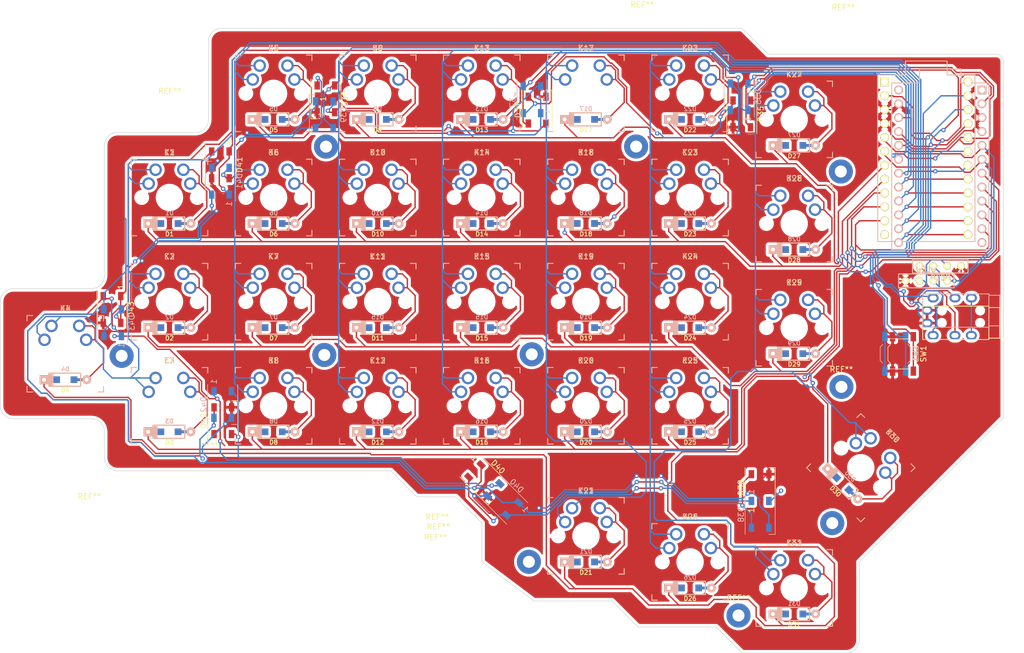
<source format=kicad_pcb>
(kicad_pcb (version 20171130) (host pcbnew 5.1.9)
  (layers (0 F.Cu signal) (31 B.Cu signal) (34 B.Paste user) (35 F.Paste user) (36 B.SilkS user) (37 F.SilkS user) (38 B.Mask user) (39 F.Mask user) (44 Edge.Cuts user))
  (net 0 "")
  (net 1 "Net-(D1-Pad2)")
  (net 2 "Net-(D2-Pad2)")
  (net 3 "Net-(D3-Pad2)")
  (net 4 "Net-(D4-Pad2)")
  (net 5 "Net-(D6-Pad2)")
  (net 6 "Net-(D7-Pad2)")
  (net 7 "Net-(D8-Pad2)")
  (net 8 "Net-(D9-Pad2)")
  (net 9 "Net-(D10-Pad2)")
  (net 10 "Net-(D11-Pad2)")
  (net 11 "Net-(D12-Pad2)")
  (net 12 "Net-(D13-Pad2)")
  (net 13 "Net-(D14-Pad2)")
  (net 14 "Net-(D15-Pad2)")
  (net 15 "Net-(D16-Pad2)")
  (net 16 "Net-(D17-Pad2)")
  (net 17 "Net-(D18-Pad2)")
  (net 18 "Net-(D19-Pad2)")
  (net 19 "Net-(D20-Pad2)")
  (net 20 "Net-(D21-Pad2)")
  (net 21 "Net-(D22-Pad2)")
  (net 22 "Net-(D23-Pad2)")
  (net 23 "Net-(D24-Pad2)")
  (net 24 "Net-(D25-Pad2)")
  (net 25 "Net-(D26-Pad2)")
  (net 26 "Net-(D27-Pad2)")
  (net 27 "Net-(D28-Pad2)")
  (net 28 "Net-(D29-Pad2)")
  (net 29 "Net-(D31-Pad2)")
  (net 30 "Net-(D35-Pad2)")
  (net 31 "Net-(D37-Pad2)")
  (net 32 "Net-(D38-Pad4)")
  (net 33 "Net-(D39-Pad2)")
  (net 34 "Net-(D40-Pad4)")
  (net 35 "Net-(D41-Pad2)")
  (net 36 "Net-(D42-Pad4)")
  (net 37 "Net-(U1-Pad1)")
  (net 38 "Net-(U1-Pad24)")
  (net 39 "Net-(D5-Pad2)")
  (net 40 "Net-(D30-Pad2)")
  (net 41 "Net-(U1-Pad12)")
  (net 42 "Net-(D38-Pad2)")
  (net 43 "Net-(U2-Pad4)")
  (net 44 SDA-OLED)
  (net 45 SCL-OLED)
  (net 46 +5V)
  (net 47 GND)
  (net 48 Row1)
  (net 49 Row2)
  (net 50 Row3)
  (net 51 Row4)
  (net 52 Row0)
  (net 53 ledin)
  (net 54 Col0)
  (net 55 Col1)
  (net 56 Col2)
  (net 57 Col3)
  (net 58 Col4)
  (net 59 Col5)
  (net 60 Col6)
  (net 61 RST)
  (net 62 TRRS1)
  (module keyboard_parts:D_SOD123_axial (layer F.Cu) (at 152.28442 92.72614)
    (fp_text reference D19 (at 0 1.925) (layer F.SilkS) (effects (font (size 0.8 0.8))))
    (fp_text value D hide)
    (pad 2 smd rect (at 1.575 0) (size 1.2 1.2) (layers F.Cu F.Paste F.Mask) (net 18 "Net-(D19-Pad2)"))
    (pad 1 smd rect (at -1.575 0) (size 1.2 1.2) (layers F.Cu F.Paste F.Mask) (net 49 Row2))
    (pad 1 thru_hole rect (at -3.9 0) (size 1.6 1.6) (drill 0.7) (layers *.Cu *.Mask F.SilkS) (net 49 Row2))
    (pad 2 thru_hole circle (at 3.9 0) (size 1.6 1.6) (drill 0.7) (layers *.Cu *.Mask F.SilkS) (net 18 "Net-(D19-Pad2)"))
    (pad 1 smd rect (at -2.7 0) (size 2.5 0.5) (layers F.Cu) (net 49 Row2))
    (pad 2 smd rect (at 2.7 0) (size 2.5 0.5) (layers F.Cu) (net 18 "Net-(D19-Pad2)"))
  )
  (module MountingHole:MountingHole_2.2mm_M2_Pad (layer F.Cu) (at 67.33442 97.88864)
    (fp_text reference REF** (at -5.91875 25.73) (layer F.SilkS))
    (fp_text value MountingHole_2.2mm_M2_Pad)
    (pad 1 thru_hole circle (at 0 0) (size 4.4 4.4) (drill 2.2) (layers *.Cu *.Mask))
  )
  (module keyboard_parts:D_SOD123_axial (layer B.Cu) (at 190.39442 78.43864)
    (fp_text reference D28 (at 0 -1.925) (layer B.SilkS) (effects (font (size 0.8 0.8)) (justify mirror)))
    (fp_text value D hide)
    (pad 2 smd rect (at 2.7 0) (size 2.5 0.5) (layers B.Cu) (net 27 "Net-(D28-Pad2)"))
    (pad 1 smd rect (at -2.7 0) (size 2.5 0.5) (layers B.Cu) (net 48 Row1))
    (pad 2 thru_hole circle (at 3.9 0) (size 1.6 1.6) (drill 0.7) (layers *.Cu *.Mask B.SilkS) (net 27 "Net-(D28-Pad2)"))
    (pad 1 thru_hole rect (at -3.9 0) (size 1.6 1.6) (drill 0.7) (layers *.Cu *.Mask B.SilkS) (net 48 Row1))
    (pad 1 smd rect (at -1.575 0) (size 1.2 1.2) (layers B.Cu B.Paste B.Mask) (net 48 Row1))
    (pad 2 smd rect (at 1.575 0) (size 1.2 1.2) (layers B.Cu B.Paste B.Mask) (net 27 "Net-(D28-Pad2)"))
  )
  (module LED_SMD:LED_WS2812B_PLCC4_5.0x5.0mm_P3.2mm (layer F.Cu) (at 143.34442 52.92864 90)
    (fp_text reference D37 (at 0 -3.5 270) (layer F.SilkS))
    (fp_text value WS2812B)
    (fp_text user 1 (at -0.25 1.75 270) (layer F.SilkS))
    (pad 3 smd rect (at 2.45 1.6 90) (size 1.5 1) (layers F.Cu F.Paste F.Mask) (net 47 GND))
    (pad 4 smd rect (at 2.45 -1.6 90) (size 1.5 1) (layers F.Cu F.Paste F.Mask) (net 30 "Net-(D35-Pad2)"))
    (pad 2 smd rect (at -2.45 1.6 90) (size 1.5 1) (layers F.Cu F.Paste F.Mask) (net 31 "Net-(D37-Pad2)"))
    (pad 1 smd rect (at -2.45 -1.6 90) (size 1.5 1) (layers F.Cu F.Paste F.Mask) (net 46 +5V))
  )
  (module keyboard_parts:D_SOD123_axial (layer B.Cu) (at 95.14442 73.68114)
    (fp_text reference D6 (at 0 -1.925) (layer B.SilkS) (effects (font (size 0.8 0.8)) (justify mirror)))
    (fp_text value D hide)
    (pad 2 smd rect (at 1.575 0) (size 1.2 1.2) (layers B.Cu B.Paste B.Mask) (net 5 "Net-(D6-Pad2)"))
    (pad 1 smd rect (at -1.575 0) (size 1.2 1.2) (layers B.Cu B.Paste B.Mask) (net 48 Row1))
    (pad 1 thru_hole rect (at -3.9 0) (size 1.6 1.6) (drill 0.7) (layers *.Cu *.Mask B.SilkS) (net 48 Row1))
    (pad 2 thru_hole circle (at 3.9 0) (size 1.6 1.6) (drill 0.7) (layers *.Cu *.Mask B.SilkS) (net 5 "Net-(D6-Pad2)"))
    (pad 1 smd rect (at -2.7 0) (size 2.5 0.5) (layers B.Cu) (net 48 Row1))
    (pad 2 smd rect (at 2.7 0) (size 2.5 0.5) (layers B.Cu) (net 5 "Net-(D6-Pad2)"))
  )
  (module MountingHole:MountingHole_2.2mm_M2_Pad (layer F.Cu) (at 197.34442 128.48864)
    (fp_text reference REF** (at -72.03875 0.64) (layer F.SilkS))
    (fp_text value MountingHole_2.2mm_M2_Pad)
    (pad 1 thru_hole circle (at 0 0) (size 4.4 4.4) (drill 2.2) (layers *.Cu *.Mask))
  )
  (module MountingHole:MountingHole_2.2mm_M2_Pad (layer F.Cu) (at 180.19442 145.38864)
    (fp_text reference REF** (at 0 -3.2) (layer F.SilkS))
    (fp_text value MountingHole_2.2mm_M2_Pad)
    (pad 1 thru_hole circle (at 0 0) (size 4.4 4.4) (drill 2.2) (layers *.Cu *.Mask))
  )
  (module MountingHole:MountingHole_2.2mm_M2_Pad (layer F.Cu) (at 141.84442 135.56864)
    (fp_text reference REF** (at -17.06875 -4.48) (layer F.SilkS))
    (fp_text value MountingHole_2.2mm_M2_Pad)
    (pad 1 thru_hole circle (at 0 0) (size 4.4 4.4) (drill 2.2) (layers *.Cu *.Mask))
  )
  (module MountingHole:MountingHole_2.2mm_M2_Pad (layer F.Cu) (at 142.36442 97.60864)
    (fp_text reference REF** (at -17.27875 29.77) (layer F.SilkS))
    (fp_text value MountingHole_2.2mm_M2_Pad)
    (pad 1 thru_hole circle (at 0 0) (size 4.4 4.4) (drill 2.2) (layers *.Cu *.Mask))
  )
  (module keyboard_parts:D_SOD123_axial (layer B.Cu) (at 190.37442 97.48864)
    (fp_text reference D29 (at 0 -1.925) (layer B.SilkS) (effects (font (size 0.8 0.8)) (justify mirror)))
    (fp_text value D hide)
    (pad 2 smd rect (at 1.575 0) (size 1.2 1.2) (layers B.Cu B.Paste B.Mask) (net 28 "Net-(D29-Pad2)"))
    (pad 1 smd rect (at -1.575 0) (size 1.2 1.2) (layers B.Cu B.Paste B.Mask) (net 49 Row2))
    (pad 1 thru_hole rect (at -3.9 0) (size 1.6 1.6) (drill 0.7) (layers *.Cu *.Mask B.SilkS) (net 49 Row2))
    (pad 2 thru_hole circle (at 3.9 0) (size 1.6 1.6) (drill 0.7) (layers *.Cu *.Mask B.SilkS) (net 28 "Net-(D29-Pad2)"))
    (pad 1 smd rect (at -2.7 0) (size 2.5 0.5) (layers B.Cu) (net 49 Row2))
    (pad 2 smd rect (at 2.7 0) (size 2.5 0.5) (layers B.Cu) (net 28 "Net-(D29-Pad2)"))
  )
  (module LED_SMD:LED_WS2812B_PLCC4_5.0x5.0mm_P3.2mm (layer F.Cu) (at 133.70442 120.66864 315)
    (fp_text reference D40 (at 0 -3.5 315) (layer F.SilkS))
    (fp_text value WS2812B)
    (fp_text user 1 (at -4.15 -1.6 315) (layer F.SilkS))
    (pad 1 smd rect (at -2.45 -1.6 315) (size 1.5 1) (layers F.Cu F.Paste F.Mask) (net 46 +5V))
    (pad 2 smd rect (at -2.45 1.6 315) (size 1.5 1) (layers F.Cu F.Paste F.Mask) (net 32 "Net-(D38-Pad4)"))
    (pad 4 smd rect (at 2.45 -1.6 315) (size 1.5 1) (layers F.Cu F.Paste F.Mask) (net 34 "Net-(D40-Pad4)"))
    (pad 3 smd rect (at 2.45 1.6 315) (size 1.5 1) (layers F.Cu F.Paste F.Mask) (net 47 GND))
  )
  (module LED_SMD:LED_WS2812B_PLCC4_5.0x5.0mm_P3.2mm (layer F.Cu) (at 180.79442 53.60864 270)
    (fp_text reference D35 (at 0 -3.5 270) (layer F.SilkS))
    (fp_text value WS2812B)
    (fp_text user 1 (at -4.15 -1.6 270) (layer F.SilkS))
    (pad 1 smd rect (at -2.45 -1.6 270) (size 1.5 1) (layers F.Cu F.Paste F.Mask) (net 46 +5V))
    (pad 2 smd rect (at -2.45 1.6 270) (size 1.5 1) (layers F.Cu F.Paste F.Mask) (net 30 "Net-(D35-Pad2)"))
    (pad 4 smd rect (at 2.45 -1.6 270) (size 1.5 1) (layers F.Cu F.Paste F.Mask) (net 53 ledin))
    (pad 3 smd rect (at 2.45 1.6 270) (size 1.5 1) (layers F.Cu F.Paste F.Mask) (net 47 GND))
  )
  (module keyswitches:SW_MX_reversible (layer F.Cu) (at 171.33442 135.58864)
    (fp_text reference K26 (at 0 -8.255) (layer F.SilkS))
    (fp_text value KEYSW)
    (fp_text user %R (at 0 -8.255) (layer B.SilkS) (effects (justify mirror)))
    (pad "" np_thru_hole circle (at -5.08 0) (size 1.7018 1.7018) (drill 1.7018) (layers *.Cu *.Mask))
    (pad "" np_thru_hole circle (at 5.08 0) (size 1.7018 1.7018) (drill 1.7018) (layers *.Cu *.Mask))
    (pad 1 thru_hole circle (at -3.81 -2.54) (size 2.286 2.286) (drill 1.4986) (layers *.Cu *.Mask) (net 59 Col5))
    (pad "" np_thru_hole circle (at 0 0) (size 3.9878 3.9878) (drill 3.9878) (layers *.Cu *.Mask))
    (pad 2 thru_hole circle (at 2.54 -5.08) (size 2.286 2.286) (drill 1.4986) (layers *.Cu *.Mask) (net 25 "Net-(D26-Pad2)"))
    (pad 1 thru_hole circle (at -2.54 -5.08) (size 2.286 2.286) (drill 1.4986) (layers *.Cu *.Mask) (net 59 Col5))
    (pad 2 thru_hole circle (at 3.81 -2.54) (size 2.286 2.286) (drill 1.4986) (layers *.Cu *.Mask) (net 25 "Net-(D26-Pad2)"))
  )
  (module keyboard_parts:D_SOD123_axial (layer B.Cu) (at 76.08442 73.68114)
    (fp_text reference D1 (at 0 -1.925) (layer B.SilkS) (effects (font (size 0.8 0.8)) (justify mirror)))
    (fp_text value D hide)
    (pad 2 smd rect (at 2.7 0) (size 2.5 0.5) (layers B.Cu) (net 1 "Net-(D1-Pad2)"))
    (pad 1 smd rect (at -2.7 0) (size 2.5 0.5) (layers B.Cu) (net 48 Row1))
    (pad 2 thru_hole circle (at 3.9 0) (size 1.6 1.6) (drill 0.7) (layers *.Cu *.Mask B.SilkS) (net 1 "Net-(D1-Pad2)"))
    (pad 1 thru_hole rect (at -3.9 0) (size 1.6 1.6) (drill 0.7) (layers *.Cu *.Mask B.SilkS) (net 48 Row1))
    (pad 1 smd rect (at -1.575 0) (size 1.2 1.2) (layers B.Cu B.Paste B.Mask) (net 48 Row1))
    (pad 2 smd rect (at 1.575 0) (size 1.2 1.2) (layers B.Cu B.Paste B.Mask) (net 1 "Net-(D1-Pad2)"))
  )
  (module keyboard_parts:D_SOD123_axial (layer B.Cu) (at 114.18442 54.62114)
    (fp_text reference D9 (at 0 -1.925) (layer B.SilkS) (effects (font (size 0.8 0.8)) (justify mirror)))
    (fp_text value D hide)
    (pad 2 smd rect (at 2.7 0) (size 2.5 0.5) (layers B.Cu) (net 8 "Net-(D9-Pad2)"))
    (pad 1 smd rect (at -2.7 0) (size 2.5 0.5) (layers B.Cu) (net 52 Row0))
    (pad 2 thru_hole circle (at 3.9 0) (size 1.6 1.6) (drill 0.7) (layers *.Cu *.Mask B.SilkS) (net 8 "Net-(D9-Pad2)"))
    (pad 1 thru_hole rect (at -3.9 0) (size 1.6 1.6) (drill 0.7) (layers *.Cu *.Mask B.SilkS) (net 52 Row0))
    (pad 1 smd rect (at -1.575 0) (size 1.2 1.2) (layers B.Cu B.Paste B.Mask) (net 52 Row0))
    (pad 2 smd rect (at 1.575 0) (size 1.2 1.2) (layers B.Cu B.Paste B.Mask) (net 8 "Net-(D9-Pad2)"))
  )
  (module keyboard_parts:D_SOD123_axial (layer B.Cu) (at 171.33442 92.73114)
    (fp_text reference D24 (at 0 -1.925) (layer B.SilkS) (effects (font (size 0.8 0.8)) (justify mirror)))
    (fp_text value D hide)
    (pad 2 smd rect (at 2.7 0) (size 2.5 0.5) (layers B.Cu) (net 23 "Net-(D24-Pad2)"))
    (pad 1 smd rect (at -2.7 0) (size 2.5 0.5) (layers B.Cu) (net 49 Row2))
    (pad 2 thru_hole circle (at 3.9 0) (size 1.6 1.6) (drill 0.7) (layers *.Cu *.Mask B.SilkS) (net 23 "Net-(D24-Pad2)"))
    (pad 1 thru_hole rect (at -3.9 0) (size 1.6 1.6) (drill 0.7) (layers *.Cu *.Mask B.SilkS) (net 49 Row2))
    (pad 1 smd rect (at -1.575 0) (size 1.2 1.2) (layers B.Cu B.Paste B.Mask) (net 49 Row2))
    (pad 2 smd rect (at 1.575 0) (size 1.2 1.2) (layers B.Cu B.Paste B.Mask) (net 23 "Net-(D24-Pad2)"))
  )
  (module keyboard_parts:D_SOD123_axial (layer B.Cu) (at 133.23442 92.71864)
    (fp_text reference D15 (at 0 -1.925) (layer B.SilkS) (effects (font (size 0.8 0.8)) (justify mirror)))
    (fp_text value D hide)
    (pad 2 smd rect (at 1.575 0) (size 1.2 1.2) (layers B.Cu B.Paste B.Mask) (net 14 "Net-(D15-Pad2)"))
    (pad 1 smd rect (at -1.575 0) (size 1.2 1.2) (layers B.Cu B.Paste B.Mask) (net 49 Row2))
    (pad 1 thru_hole rect (at -3.9 0) (size 1.6 1.6) (drill 0.7) (layers *.Cu *.Mask B.SilkS) (net 49 Row2))
    (pad 2 thru_hole circle (at 3.9 0) (size 1.6 1.6) (drill 0.7) (layers *.Cu *.Mask B.SilkS) (net 14 "Net-(D15-Pad2)"))
    (pad 1 smd rect (at -2.7 0) (size 2.5 0.5) (layers B.Cu) (net 49 Row2))
    (pad 2 smd rect (at 2.7 0) (size 2.5 0.5) (layers B.Cu) (net 14 "Net-(D15-Pad2)"))
  )
  (module keyswitches:SW_MX_reversible (layer F.Cu) (at 76.08442 68.91364)
    (fp_text reference K1 (at 0 -8.255) (layer F.SilkS))
    (fp_text value KEYSW)
    (fp_text user %R (at 0 -8.255) (layer B.SilkS) (effects (justify mirror)))
    (pad 2 thru_hole circle (at 3.81 -2.54) (size 2.286 2.286) (drill 1.4986) (layers *.Cu *.Mask) (net 1 "Net-(D1-Pad2)"))
    (pad 1 thru_hole circle (at -2.54 -5.08) (size 2.286 2.286) (drill 1.4986) (layers *.Cu *.Mask) (net 54 Col0))
    (pad 2 thru_hole circle (at 2.54 -5.08) (size 2.286 2.286) (drill 1.4986) (layers *.Cu *.Mask) (net 1 "Net-(D1-Pad2)"))
    (pad "" np_thru_hole circle (at 0 0) (size 3.9878 3.9878) (drill 3.9878) (layers *.Cu *.Mask))
    (pad 1 thru_hole circle (at -3.81 -2.54) (size 2.286 2.286) (drill 1.4986) (layers *.Cu *.Mask) (net 54 Col0))
    (pad "" np_thru_hole circle (at 5.08 0) (size 1.7018 1.7018) (drill 1.7018) (layers *.Cu *.Mask))
    (pad "" np_thru_hole circle (at -5.08 0) (size 1.7018 1.7018) (drill 1.7018) (layers *.Cu *.Mask))
  )
  (module keyboard_parts:D_SOD123_axial (layer B.Cu) (at 133.23442 54.62114)
    (fp_text reference D13 (at 0 -1.925) (layer B.SilkS) (effects (font (size 0.8 0.8)) (justify mirror)))
    (fp_text value D hide)
    (pad 2 smd rect (at 2.7 0) (size 2.5 0.5) (layers B.Cu) (net 12 "Net-(D13-Pad2)"))
    (pad 1 smd rect (at -2.7 0) (size 2.5 0.5) (layers B.Cu) (net 52 Row0))
    (pad 2 thru_hole circle (at 3.9 0) (size 1.6 1.6) (drill 0.7) (layers *.Cu *.Mask B.SilkS) (net 12 "Net-(D13-Pad2)"))
    (pad 1 thru_hole rect (at -3.9 0) (size 1.6 1.6) (drill 0.7) (layers *.Cu *.Mask B.SilkS) (net 52 Row0))
    (pad 1 smd rect (at -1.575 0) (size 1.2 1.2) (layers B.Cu B.Paste B.Mask) (net 52 Row0))
    (pad 2 smd rect (at 1.575 0) (size 1.2 1.2) (layers B.Cu B.Paste B.Mask) (net 12 "Net-(D13-Pad2)"))
  )
  (module Button_Switch_SMD:SW_SPST_TL3342 (layer F.Cu) (at 210.28442 97.52864 270)
    (fp_text reference SW1 (at 0 -3.75 90) (layer F.SilkS))
    (fp_text value SW_Push_Open_Dual)
    (pad 1 smd rect (at -3.15 -1.9 270) (size 1.7 1) (layers F.Cu F.Paste F.Mask) (net 61 RST))
    (pad 1 smd rect (at 3.15 -1.9 270) (size 1.7 1) (layers F.Cu F.Paste F.Mask) (net 61 RST))
    (pad 2 smd rect (at -3.15 1.9 270) (size 1.7 1) (layers F.Cu F.Paste F.Mask) (net 47 GND))
    (pad 2 smd rect (at 3.15 1.9 270) (size 1.7 1) (layers F.Cu F.Paste F.Mask) (net 47 GND))
  )
  (module keyboard_parts:D_SOD123_axial (layer B.Cu) (at 152.28442 92.71114)
    (fp_text reference D19 (at 0 -1.925) (layer B.SilkS) (effects (font (size 0.8 0.8)) (justify mirror)))
    (fp_text value D hide)
    (pad 2 smd rect (at 2.7 0) (size 2.5 0.5) (layers B.Cu) (net 18 "Net-(D19-Pad2)"))
    (pad 1 smd rect (at -2.7 0) (size 2.5 0.5) (layers B.Cu) (net 49 Row2))
    (pad 2 thru_hole circle (at 3.9 0) (size 1.6 1.6) (drill 0.7) (layers *.Cu *.Mask B.SilkS) (net 18 "Net-(D19-Pad2)"))
    (pad 1 thru_hole rect (at -3.9 0) (size 1.6 1.6) (drill 0.7) (layers *.Cu *.Mask B.SilkS) (net 49 Row2))
    (pad 1 smd rect (at -1.575 0) (size 1.2 1.2) (layers B.Cu B.Paste B.Mask) (net 49 Row2))
    (pad 2 smd rect (at 1.575 0) (size 1.2 1.2) (layers B.Cu B.Paste B.Mask) (net 18 "Net-(D19-Pad2)"))
  )
  (module keyboard_parts:D_SOD123_axial (layer B.Cu) (at 95.14442 92.71114)
    (fp_text reference D7 (at 0 -1.925) (layer B.SilkS) (effects (font (size 0.8 0.8)) (justify mirror)))
    (fp_text value D hide)
    (pad 2 smd rect (at 2.7 0) (size 2.5 0.5) (layers B.Cu) (net 6 "Net-(D7-Pad2)"))
    (pad 1 smd rect (at -2.7 0) (size 2.5 0.5) (layers B.Cu) (net 49 Row2))
    (pad 2 thru_hole circle (at 3.9 0) (size 1.6 1.6) (drill 0.7) (layers *.Cu *.Mask B.SilkS) (net 6 "Net-(D7-Pad2)"))
    (pad 1 thru_hole rect (at -3.9 0) (size 1.6 1.6) (drill 0.7) (layers *.Cu *.Mask B.SilkS) (net 49 Row2))
    (pad 1 smd rect (at -1.575 0) (size 1.2 1.2) (layers B.Cu B.Paste B.Mask) (net 49 Row2))
    (pad 2 smd rect (at 1.575 0) (size 1.2 1.2) (layers B.Cu B.Paste B.Mask) (net 6 "Net-(D7-Pad2)"))
  )
  (module keyboard_parts:D_SOD123_axial (layer B.Cu) (at 76.08442 92.72114)
    (fp_text reference D2 (at 0 -1.925) (layer B.SilkS) (effects (font (size 0.8 0.8)) (justify mirror)))
    (fp_text value D hide)
    (pad 2 smd rect (at 1.575 0) (size 1.2 1.2) (layers B.Cu B.Paste B.Mask) (net 2 "Net-(D2-Pad2)"))
    (pad 1 smd rect (at -1.575 0) (size 1.2 1.2) (layers B.Cu B.Paste B.Mask) (net 49 Row2))
    (pad 1 thru_hole rect (at -3.9 0) (size 1.6 1.6) (drill 0.7) (layers *.Cu *.Mask B.SilkS) (net 49 Row2))
    (pad 2 thru_hole circle (at 3.9 0) (size 1.6 1.6) (drill 0.7) (layers *.Cu *.Mask B.SilkS) (net 2 "Net-(D2-Pad2)"))
    (pad 1 smd rect (at -2.7 0) (size 2.5 0.5) (layers B.Cu) (net 49 Row2))
    (pad 2 smd rect (at 2.7 0) (size 2.5 0.5) (layers B.Cu) (net 2 "Net-(D2-Pad2)"))
  )
  (module LED_SMD:LED_WS2812B_PLCC4_5.0x5.0mm_P3.2mm (layer F.Cu) (at 85.40442 62.93864 270)
    (fp_text reference D41 (at 0 -3.5 270) (layer F.SilkS))
    (fp_text value WS2812B)
    (fp_text user 1 (at -4.15 -1.6 270) (layer F.SilkS))
    (pad 3 smd rect (at 2.45 1.6 270) (size 1.5 1) (layers F.Cu F.Paste F.Mask) (net 47 GND))
    (pad 4 smd rect (at 2.45 -1.6 270) (size 1.5 1) (layers F.Cu F.Paste F.Mask) (net 33 "Net-(D39-Pad2)"))
    (pad 2 smd rect (at -2.45 1.6 270) (size 1.5 1) (layers F.Cu F.Paste F.Mask) (net 35 "Net-(D41-Pad2)"))
    (pad 1 smd rect (at -2.45 -1.6 270) (size 1.5 1) (layers F.Cu F.Paste F.Mask) (net 46 +5V))
  )
  (module LED_SMD:LED_WS2812B_PLCC4_5.0x5.0mm_P3.2mm (layer B.Cu) (at 104.42442 53.75864 90)
    (fp_text reference D39 (at 0 3.5 90) (layer B.SilkS) (effects (justify mirror)))
    (fp_text value WS2812B)
    (fp_text user 1 (at 0 -0.5 90) (layer B.SilkS) (effects (justify mirror)))
    (pad 3 smd rect (at 2.45 -1.6 90) (size 1.5 1) (layers B.Cu B.Paste B.Mask) (net 47 GND))
    (pad 4 smd rect (at 2.45 1.6 90) (size 1.5 1) (layers B.Cu B.Paste B.Mask) (net 31 "Net-(D37-Pad2)"))
    (pad 2 smd rect (at -2.45 -1.6 90) (size 1.5 1) (layers B.Cu B.Paste B.Mask) (net 33 "Net-(D39-Pad2)"))
    (pad 1 smd rect (at -2.45 1.6 90) (size 1.5 1) (layers B.Cu B.Paste B.Mask) (net 46 +5V))
  )
  (module keyswitches:SW_MX_reversible (layer F.Cu) (at 76.08442 87.96364)
    (fp_text reference K2 (at 0 -8.255) (layer F.SilkS))
    (fp_text value KEYSW)
    (fp_text user %R (at 0 -8.255) (layer B.SilkS) (effects (justify mirror)))
    (pad 2 thru_hole circle (at 3.81 -2.54) (size 2.286 2.286) (drill 1.4986) (layers *.Cu *.Mask) (net 2 "Net-(D2-Pad2)"))
    (pad 1 thru_hole circle (at -2.54 -5.08) (size 2.286 2.286) (drill 1.4986) (layers *.Cu *.Mask) (net 54 Col0))
    (pad 2 thru_hole circle (at 2.54 -5.08) (size 2.286 2.286) (drill 1.4986) (layers *.Cu *.Mask) (net 2 "Net-(D2-Pad2)"))
    (pad "" np_thru_hole circle (at 0 0) (size 3.9878 3.9878) (drill 3.9878) (layers *.Cu *.Mask))
    (pad 1 thru_hole circle (at -3.81 -2.54) (size 2.286 2.286) (drill 1.4986) (layers *.Cu *.Mask) (net 54 Col0))
    (pad "" np_thru_hole circle (at 5.08 0) (size 1.7018 1.7018) (drill 1.7018) (layers *.Cu *.Mask))
    (pad "" np_thru_hole circle (at -5.08 0) (size 1.7018 1.7018) (drill 1.7018) (layers *.Cu *.Mask))
  )
  (module keyboard_parts:D_SOD123_axial (layer B.Cu) (at 114.18442 73.69114)
    (fp_text reference D10 (at 0 -1.925) (layer B.SilkS) (effects (font (size 0.8 0.8)) (justify mirror)))
    (fp_text value D hide)
    (pad 2 smd rect (at 1.575 0) (size 1.2 1.2) (layers B.Cu B.Paste B.Mask) (net 9 "Net-(D10-Pad2)"))
    (pad 1 smd rect (at -1.575 0) (size 1.2 1.2) (layers B.Cu B.Paste B.Mask) (net 48 Row1))
    (pad 1 thru_hole rect (at -3.9 0) (size 1.6 1.6) (drill 0.7) (layers *.Cu *.Mask B.SilkS) (net 48 Row1))
    (pad 2 thru_hole circle (at 3.9 0) (size 1.6 1.6) (drill 0.7) (layers *.Cu *.Mask B.SilkS) (net 9 "Net-(D10-Pad2)"))
    (pad 1 smd rect (at -2.7 0) (size 2.5 0.5) (layers B.Cu) (net 48 Row1))
    (pad 2 smd rect (at 2.7 0) (size 2.5 0.5) (layers B.Cu) (net 9 "Net-(D10-Pad2)"))
  )
  (module keyboard_parts:D_SOD123_axial (layer B.Cu) (at 133.23442 73.68114)
    (fp_text reference D14 (at 0 -1.925) (layer B.SilkS) (effects (font (size 0.8 0.8)) (justify mirror)))
    (fp_text value D hide)
    (pad 2 smd rect (at 1.575 0) (size 1.2 1.2) (layers B.Cu B.Paste B.Mask) (net 13 "Net-(D14-Pad2)"))
    (pad 1 smd rect (at -1.575 0) (size 1.2 1.2) (layers B.Cu B.Paste B.Mask) (net 48 Row1))
    (pad 1 thru_hole rect (at -3.9 0) (size 1.6 1.6) (drill 0.7) (layers *.Cu *.Mask B.SilkS) (net 48 Row1))
    (pad 2 thru_hole circle (at 3.9 0) (size 1.6 1.6) (drill 0.7) (layers *.Cu *.Mask B.SilkS) (net 13 "Net-(D14-Pad2)"))
    (pad 1 smd rect (at -2.7 0) (size 2.5 0.5) (layers B.Cu) (net 48 Row1))
    (pad 2 smd rect (at 2.7 0) (size 2.5 0.5) (layers B.Cu) (net 13 "Net-(D14-Pad2)"))
  )
  (module keyswitches:SW_MX_reversible (layer F.Cu) (at 76.08442 107.01364)
    (fp_text reference K3 (at 0 -8.255) (layer F.SilkS))
    (fp_text value KEYSW)
    (fp_text user %R (at 0 -8.255) (layer B.SilkS) (effects (justify mirror)))
    (pad "" np_thru_hole circle (at -5.08 0) (size 1.7018 1.7018) (drill 1.7018) (layers *.Cu *.Mask))
    (pad "" np_thru_hole circle (at 5.08 0) (size 1.7018 1.7018) (drill 1.7018) (layers *.Cu *.Mask))
    (pad 1 thru_hole circle (at -3.81 -2.54) (size 2.286 2.286) (drill 1.4986) (layers *.Cu *.Mask) (net 54 Col0))
    (pad "" np_thru_hole circle (at 0 0) (size 3.9878 3.9878) (drill 3.9878) (layers *.Cu *.Mask))
    (pad 2 thru_hole circle (at 2.54 -5.08) (size 2.286 2.286) (drill 1.4986) (layers *.Cu *.Mask) (net 3 "Net-(D3-Pad2)"))
    (pad 1 thru_hole circle (at -2.54 -5.08) (size 2.286 2.286) (drill 1.4986) (layers *.Cu *.Mask) (net 54 Col0))
    (pad 2 thru_hole circle (at 3.81 -2.54) (size 2.286 2.286) (drill 1.4986) (layers *.Cu *.Mask) (net 3 "Net-(D3-Pad2)"))
  )
  (module keyswitches:SW_MX_reversible (layer F.Cu) (at 114.18442 87.96364)
    (fp_text reference K11 (at 0 -8.255) (layer F.SilkS))
    (fp_text value KEYSW)
    (fp_text user %R (at 0 -8.255) (layer B.SilkS) (effects (justify mirror)))
    (pad 2 thru_hole circle (at 3.81 -2.54) (size 2.286 2.286) (drill 1.4986) (layers *.Cu *.Mask) (net 10 "Net-(D11-Pad2)"))
    (pad 1 thru_hole circle (at -2.54 -5.08) (size 2.286 2.286) (drill 1.4986) (layers *.Cu *.Mask) (net 56 Col2))
    (pad 2 thru_hole circle (at 2.54 -5.08) (size 2.286 2.286) (drill 1.4986) (layers *.Cu *.Mask) (net 10 "Net-(D11-Pad2)"))
    (pad "" np_thru_hole circle (at 0 0) (size 3.9878 3.9878) (drill 3.9878) (layers *.Cu *.Mask))
    (pad 1 thru_hole circle (at -3.81 -2.54) (size 2.286 2.286) (drill 1.4986) (layers *.Cu *.Mask) (net 56 Col2))
    (pad "" np_thru_hole circle (at 5.08 0) (size 1.7018 1.7018) (drill 1.7018) (layers *.Cu *.Mask))
    (pad "" np_thru_hole circle (at -5.08 0) (size 1.7018 1.7018) (drill 1.7018) (layers *.Cu *.Mask))
  )
  (module promicro:ProMicro (layer F.Cu) (at 214.55442 61.73864 270)
    (fp_text reference U1 hide)
    (fp_text value ProMicro)
    (pad 1 thru_hole rect (at -13.97 7.62 270) (size 1.6 1.6) (drill 1.1) (layers *.Cu *.Mask F.SilkS) (net 37 "Net-(U1-Pad1)"))
    (pad 2 thru_hole circle (at -11.43 7.62 270) (size 1.6 1.6) (drill 1.1) (layers *.Cu *.Mask F.SilkS) (net 62 TRRS1))
    (pad 3 thru_hole circle (at -8.89 7.62 270) (size 1.6 1.6) (drill 1.1) (layers *.Cu *.Mask F.SilkS) (net 47 GND))
    (pad 4 thru_hole circle (at -6.35 7.62 270) (size 1.6 1.6) (drill 1.1) (layers *.Cu *.Mask F.SilkS) (net 47 GND))
    (pad 5 thru_hole circle (at -3.81 7.62 270) (size 1.6 1.6) (drill 1.1) (layers *.Cu *.Mask F.SilkS) (net 45 SCL-OLED))
    (pad 6 thru_hole circle (at -1.27 7.62 270) (size 1.6 1.6) (drill 1.1) (layers *.Cu *.Mask F.SilkS) (net 44 SDA-OLED))
    (pad 7 thru_hole circle (at 1.27 7.62 270) (size 1.6 1.6) (drill 1.1) (layers *.Cu *.Mask F.SilkS) (net 52 Row0))
    (pad 8 thru_hole circle (at 3.81 7.62 270) (size 1.6 1.6) (drill 1.1) (layers *.Cu *.Mask F.SilkS) (net 48 Row1))
    (pad 9 thru_hole circle (at 6.35 7.62 270) (size 1.6 1.6) (drill 1.1) (layers *.Cu *.Mask F.SilkS) (net 49 Row2))
    (pad 10 thru_hole circle (at 8.89 7.62 270) (size 1.6 1.6) (drill 1.1) (layers *.Cu *.Mask F.SilkS) (net 50 Row3))
    (pad 11 thru_hole circle (at 11.43 7.62 270) (size 1.6 1.6) (drill 1.1) (layers *.Cu *.Mask F.SilkS) (net 51 Row4))
    (pad 12 thru_hole circle (at 13.97 7.62 270) (size 1.6 1.6) (drill 1.1) (layers *.Cu *.Mask F.SilkS) (net 41 "Net-(U1-Pad12)"))
    (pad 13 thru_hole circle (at 13.97 -7.62 270) (size 1.6 1.6) (drill 1.1) (layers *.Cu *.Mask F.SilkS) (net 54 Col0))
    (pad 14 thru_hole circle (at 11.43 -7.62 270) (size 1.6 1.6) (drill 1.1) (layers *.Cu *.Mask F.SilkS) (net 55 Col1))
    (pad 15 thru_hole circle (at 8.89 -7.62 270) (size 1.6 1.6) (drill 1.1) (layers *.Cu *.Mask F.SilkS) (net 56 Col2))
    (pad 16 thru_hole circle (at 6.35 -7.62 270) (size 1.6 1.6) (drill 1.1) (layers *.Cu *.Mask F.SilkS) (net 57 Col3))
    (pad 17 thru_hole circle (at 3.81 -7.62 270) (size 1.6 1.6) (drill 1.1) (layers *.Cu *.Mask F.SilkS) (net 58 Col4))
    (pad 18 thru_hole circle (at 1.27 -7.62 270) (size 1.6 1.6) (drill 1.1) (layers *.Cu *.Mask F.SilkS) (net 59 Col5))
    (pad 19 thru_hole circle (at -1.27 -7.62 270) (size 1.6 1.6) (drill 1.1) (layers *.Cu *.Mask F.SilkS) (net 60 Col6))
    (pad 20 thru_hole circle (at -3.81 -7.62 270) (size 1.6 1.6) (drill 1.1) (layers *.Cu *.Mask F.SilkS) (net 53 ledin))
    (pad 21 thru_hole circle (at -6.35 -7.62 270) (size 1.6 1.6) (drill 1.1) (layers *.Cu *.Mask F.SilkS) (net 46 +5V))
    (pad 22 thru_hole circle (at -8.89 -7.62 270) (size 1.6 1.6) (drill 1.1) (layers *.Cu *.Mask F.SilkS) (net 61 RST))
    (pad 23 thru_hole circle (at -11.43 -7.62 270) (size 1.6 1.6) (drill 1.1) (layers *.Cu *.Mask F.SilkS) (net 47 GND))
    (pad 24 thru_hole circle (at -13.97 -7.62 270) (size 1.6 1.6) (drill 1.1) (layers *.Cu *.Mask F.SilkS) (net 38 "Net-(U1-Pad24)"))
  )
  (module keyboard_parts:D_SOD123_axial (layer B.Cu) (at 171.33442 54.62114)
    (fp_text reference D22 (at 0 -1.925) (layer B.SilkS) (effects (font (size 0.8 0.8)) (justify mirror)))
    (fp_text value D hide)
    (pad 2 smd rect (at 2.7 0) (size 2.5 0.5) (layers B.Cu) (net 21 "Net-(D22-Pad2)"))
    (pad 1 smd rect (at -2.7 0) (size 2.5 0.5) (layers B.Cu) (net 52 Row0))
    (pad 2 thru_hole circle (at 3.9 0) (size 1.6 1.6) (drill 0.7) (layers *.Cu *.Mask B.SilkS) (net 21 "Net-(D22-Pad2)"))
    (pad 1 thru_hole rect (at -3.9 0) (size 1.6 1.6) (drill 0.7) (layers *.Cu *.Mask B.SilkS) (net 52 Row0))
    (pad 1 smd rect (at -1.575 0) (size 1.2 1.2) (layers B.Cu B.Paste B.Mask) (net 52 Row0))
    (pad 2 smd rect (at 1.575 0) (size 1.2 1.2) (layers B.Cu B.Paste B.Mask) (net 21 "Net-(D22-Pad2)"))
  )
  (module keyboard_parts:D_SOD123_axial (layer B.Cu) (at 114.18442 92.72864)
    (fp_text reference D15 (at 0 -1.925) (layer B.SilkS) (effects (font (size 0.8 0.8)) (justify mirror)))
    (fp_text value D hide)
    (pad 2 smd rect (at 1.575 0) (size 1.2 1.2) (layers B.Cu B.Paste B.Mask) (net 14 "Net-(D15-Pad2)"))
    (pad 1 smd rect (at -1.575 0) (size 1.2 1.2) (layers B.Cu B.Paste B.Mask) (net 49 Row2))
    (pad 1 thru_hole rect (at -3.9 0) (size 1.6 1.6) (drill 0.7) (layers *.Cu *.Mask B.SilkS) (net 49 Row2))
    (pad 2 thru_hole circle (at 3.9 0) (size 1.6 1.6) (drill 0.7) (layers *.Cu *.Mask B.SilkS) (net 14 "Net-(D15-Pad2)"))
    (pad 1 smd rect (at -2.7 0) (size 2.5 0.5) (layers B.Cu) (net 49 Row2))
    (pad 2 smd rect (at 2.7 0) (size 2.5 0.5) (layers B.Cu) (net 14 "Net-(D15-Pad2)"))
  )
  (module keyboard_parts:D_SOD123_axial (layer B.Cu) (at 171.33442 73.68114)
    (fp_text reference D23 (at 0 -1.925) (layer B.SilkS) (effects (font (size 0.8 0.8)) (justify mirror)))
    (fp_text value D hide)
    (pad 2 smd rect (at 1.575 0) (size 1.2 1.2) (layers B.Cu B.Paste B.Mask) (net 22 "Net-(D23-Pad2)"))
    (pad 1 smd rect (at -1.575 0) (size 1.2 1.2) (layers B.Cu B.Paste B.Mask) (net 48 Row1))
    (pad 1 thru_hole rect (at -3.9 0) (size 1.6 1.6) (drill 0.7) (layers *.Cu *.Mask B.SilkS) (net 48 Row1))
    (pad 2 thru_hole circle (at 3.9 0) (size 1.6 1.6) (drill 0.7) (layers *.Cu *.Mask B.SilkS) (net 22 "Net-(D23-Pad2)"))
    (pad 1 smd rect (at -2.7 0) (size 2.5 0.5) (layers B.Cu) (net 48 Row1))
    (pad 2 smd rect (at 2.7 0) (size 2.5 0.5) (layers B.Cu) (net 22 "Net-(D23-Pad2)"))
  )
  (module keyboard_parts:D_SOD123_axial (layer B.Cu) (at 152.28442 135.58864)
    (fp_text reference D21 (at 0 -1.925) (layer B.SilkS) (effects (font (size 0.8 0.8)) (justify mirror)))
    (fp_text value D hide)
    (pad 2 smd rect (at 1.575 0) (size 1.2 1.2) (layers B.Cu B.Paste B.Mask) (net 20 "Net-(D21-Pad2)"))
    (pad 1 smd rect (at -1.575 0) (size 1.2 1.2) (layers B.Cu B.Paste B.Mask) (net 51 Row4))
    (pad 1 thru_hole rect (at -3.9 0) (size 1.6 1.6) (drill 0.7) (layers *.Cu *.Mask B.SilkS) (net 51 Row4))
    (pad 2 thru_hole circle (at 3.9 0) (size 1.6 1.6) (drill 0.7) (layers *.Cu *.Mask B.SilkS) (net 20 "Net-(D21-Pad2)"))
    (pad 1 smd rect (at -2.7 0) (size 2.5 0.5) (layers B.Cu) (net 51 Row4))
    (pad 2 smd rect (at 2.7 0) (size 2.5 0.5) (layers B.Cu) (net 20 "Net-(D21-Pad2)"))
  )
  (module keyboard_parts:D_SOD123_axial (layer B.Cu) (at 76.08442 111.77864)
    (fp_text reference D3 (at 0 -1.925) (layer B.SilkS) (effects (font (size 0.8 0.8)) (justify mirror)))
    (fp_text value D hide)
    (pad 2 smd rect (at 1.575 0) (size 1.2 1.2) (layers B.Cu B.Paste B.Mask) (net 3 "Net-(D3-Pad2)"))
    (pad 1 smd rect (at -1.575 0) (size 1.2 1.2) (layers B.Cu B.Paste B.Mask) (net 50 Row3))
    (pad 1 thru_hole rect (at -3.9 0) (size 1.6 1.6) (drill 0.7) (layers *.Cu *.Mask B.SilkS) (net 50 Row3))
    (pad 2 thru_hole circle (at 3.9 0) (size 1.6 1.6) (drill 0.7) (layers *.Cu *.Mask B.SilkS) (net 3 "Net-(D3-Pad2)"))
    (pad 1 smd rect (at -2.7 0) (size 2.5 0.5) (layers B.Cu) (net 50 Row3))
    (pad 2 smd rect (at 2.7 0) (size 2.5 0.5) (layers B.Cu) (net 3 "Net-(D3-Pad2)"))
  )
  (module LED_SMD:LED_WS2812B_PLCC4_5.0x5.0mm_P3.2mm (layer F.Cu) (at 104.71442 50.86864 270)
    (fp_text reference D39 (at 0 -3.5 270) (layer F.SilkS))
    (fp_text value WS2812B)
    (fp_text user 1 (at 0 0.5 270) (layer F.SilkS))
    (pad 1 smd rect (at -2.45 -1.6 270) (size 1.5 1) (layers F.Cu F.Paste F.Mask) (net 46 +5V))
    (pad 2 smd rect (at -2.45 1.6 270) (size 1.5 1) (layers F.Cu F.Paste F.Mask) (net 33 "Net-(D39-Pad2)"))
    (pad 4 smd rect (at 2.45 -1.6 270) (size 1.5 1) (layers F.Cu F.Paste F.Mask) (net 31 "Net-(D37-Pad2)"))
    (pad 3 smd rect (at 2.45 1.6 270) (size 1.5 1) (layers F.Cu F.Paste F.Mask) (net 47 GND))
  )
  (module LED_SMD:LED_WS2812B_PLCC4_5.0x5.0mm_P3.2mm (layer F.Cu) (at 184.15442 121.98864 90)
    (fp_text reference D38 (at 0 -3.5 270) (layer F.SilkS))
    (fp_text value WS2812B)
    (fp_text user 1 (at -4.15 -1.6 270) (layer F.SilkS))
    (pad 3 smd rect (at 2.45 1.6 90) (size 1.5 1) (layers F.Cu F.Paste F.Mask) (net 47 GND))
    (pad 4 smd rect (at 2.45 -1.6 90) (size 1.5 1) (layers F.Cu F.Paste F.Mask) (net 32 "Net-(D38-Pad4)"))
    (pad 2 smd rect (at -2.45 1.6 90) (size 1.5 1) (layers F.Cu F.Paste F.Mask) (net 42 "Net-(D38-Pad2)"))
    (pad 1 smd rect (at -2.45 -1.6 90) (size 1.5 1) (layers F.Cu F.Paste F.Mask) (net 46 +5V))
  )
  (module keyboard_parts:D_SOD123_axial (layer B.Cu) (at 95.14442 111.77864)
    (fp_text reference D8 (at 0 -1.925) (layer B.SilkS) (effects (font (size 0.8 0.8)) (justify mirror)))
    (fp_text value D hide)
    (pad 2 smd rect (at 2.7 0) (size 2.5 0.5) (layers B.Cu) (net 7 "Net-(D8-Pad2)"))
    (pad 1 smd rect (at -2.7 0) (size 2.5 0.5) (layers B.Cu) (net 50 Row3))
    (pad 2 thru_hole circle (at 3.9 0) (size 1.6 1.6) (drill 0.7) (layers *.Cu *.Mask B.SilkS) (net 7 "Net-(D8-Pad2)"))
    (pad 1 thru_hole rect (at -3.9 0) (size 1.6 1.6) (drill 0.7) (layers *.Cu *.Mask B.SilkS) (net 50 Row3))
    (pad 1 smd rect (at -1.575 0) (size 1.2 1.2) (layers B.Cu B.Paste B.Mask) (net 50 Row3))
    (pad 2 smd rect (at 1.575 0) (size 1.2 1.2) (layers B.Cu B.Paste B.Mask) (net 7 "Net-(D8-Pad2)"))
  )
  (module keyboard_parts:D_SOD123_axial (layer B.Cu) (at 95.13442 54.63114)
    (fp_text reference D5 (at 0 -1.925) (layer B.SilkS) (effects (font (size 0.8 0.8)) (justify mirror)))
    (fp_text value D hide)
    (pad 2 smd rect (at 1.575 0) (size 1.2 1.2) (layers B.Cu B.Paste B.Mask) (net 39 "Net-(D5-Pad2)"))
    (pad 1 smd rect (at -1.575 0) (size 1.2 1.2) (layers B.Cu B.Paste B.Mask) (net 52 Row0))
    (pad 1 thru_hole rect (at -3.9 0) (size 1.6 1.6) (drill 0.7) (layers *.Cu *.Mask B.SilkS) (net 52 Row0))
    (pad 2 thru_hole circle (at 3.9 0) (size 1.6 1.6) (drill 0.7) (layers *.Cu *.Mask B.SilkS) (net 39 "Net-(D5-Pad2)"))
    (pad 1 smd rect (at -2.7 0) (size 2.5 0.5) (layers B.Cu) (net 52 Row0))
    (pad 2 smd rect (at 2.7 0) (size 2.5 0.5) (layers B.Cu) (net 39 "Net-(D5-Pad2)"))
  )
  (module MountingHole:MountingHole_2.2mm_M2_Pad (layer F.Cu) (at 198.91442 64.15864)
    (fp_text reference REF** (at 0.45125 -30.04) (layer F.SilkS))
    (fp_text value MountingHole_2.2mm_M2_Pad)
    (pad 1 thru_hole circle (at 0 0) (size 4.4 4.4) (drill 2.2) (layers *.Cu *.Mask))
  )
  (module Keebio-Parts:TRRS-PJ-320A (layer B.Cu) (at 226.00442 89.59864 90)
    (fp_text reference U2)
    (fp_text value TRRS)
    (pad 3 thru_hole oval (at 2.3 -6.2 90) (size 1.6 2) (drill oval 0.9 1.3) (layers *.Cu *.Mask) (net 62 TRRS1))
    (pad "" np_thru_hole circle (at 0 -1.6 90) (size 0.8 0.8) (drill 0.8) (layers *.Cu *.Mask))
    (pad "" np_thru_hole circle (at 0 -8.6 90) (size 0.8 0.8) (drill 0.8) (layers *.Cu *.Mask))
    (pad 4 thru_hole oval (at 2.3 -3.2 90) (size 1.6 2) (drill oval 0.9 1.3) (layers *.Cu *.Mask) (net 43 "Net-(U2-Pad4)"))
    (pad 2 thru_hole oval (at 2.3 -10.2 90) (size 1.6 2) (drill oval 0.9 1.3) (layers *.Cu *.Mask) (net 46 +5V))
    (pad 1 thru_hole oval (at -2.3 -11.3 90) (size 1.6 2) (drill oval 0.9 1.3) (layers *.Cu *.Mask) (net 47 GND))
  )
  (module Button_Switch_SMD:SW_SPST_TL3342 (layer B.Cu) (at 208.87442 97.50864 90)
    (fp_text reference SW1 (at 0 3.75 270) (layer B.SilkS) (effects (justify mirror)))
    (fp_text value SW_Push_Open_Dual)
    (pad 2 smd rect (at 3.15 -1.9 90) (size 1.7 1) (layers B.Cu B.Paste B.Mask) (net 47 GND))
    (pad 2 smd rect (at -3.15 -1.9 90) (size 1.7 1) (layers B.Cu B.Paste B.Mask) (net 47 GND))
    (pad 1 smd rect (at 3.15 1.9 90) (size 1.7 1) (layers B.Cu B.Paste B.Mask) (net 61 RST))
    (pad 1 smd rect (at -3.15 1.9 90) (size 1.7 1) (layers B.Cu B.Paste B.Mask) (net 61 RST))
  )
  (module promicro:ProMicro (layer B.Cu) (at 217.11442 63.19864 270)
    (fp_text reference U1 hide)
    (fp_text value ProMicro)
    (pad 24 thru_hole circle (at -13.97 7.62 270) (size 1.6 1.6) (drill 1.1) (layers *.Cu *.Mask B.SilkS) (net 38 "Net-(U1-Pad24)"))
    (pad 23 thru_hole circle (at -11.43 7.62 270) (size 1.6 1.6) (drill 1.1) (layers *.Cu *.Mask B.SilkS) (net 47 GND))
    (pad 22 thru_hole circle (at -8.89 7.62 270) (size 1.6 1.6) (drill 1.1) (layers *.Cu *.Mask B.SilkS) (net 61 RST))
    (pad 21 thru_hole circle (at -6.35 7.62 270) (size 1.6 1.6) (drill 1.1) (layers *.Cu *.Mask B.SilkS) (net 46 +5V))
    (pad 20 thru_hole circle (at -3.81 7.62 270) (size 1.6 1.6) (drill 1.1) (layers *.Cu *.Mask B.SilkS) (net 53 ledin))
    (pad 19 thru_hole circle (at -1.27 7.62 270) (size 1.6 1.6) (drill 1.1) (layers *.Cu *.Mask B.SilkS) (net 60 Col6))
    (pad 18 thru_hole circle (at 1.27 7.62 270) (size 1.6 1.6) (drill 1.1) (layers *.Cu *.Mask B.SilkS) (net 59 Col5))
    (pad 17 thru_hole circle (at 3.81 7.62 270) (size 1.6 1.6) (drill 1.1) (layers *.Cu *.Mask B.SilkS) (net 58 Col4))
    (pad 16 thru_hole circle (at 6.35 7.62 270) (size 1.6 1.6) (drill 1.1) (layers *.Cu *.Mask B.SilkS) (net 57 Col3))
    (pad 15 thru_hole circle (at 8.89 7.62 270) (size 1.6 1.6) (drill 1.1) (layers *.Cu *.Mask B.SilkS) (net 56 Col2))
    (pad 14 thru_hole circle (at 11.43 7.62 270) (size 1.6 1.6) (drill 1.1) (layers *.Cu *.Mask B.SilkS) (net 55 Col1))
    (pad 13 thru_hole circle (at 13.97 7.62 270) (size 1.6 1.6) (drill 1.1) (layers *.Cu *.Mask B.SilkS) (net 54 Col0))
    (pad 12 thru_hole circle (at 13.97 -7.62 270) (size 1.6 1.6) (drill 1.1) (layers *.Cu *.Mask B.SilkS) (net 41 "Net-(U1-Pad12)"))
    (pad 11 thru_hole circle (at 11.43 -7.62 270) (size 1.6 1.6) (drill 1.1) (layers *.Cu *.Mask B.SilkS) (net 51 Row4))
    (pad 10 thru_hole circle (at 8.89 -7.62 270) (size 1.6 1.6) (drill 1.1) (layers *.Cu *.Mask B.SilkS) (net 50 Row3))
    (pad 9 thru_hole circle (at 6.35 -7.62 270) (size 1.6 1.6) (drill 1.1) (layers *.Cu *.Mask B.SilkS) (net 49 Row2))
    (pad 8 thru_hole circle (at 3.81 -7.62 270) (size 1.6 1.6) (drill 1.1) (layers *.Cu *.Mask B.SilkS) (net 48 Row1))
    (pad 7 thru_hole circle (at 1.27 -7.62 270) (size 1.6 1.6) (drill 1.1) (layers *.Cu *.Mask B.SilkS) (net 52 Row0))
    (pad 6 thru_hole circle (at -1.27 -7.62 270) (size 1.6 1.6) (drill 1.1) (layers *.Cu *.Mask B.SilkS) (net 44 SDA-OLED))
    (pad 5 thru_hole circle (at -3.81 -7.62 270) (size 1.6 1.6) (drill 1.1) (layers *.Cu *.Mask B.SilkS) (net 45 SCL-OLED))
    (pad 4 thru_hole circle (at -6.35 -7.62 270) (size 1.6 1.6) (drill 1.1) (layers *.Cu *.Mask B.SilkS) (net 47 GND))
    (pad 3 thru_hole circle (at -8.89 -7.62 270) (size 1.6 1.6) (drill 1.1) (layers *.Cu *.Mask B.SilkS) (net 47 GND))
    (pad 2 thru_hole circle (at -11.43 -7.62 270) (size 1.6 1.6) (drill 1.1) (layers *.Cu *.Mask B.SilkS) (net 62 TRRS1))
    (pad 1 thru_hole rect (at -13.97 -7.62 270) (size 1.6 1.6) (drill 1.1) (layers *.Cu *.Mask B.SilkS) (net 37 "Net-(U1-Pad1)"))
  )
  (module keyboard_parts:D_SOD123_axial (layer B.Cu) (at 152.25942 73.64864)
    (fp_text reference D18 (at 0 -1.925) (layer B.SilkS) (effects (font (size 0.8 0.8)) (justify mirror)))
    (fp_text value D hide)
    (pad 2 smd rect (at 1.575 0) (size 1.2 1.2) (layers B.Cu B.Paste B.Mask) (net 17 "Net-(D18-Pad2)"))
    (pad 1 smd rect (at -1.575 0) (size 1.2 1.2) (layers B.Cu B.Paste B.Mask) (net 48 Row1))
    (pad 1 thru_hole rect (at -3.9 0) (size 1.6 1.6) (drill 0.7) (layers *.Cu *.Mask B.SilkS) (net 48 Row1))
    (pad 2 thru_hole circle (at 3.9 0) (size 1.6 1.6) (drill 0.7) (layers *.Cu *.Mask B.SilkS) (net 17 "Net-(D18-Pad2)"))
    (pad 1 smd rect (at -2.7 0) (size 2.5 0.5) (layers B.Cu) (net 48 Row1))
    (pad 2 smd rect (at 2.7 0) (size 2.5 0.5) (layers B.Cu) (net 17 "Net-(D18-Pad2)"))
  )
  (module keyboard_parts:D_SOD123_axial (layer F.Cu) (at 152.28442 111.77614)
    (fp_text reference D20 (at 0 1.925) (layer F.SilkS) (effects (font (size 0.8 0.8))))
    (fp_text value D hide)
    (pad 2 smd rect (at 1.575 0) (size 1.2 1.2) (layers F.Cu F.Paste F.Mask) (net 19 "Net-(D20-Pad2)"))
    (pad 1 smd rect (at -1.575 0) (size 1.2 1.2) (layers F.Cu F.Paste F.Mask) (net 50 Row3))
    (pad 1 thru_hole rect (at -3.9 0) (size 1.6 1.6) (drill 0.7) (layers *.Cu *.Mask F.SilkS) (net 50 Row3))
    (pad 2 thru_hole circle (at 3.9 0) (size 1.6 1.6) (drill 0.7) (layers *.Cu *.Mask F.SilkS) (net 19 "Net-(D20-Pad2)"))
    (pad 1 smd rect (at -2.7 0) (size 2.5 0.5) (layers F.Cu) (net 50 Row3))
    (pad 2 smd rect (at 2.7 0) (size 2.5 0.5) (layers F.Cu) (net 19 "Net-(D20-Pad2)"))
  )
  (module keyboard_parts:D_SOD123_axial (layer F.Cu) (at 152.28442 135.58864)
    (fp_text reference D21 (at 0 1.925) (layer F.SilkS) (effects (font (size 0.8 0.8))))
    (fp_text value D hide)
    (pad 2 smd rect (at 2.7 0) (size 2.5 0.5) (layers F.Cu) (net 20 "Net-(D21-Pad2)"))
    (pad 1 smd rect (at -2.7 0) (size 2.5 0.5) (layers F.Cu) (net 51 Row4))
    (pad 2 thru_hole circle (at 3.9 0) (size 1.6 1.6) (drill 0.7) (layers *.Cu *.Mask F.SilkS) (net 20 "Net-(D21-Pad2)"))
    (pad 1 thru_hole rect (at -3.9 0) (size 1.6 1.6) (drill 0.7) (layers *.Cu *.Mask F.SilkS) (net 51 Row4))
    (pad 1 smd rect (at -1.575 0) (size 1.2 1.2) (layers F.Cu F.Paste F.Mask) (net 51 Row4))
    (pad 2 smd rect (at 1.575 0) (size 1.2 1.2) (layers F.Cu F.Paste F.Mask) (net 20 "Net-(D21-Pad2)"))
  )
  (module keyboard_parts:D_SOD123_axial (layer F.Cu) (at 171.33442 54.62614)
    (fp_text reference D22 (at 0 1.925) (layer F.SilkS) (effects (font (size 0.8 0.8))))
    (fp_text value D hide)
    (pad 2 smd rect (at 1.575 0) (size 1.2 1.2) (layers F.Cu F.Paste F.Mask) (net 21 "Net-(D22-Pad2)"))
    (pad 1 smd rect (at -1.575 0) (size 1.2 1.2) (layers F.Cu F.Paste F.Mask) (net 52 Row0))
    (pad 1 thru_hole rect (at -3.9 0) (size 1.6 1.6) (drill 0.7) (layers *.Cu *.Mask F.SilkS) (net 52 Row0))
    (pad 2 thru_hole circle (at 3.9 0) (size 1.6 1.6) (drill 0.7) (layers *.Cu *.Mask F.SilkS) (net 21 "Net-(D22-Pad2)"))
    (pad 1 smd rect (at -2.7 0) (size 2.5 0.5) (layers F.Cu) (net 52 Row0))
    (pad 2 smd rect (at 2.7 0) (size 2.5 0.5) (layers F.Cu) (net 21 "Net-(D22-Pad2)"))
  )
  (module keyboard_parts:D_SOD123_axial (layer F.Cu) (at 171.33442 73.67614)
    (fp_text reference D23 (at 0 1.925) (layer F.SilkS) (effects (font (size 0.8 0.8))))
    (fp_text value D hide)
    (pad 2 smd rect (at 2.7 0) (size 2.5 0.5) (layers F.Cu) (net 22 "Net-(D23-Pad2)"))
    (pad 1 smd rect (at -2.7 0) (size 2.5 0.5) (layers F.Cu) (net 48 Row1))
    (pad 2 thru_hole circle (at 3.9 0) (size 1.6 1.6) (drill 0.7) (layers *.Cu *.Mask F.SilkS) (net 22 "Net-(D23-Pad2)"))
    (pad 1 thru_hole rect (at -3.9 0) (size 1.6 1.6) (drill 0.7) (layers *.Cu *.Mask F.SilkS) (net 48 Row1))
    (pad 1 smd rect (at -1.575 0) (size 1.2 1.2) (layers F.Cu F.Paste F.Mask) (net 48 Row1))
    (pad 2 smd rect (at 1.575 0) (size 1.2 1.2) (layers F.Cu F.Paste F.Mask) (net 22 "Net-(D23-Pad2)"))
  )
  (module keyboard_parts:D_SOD123_axial (layer F.Cu) (at 171.33442 92.72614)
    (fp_text reference D24 (at 0 1.925) (layer F.SilkS) (effects (font (size 0.8 0.8))))
    (fp_text value D hide)
    (pad 2 smd rect (at 1.575 0) (size 1.2 1.2) (layers F.Cu F.Paste F.Mask) (net 23 "Net-(D24-Pad2)"))
    (pad 1 smd rect (at -1.575 0) (size 1.2 1.2) (layers F.Cu F.Paste F.Mask) (net 49 Row2))
    (pad 1 thru_hole rect (at -3.9 0) (size 1.6 1.6) (drill 0.7) (layers *.Cu *.Mask F.SilkS) (net 49 Row2))
    (pad 2 thru_hole circle (at 3.9 0) (size 1.6 1.6) (drill 0.7) (layers *.Cu *.Mask F.SilkS) (net 23 "Net-(D24-Pad2)"))
    (pad 1 smd rect (at -2.7 0) (size 2.5 0.5) (layers F.Cu) (net 49 Row2))
    (pad 2 smd rect (at 2.7 0) (size 2.5 0.5) (layers F.Cu) (net 23 "Net-(D24-Pad2)"))
  )
  (module keyboard_parts:D_SOD123_axial (layer F.Cu) (at 171.33442 111.77614)
    (fp_text reference D25 (at 0 1.925) (layer F.SilkS) (effects (font (size 0.8 0.8))))
    (fp_text value D hide)
    (pad 2 smd rect (at 2.7 0) (size 2.5 0.5) (layers F.Cu) (net 24 "Net-(D25-Pad2)"))
    (pad 1 smd rect (at -2.7 0) (size 2.5 0.5) (layers F.Cu) (net 50 Row3))
    (pad 2 thru_hole circle (at 3.9 0) (size 1.6 1.6) (drill 0.7) (layers *.Cu *.Mask F.SilkS) (net 24 "Net-(D25-Pad2)"))
    (pad 1 thru_hole rect (at -3.9 0) (size 1.6 1.6) (drill 0.7) (layers *.Cu *.Mask F.SilkS) (net 50 Row3))
    (pad 1 smd rect (at -1.575 0) (size 1.2 1.2) (layers F.Cu F.Paste F.Mask) (net 50 Row3))
    (pad 2 smd rect (at 1.575 0) (size 1.2 1.2) (layers F.Cu F.Paste F.Mask) (net 24 "Net-(D25-Pad2)"))
  )
  (module keyboard_parts:D_SOD123_axial (layer F.Cu) (at 171.33442 140.35114)
    (fp_text reference D26 (at 0 1.925) (layer F.SilkS) (effects (font (size 0.8 0.8))))
    (fp_text value D hide)
    (pad 2 smd rect (at 1.575 0) (size 1.2 1.2) (layers F.Cu F.Paste F.Mask) (net 25 "Net-(D26-Pad2)"))
    (pad 1 smd rect (at -1.575 0) (size 1.2 1.2) (layers F.Cu F.Paste F.Mask) (net 51 Row4))
    (pad 1 thru_hole rect (at -3.9 0) (size 1.6 1.6) (drill 0.7) (layers *.Cu *.Mask F.SilkS) (net 51 Row4))
    (pad 2 thru_hole circle (at 3.9 0) (size 1.6 1.6) (drill 0.7) (layers *.Cu *.Mask F.SilkS) (net 25 "Net-(D26-Pad2)"))
    (pad 1 smd rect (at -2.7 0) (size 2.5 0.5) (layers F.Cu) (net 51 Row4))
    (pad 2 smd rect (at 2.7 0) (size 2.5 0.5) (layers F.Cu) (net 25 "Net-(D26-Pad2)"))
  )
  (module keyboard_parts:D_SOD123_axial (layer F.Cu) (at 190.38442 59.38864)
    (fp_text reference D27 (at 0 1.925) (layer F.SilkS) (effects (font (size 0.8 0.8))))
    (fp_text value D hide)
    (pad 2 smd rect (at 2.7 0) (size 2.5 0.5) (layers F.Cu) (net 26 "Net-(D27-Pad2)"))
    (pad 1 smd rect (at -2.7 0) (size 2.5 0.5) (layers F.Cu) (net 52 Row0))
    (pad 2 thru_hole circle (at 3.9 0) (size 1.6 1.6) (drill 0.7) (layers *.Cu *.Mask F.SilkS) (net 26 "Net-(D27-Pad2)"))
    (pad 1 thru_hole rect (at -3.9 0) (size 1.6 1.6) (drill 0.7) (layers *.Cu *.Mask F.SilkS) (net 52 Row0))
    (pad 1 smd rect (at -1.575 0) (size 1.2 1.2) (layers F.Cu F.Paste F.Mask) (net 52 Row0))
    (pad 2 smd rect (at 1.575 0) (size 1.2 1.2) (layers F.Cu F.Paste F.Mask) (net 26 "Net-(D27-Pad2)"))
  )
  (module keyboard_parts:D_SOD123_axial (layer F.Cu) (at 190.38442 78.43864)
    (fp_text reference D28 (at 0 1.925) (layer F.SilkS) (effects (font (size 0.8 0.8))))
    (fp_text value D hide)
    (pad 2 smd rect (at 1.575 0) (size 1.2 1.2) (layers F.Cu F.Paste F.Mask) (net 27 "Net-(D28-Pad2)"))
    (pad 1 smd rect (at -1.575 0) (size 1.2 1.2) (layers F.Cu F.Paste F.Mask) (net 48 Row1))
    (pad 1 thru_hole rect (at -3.9 0) (size 1.6 1.6) (drill 0.7) (layers *.Cu *.Mask F.SilkS) (net 48 Row1))
    (pad 2 thru_hole circle (at 3.9 0) (size 1.6 1.6) (drill 0.7) (layers *.Cu *.Mask F.SilkS) (net 27 "Net-(D28-Pad2)"))
    (pad 1 smd rect (at -2.7 0) (size 2.5 0.5) (layers F.Cu) (net 48 Row1))
    (pad 2 smd rect (at 2.7 0) (size 2.5 0.5) (layers F.Cu) (net 27 "Net-(D28-Pad2)"))
  )
  (module keyboard_parts:D_SOD123_axial (layer F.Cu) (at 190.38442 97.48864)
    (fp_text reference D29 (at 0 1.925) (layer F.SilkS) (effects (font (size 0.8 0.8))))
    (fp_text value D hide)
    (pad 2 smd rect (at 2.7 0) (size 2.5 0.5) (layers F.Cu) (net 28 "Net-(D29-Pad2)"))
    (pad 1 smd rect (at -2.7 0) (size 2.5 0.5) (layers F.Cu) (net 49 Row2))
    (pad 2 thru_hole circle (at 3.9 0) (size 1.6 1.6) (drill 0.7) (layers *.Cu *.Mask F.SilkS) (net 28 "Net-(D29-Pad2)"))
    (pad 1 thru_hole rect (at -3.9 0) (size 1.6 1.6) (drill 0.7) (layers *.Cu *.Mask F.SilkS) (net 49 Row2))
    (pad 1 smd rect (at -1.575 0) (size 1.2 1.2) (layers F.Cu F.Paste F.Mask) (net 49 Row2))
    (pad 2 smd rect (at 1.575 0) (size 1.2 1.2) (layers F.Cu F.Paste F.Mask) (net 28 "Net-(D29-Pad2)"))
  )
  (module keyboard_parts:D_SOD123_axial (layer F.Cu) (at 190.38442 145.11364)
    (fp_text reference D31 (at 0 1.925) (layer F.SilkS) (effects (font (size 0.8 0.8))))
    (fp_text value D hide)
    (pad 2 smd rect (at 1.575 0) (size 1.2 1.2) (layers F.Cu F.Paste F.Mask) (net 29 "Net-(D31-Pad2)"))
    (pad 1 smd rect (at -1.575 0) (size 1.2 1.2) (layers F.Cu F.Paste F.Mask) (net 51 Row4))
    (pad 1 thru_hole rect (at -3.9 0) (size 1.6 1.6) (drill 0.7) (layers *.Cu *.Mask F.SilkS) (net 51 Row4))
    (pad 2 thru_hole circle (at 3.9 0) (size 1.6 1.6) (drill 0.7) (layers *.Cu *.Mask F.SilkS) (net 29 "Net-(D31-Pad2)"))
    (pad 1 smd rect (at -2.7 0) (size 2.5 0.5) (layers F.Cu) (net 51 Row4))
    (pad 2 smd rect (at 2.7 0) (size 2.5 0.5) (layers F.Cu) (net 29 "Net-(D31-Pad2)"))
  )
  (module LED_SMD:LED_WS2812B_PLCC4_5.0x5.0mm_P3.2mm (layer B.Cu) (at 180.31442 50.48864 90)
    (fp_text reference D35 (at 0 3.5 90) (layer B.SilkS) (effects (justify mirror)))
    (fp_text value WS2812B)
    (fp_text user 1 (at -4.15 1.6 90) (layer B.SilkS) (effects (justify mirror)))
    (pad 3 smd rect (at 2.45 -1.6 90) (size 1.5 1) (layers B.Cu B.Paste B.Mask) (net 47 GND))
    (pad 4 smd rect (at 2.45 1.6 90) (size 1.5 1) (layers B.Cu B.Paste B.Mask) (net 53 ledin))
    (pad 2 smd rect (at -2.45 -1.6 90) (size 1.5 1) (layers B.Cu B.Paste B.Mask) (net 30 "Net-(D35-Pad2)"))
    (pad 1 smd rect (at -2.45 1.6 90) (size 1.5 1) (layers B.Cu B.Paste B.Mask) (net 46 +5V))
  )
  (module LED_SMD:LED_WS2812B_PLCC4_5.0x5.0mm_P3.2mm (layer B.Cu) (at 142.40442 51.01864 270)
    (fp_text reference D37 (at 0 3.5 90) (layer B.SilkS) (effects (justify mirror)))
    (fp_text value WS2812B)
    (fp_text user 1 (at -0.25 -1.75 90) (layer B.SilkS) (effects (justify mirror)))
    (pad 1 smd rect (at -2.45 1.6 270) (size 1.5 1) (layers B.Cu B.Paste B.Mask) (net 46 +5V))
    (pad 2 smd rect (at -2.45 -1.6 270) (size 1.5 1) (layers B.Cu B.Paste B.Mask) (net 31 "Net-(D37-Pad2)"))
    (pad 4 smd rect (at 2.45 1.6 270) (size 1.5 1) (layers B.Cu B.Paste B.Mask) (net 30 "Net-(D35-Pad2)"))
    (pad 3 smd rect (at 2.45 -1.6 270) (size 1.5 1) (layers B.Cu B.Paste B.Mask) (net 47 GND))
  )
  (module LED_SMD:LED_WS2812B_PLCC4_5.0x5.0mm_P3.2mm (layer B.Cu) (at 184.15442 126.88864 270)
    (fp_text reference D38 (at 0 3.5 90) (layer B.SilkS) (effects (justify mirror)))
    (fp_text value WS2812B)
    (fp_text user 1 (at -4.15 1.6 90) (layer B.SilkS) (effects (justify mirror)))
    (pad 1 smd rect (at -2.45 1.6 270) (size 1.5 1) (layers B.Cu B.Paste B.Mask) (net 46 +5V))
    (pad 2 smd rect (at -2.45 -1.6 270) (size 1.5 1) (layers B.Cu B.Paste B.Mask) (net 42 "Net-(D38-Pad2)"))
    (pad 4 smd rect (at 2.45 1.6 270) (size 1.5 1) (layers B.Cu B.Paste B.Mask) (net 32 "Net-(D38-Pad4)"))
    (pad 3 smd rect (at 2.45 -1.6 270) (size 1.5 1) (layers B.Cu B.Paste B.Mask) (net 47 GND))
  )
  (module LED_SMD:LED_WS2812B_PLCC4_5.0x5.0mm_P3.2mm (layer B.Cu) (at 137.12442 124.13864 135)
    (fp_text reference D40 (at 0 3.5 135) (layer B.SilkS) (effects (justify mirror)))
    (fp_text value WS2812B)
    (fp_text user 1 (at -4.15 1.6 135) (layer B.SilkS) (effects (justify mirror)))
    (pad 3 smd rect (at 2.45 -1.6 135) (size 1.5 1) (layers B.Cu B.Paste B.Mask) (net 47 GND))
    (pad 4 smd rect (at 2.45 1.6 135) (size 1.5 1) (layers B.Cu B.Paste B.Mask) (net 34 "Net-(D40-Pad4)"))
    (pad 2 smd rect (at -2.45 -1.6 135) (size 1.5 1) (layers B.Cu B.Paste B.Mask) (net 32 "Net-(D38-Pad4)"))
    (pad 1 smd rect (at -2.45 1.6 135) (size 1.5 1) (layers B.Cu B.Paste B.Mask) (net 46 +5V))
  )
  (module LED_SMD:LED_WS2812B_PLCC4_5.0x5.0mm_P3.2mm (layer B.Cu) (at 85.40442 65.93864 90)
    (fp_text reference D41 (at 0 3.5 90) (layer B.SilkS) (effects (justify mirror)))
    (fp_text value WS2812B)
    (fp_text user 1 (at -4.15 1.6 90) (layer B.SilkS) (effects (justify mirror)))
    (pad 1 smd rect (at -2.45 1.6 90) (size 1.5 1) (layers B.Cu B.Paste B.Mask) (net 46 +5V))
    (pad 2 smd rect (at -2.45 -1.6 90) (size 1.5 1) (layers B.Cu B.Paste B.Mask) (net 35 "Net-(D41-Pad2)"))
    (pad 4 smd rect (at 2.45 1.6 90) (size 1.5 1) (layers B.Cu B.Paste B.Mask) (net 33 "Net-(D39-Pad2)"))
    (pad 3 smd rect (at 2.45 -1.6 90) (size 1.5 1) (layers B.Cu B.Paste B.Mask) (net 47 GND))
  )
  (module LED_SMD:LED_WS2812B_PLCC4_5.0x5.0mm_P3.2mm (layer B.Cu) (at 85.82442 106.77864 270)
    (fp_text reference D42 (at 0 3.5 270) (layer B.SilkS) (effects (justify mirror)))
    (fp_text value WS2812B)
    (fp_text user 1 (at -4.15 1.6 270) (layer B.SilkS) (effects (justify mirror)))
    (pad 1 smd rect (at -2.45 1.6 270) (size 1.5 1) (layers B.Cu B.Paste B.Mask) (net 46 +5V))
    (pad 2 smd rect (at -2.45 -1.6 270) (size 1.5 1) (layers B.Cu B.Paste B.Mask) (net 34 "Net-(D40-Pad4)"))
    (pad 4 smd rect (at 2.45 1.6 270) (size 1.5 1) (layers B.Cu B.Paste B.Mask) (net 36 "Net-(D42-Pad4)"))
    (pad 3 smd rect (at 2.45 -1.6 270) (size 1.5 1) (layers B.Cu B.Paste B.Mask) (net 47 GND))
  )
  (module LED_SMD:LED_WS2812B_PLCC4_5.0x5.0mm_P3.2mm (layer B.Cu) (at 65.69442 91.82864 90)
    (fp_text reference D43 (at 0 3.5 90) (layer B.SilkS) (effects (justify mirror)))
    (fp_text value WS2812B)
    (fp_text user 1 (at -4.15 1.6 90) (layer B.SilkS) (effects (justify mirror)))
    (pad 3 smd rect (at 2.45 -1.6 90) (size 1.5 1) (layers B.Cu B.Paste B.Mask) (net 47 GND))
    (pad 4 smd rect (at 2.45 1.6 90) (size 1.5 1) (layers B.Cu B.Paste B.Mask) (net 35 "Net-(D41-Pad2)"))
    (pad 2 smd rect (at -2.45 -1.6 90) (size 1.5 1) (layers B.Cu B.Paste B.Mask) (net 36 "Net-(D42-Pad4)"))
    (pad 1 smd rect (at -2.45 1.6 90) (size 1.5 1) (layers B.Cu B.Paste B.Mask) (net 46 +5V))
  )
  (module keyboard_parts:D_SOD123_axial (layer F.Cu) (at 95.13442 54.62614)
    (fp_text reference D5 (at 0 1.925) (layer F.SilkS) (effects (font (size 0.8 0.8))))
    (fp_text value D hide)
    (pad 2 smd rect (at 2.7 0) (size 2.5 0.5) (layers F.Cu) (net 39 "Net-(D5-Pad2)"))
    (pad 1 smd rect (at -2.7 0) (size 2.5 0.5) (layers F.Cu) (net 52 Row0))
    (pad 2 thru_hole circle (at 3.9 0) (size 1.6 1.6) (drill 0.7) (layers *.Cu *.Mask F.SilkS) (net 39 "Net-(D5-Pad2)"))
    (pad 1 thru_hole rect (at -3.9 0) (size 1.6 1.6) (drill 0.7) (layers *.Cu *.Mask F.SilkS) (net 52 Row0))
    (pad 1 smd rect (at -1.575 0) (size 1.2 1.2) (layers F.Cu F.Paste F.Mask) (net 52 Row0))
    (pad 2 smd rect (at 1.575 0) (size 1.2 1.2) (layers F.Cu F.Paste F.Mask) (net 39 "Net-(D5-Pad2)"))
  )
  (module keyboard_parts:D_SOD123_axial (layer F.Cu) (at 199.27442 121.30114 315)
    (fp_text reference D30 (at 0 1.925 135) (layer F.SilkS) (effects (font (size 0.8 0.8))))
    (fp_text value D hide)
    (pad 2 smd rect (at 1.575 0 315) (size 1.2 1.2) (layers F.Cu F.Paste F.Mask) (net 40 "Net-(D30-Pad2)"))
    (pad 1 smd rect (at -1.575 0 315) (size 1.2 1.2) (layers F.Cu F.Paste F.Mask) (net 50 Row3))
    (pad 1 thru_hole rect (at -3.9 0 315) (size 1.6 1.6) (drill 0.7) (layers *.Cu *.Mask F.SilkS) (net 50 Row3))
    (pad 2 thru_hole circle (at 3.9 0 315) (size 1.6 1.6) (drill 0.7) (layers *.Cu *.Mask F.SilkS) (net 40 "Net-(D30-Pad2)"))
    (pad 1 smd rect (at -2.7 0 315) (size 2.5 0.5) (layers F.Cu) (net 50 Row3))
    (pad 2 smd rect (at 2.7 0 315) (size 2.5 0.5) (layers F.Cu) (net 40 "Net-(D30-Pad2)"))
  )
  (module keyswitches:SW_MX_reversible (layer F.Cu) (at 57.03442 97.48864)
    (fp_text reference K4 (at 0 -8.255) (layer F.SilkS))
    (fp_text value KEYSW)
    (fp_text user %R (at 0 -8.255) (layer B.SilkS) (effects (justify mirror)))
    (pad "" np_thru_hole circle (at -5.08 0) (size 1.7018 1.7018) (drill 1.7018) (layers *.Cu *.Mask))
    (pad "" np_thru_hole circle (at 5.08 0) (size 1.7018 1.7018) (drill 1.7018) (layers *.Cu *.Mask))
    (pad 1 thru_hole circle (at -3.81 -2.54) (size 2.286 2.286) (drill 1.4986) (layers *.Cu *.Mask) (net 54 Col0))
    (pad "" np_thru_hole circle (at 0 0) (size 3.9878 3.9878) (drill 3.9878) (layers *.Cu *.Mask))
    (pad 2 thru_hole circle (at 2.54 -5.08) (size 2.286 2.286) (drill 1.4986) (layers *.Cu *.Mask) (net 4 "Net-(D4-Pad2)"))
    (pad 1 thru_hole circle (at -2.54 -5.08) (size 2.286 2.286) (drill 1.4986) (layers *.Cu *.Mask) (net 54 Col0))
    (pad 2 thru_hole circle (at 3.81 -2.54) (size 2.286 2.286) (drill 1.4986) (layers *.Cu *.Mask) (net 4 "Net-(D4-Pad2)"))
  )
  (module keyswitches:SW_MX_reversible (layer F.Cu) (at 95.13442 49.86364)
    (fp_text reference K5 (at 0 -8.255) (layer F.SilkS))
    (fp_text value KEYSW)
    (fp_text user %R (at 0 -8.255) (layer B.SilkS) (effects (justify mirror)))
    (pad 2 thru_hole circle (at 3.81 -2.54) (size 2.286 2.286) (drill 1.4986) (layers *.Cu *.Mask) (net 39 "Net-(D5-Pad2)"))
    (pad 1 thru_hole circle (at -2.54 -5.08) (size 2.286 2.286) (drill 1.4986) (layers *.Cu *.Mask) (net 55 Col1))
    (pad 2 thru_hole circle (at 2.54 -5.08) (size 2.286 2.286) (drill 1.4986) (layers *.Cu *.Mask) (net 39 "Net-(D5-Pad2)"))
    (pad "" np_thru_hole circle (at 0 0) (size 3.9878 3.9878) (drill 3.9878) (layers *.Cu *.Mask))
    (pad 1 thru_hole circle (at -3.81 -2.54) (size 2.286 2.286) (drill 1.4986) (layers *.Cu *.Mask) (net 55 Col1))
    (pad "" np_thru_hole circle (at 5.08 0) (size 1.7018 1.7018) (drill 1.7018) (layers *.Cu *.Mask))
    (pad "" np_thru_hole circle (at -5.08 0) (size 1.7018 1.7018) (drill 1.7018) (layers *.Cu *.Mask))
  )
  (module keyswitches:SW_MX_reversible (layer F.Cu) (at 95.13442 68.91364)
    (fp_text reference K6 (at 0 -8.255) (layer F.SilkS))
    (fp_text value KEYSW)
    (fp_text user %R (at 0 -8.255) (layer B.SilkS) (effects (justify mirror)))
    (pad 2 thru_hole circle (at 3.81 -2.54) (size 2.286 2.286) (drill 1.4986) (layers *.Cu *.Mask) (net 5 "Net-(D6-Pad2)"))
    (pad 1 thru_hole circle (at -2.54 -5.08) (size 2.286 2.286) (drill 1.4986) (layers *.Cu *.Mask) (net 55 Col1))
    (pad 2 thru_hole circle (at 2.54 -5.08) (size 2.286 2.286) (drill 1.4986) (layers *.Cu *.Mask) (net 5 "Net-(D6-Pad2)"))
    (pad "" np_thru_hole circle (at 0 0) (size 3.9878 3.9878) (drill 3.9878) (layers *.Cu *.Mask))
    (pad 1 thru_hole circle (at -3.81 -2.54) (size 2.286 2.286) (drill 1.4986) (layers *.Cu *.Mask) (net 55 Col1))
    (pad "" np_thru_hole circle (at 5.08 0) (size 1.7018 1.7018) (drill 1.7018) (layers *.Cu *.Mask))
    (pad "" np_thru_hole circle (at -5.08 0) (size 1.7018 1.7018) (drill 1.7018) (layers *.Cu *.Mask))
  )
  (module keyswitches:SW_MX_reversible (layer F.Cu) (at 95.13442 87.96364)
    (fp_text reference K7 (at 0 -8.255) (layer F.SilkS))
    (fp_text value KEYSW)
    (fp_text user %R (at 0 -8.255) (layer B.SilkS) (effects (justify mirror)))
    (pad 2 thru_hole circle (at 3.81 -2.54) (size 2.286 2.286) (drill 1.4986) (layers *.Cu *.Mask) (net 6 "Net-(D7-Pad2)"))
    (pad 1 thru_hole circle (at -2.54 -5.08) (size 2.286 2.286) (drill 1.4986) (layers *.Cu *.Mask) (net 55 Col1))
    (pad 2 thru_hole circle (at 2.54 -5.08) (size 2.286 2.286) (drill 1.4986) (layers *.Cu *.Mask) (net 6 "Net-(D7-Pad2)"))
    (pad "" np_thru_hole circle (at 0 0) (size 3.9878 3.9878) (drill 3.9878) (layers *.Cu *.Mask))
    (pad 1 thru_hole circle (at -3.81 -2.54) (size 2.286 2.286) (drill 1.4986) (layers *.Cu *.Mask) (net 55 Col1))
    (pad "" np_thru_hole circle (at 5.08 0) (size 1.7018 1.7018) (drill 1.7018) (layers *.Cu *.Mask))
    (pad "" np_thru_hole circle (at -5.08 0) (size 1.7018 1.7018) (drill 1.7018) (layers *.Cu *.Mask))
  )
  (module keyswitches:SW_MX_reversible (layer F.Cu) (at 95.13442 107.01364)
    (fp_text reference K8 (at 0 -8.255) (layer F.SilkS))
    (fp_text value KEYSW)
    (fp_text user %R (at 0 -8.255) (layer B.SilkS) (effects (justify mirror)))
    (pad "" np_thru_hole circle (at -5.08 0) (size 1.7018 1.7018) (drill 1.7018) (layers *.Cu *.Mask))
    (pad "" np_thru_hole circle (at 5.08 0) (size 1.7018 1.7018) (drill 1.7018) (layers *.Cu *.Mask))
    (pad 1 thru_hole circle (at -3.81 -2.54) (size 2.286 2.286) (drill 1.4986) (layers *.Cu *.Mask) (net 55 Col1))
    (pad "" np_thru_hole circle (at 0 0) (size 3.9878 3.9878) (drill 3.9878) (layers *.Cu *.Mask))
    (pad 2 thru_hole circle (at 2.54 -5.08) (size 2.286 2.286) (drill 1.4986) (layers *.Cu *.Mask) (net 7 "Net-(D8-Pad2)"))
    (pad 1 thru_hole circle (at -2.54 -5.08) (size 2.286 2.286) (drill 1.4986) (layers *.Cu *.Mask) (net 55 Col1))
    (pad 2 thru_hole circle (at 3.81 -2.54) (size 2.286 2.286) (drill 1.4986) (layers *.Cu *.Mask) (net 7 "Net-(D8-Pad2)"))
  )
  (module keyswitches:SW_MX_reversible (layer F.Cu) (at 114.18442 49.86364)
    (fp_text reference K9 (at 0 -8.255) (layer F.SilkS))
    (fp_text value KEYSW)
    (fp_text user %R (at 0 -8.255) (layer B.SilkS) (effects (justify mirror)))
    (pad "" np_thru_hole circle (at -5.08 0) (size 1.7018 1.7018) (drill 1.7018) (layers *.Cu *.Mask))
    (pad "" np_thru_hole circle (at 5.08 0) (size 1.7018 1.7018) (drill 1.7018) (layers *.Cu *.Mask))
    (pad 1 thru_hole circle (at -3.81 -2.54) (size 2.286 2.286) (drill 1.4986) (layers *.Cu *.Mask) (net 56 Col2))
    (pad "" np_thru_hole circle (at 0 0) (size 3.9878 3.9878) (drill 3.9878) (layers *.Cu *.Mask))
    (pad 2 thru_hole circle (at 2.54 -5.08) (size 2.286 2.286) (drill 1.4986) (layers *.Cu *.Mask) (net 8 "Net-(D9-Pad2)"))
    (pad 1 thru_hole circle (at -2.54 -5.08) (size 2.286 2.286) (drill 1.4986) (layers *.Cu *.Mask) (net 56 Col2))
    (pad 2 thru_hole circle (at 3.81 -2.54) (size 2.286 2.286) (drill 1.4986) (layers *.Cu *.Mask) (net 8 "Net-(D9-Pad2)"))
  )
  (module keyswitches:SW_MX_reversible (layer F.Cu) (at 114.18442 68.91364)
    (fp_text reference K10 (at 0 -8.255) (layer F.SilkS))
    (fp_text value KEYSW)
    (fp_text user %R (at 0 -8.255) (layer B.SilkS) (effects (justify mirror)))
    (pad "" np_thru_hole circle (at -5.08 0) (size 1.7018 1.7018) (drill 1.7018) (layers *.Cu *.Mask))
    (pad "" np_thru_hole circle (at 5.08 0) (size 1.7018 1.7018) (drill 1.7018) (layers *.Cu *.Mask))
    (pad 1 thru_hole circle (at -3.81 -2.54) (size 2.286 2.286) (drill 1.4986) (layers *.Cu *.Mask) (net 56 Col2))
    (pad "" np_thru_hole circle (at 0 0) (size 3.9878 3.9878) (drill 3.9878) (layers *.Cu *.Mask))
    (pad 2 thru_hole circle (at 2.54 -5.08) (size 2.286 2.286) (drill 1.4986) (layers *.Cu *.Mask) (net 9 "Net-(D10-Pad2)"))
    (pad 1 thru_hole circle (at -2.54 -5.08) (size 2.286 2.286) (drill 1.4986) (layers *.Cu *.Mask) (net 56 Col2))
    (pad 2 thru_hole circle (at 3.81 -2.54) (size 2.286 2.286) (drill 1.4986) (layers *.Cu *.Mask) (net 9 "Net-(D10-Pad2)"))
  )
  (module keyboard_parts:D_SOD123_axial (layer B.Cu) (at 152.28442 54.62114)
    (fp_text reference D17 (at 0 -1.925) (layer B.SilkS) (effects (font (size 0.8 0.8)) (justify mirror)))
    (fp_text value D hide)
    (pad 2 smd rect (at 2.7 0) (size 2.5 0.5) (layers B.Cu) (net 16 "Net-(D17-Pad2)"))
    (pad 1 smd rect (at -2.7 0) (size 2.5 0.5) (layers B.Cu) (net 52 Row0))
    (pad 2 thru_hole circle (at 3.9 0) (size 1.6 1.6) (drill 0.7) (layers *.Cu *.Mask B.SilkS) (net 16 "Net-(D17-Pad2)"))
    (pad 1 thru_hole rect (at -3.9 0) (size 1.6 1.6) (drill 0.7) (layers *.Cu *.Mask B.SilkS) (net 52 Row0))
    (pad 1 smd rect (at -1.575 0) (size 1.2 1.2) (layers B.Cu B.Paste B.Mask) (net 52 Row0))
    (pad 2 smd rect (at 1.575 0) (size 1.2 1.2) (layers B.Cu B.Paste B.Mask) (net 16 "Net-(D17-Pad2)"))
  )
  (module LED_SMD:LED_WS2812B_PLCC4_5.0x5.0mm_P3.2mm (layer F.Cu) (at 85.84442 109.74864 90)
    (fp_text reference D42 (at 0 -3.5 90) (layer F.SilkS))
    (fp_text value WS2812B)
    (fp_text user 1 (at -4.15 -1.6 90) (layer F.SilkS))
    (pad 3 smd rect (at 2.45 1.6 90) (size 1.5 1) (layers F.Cu F.Paste F.Mask) (net 47 GND))
    (pad 4 smd rect (at 2.45 -1.6 90) (size 1.5 1) (layers F.Cu F.Paste F.Mask) (net 36 "Net-(D42-Pad4)"))
    (pad 2 smd rect (at -2.45 1.6 90) (size 1.5 1) (layers F.Cu F.Paste F.Mask) (net 34 "Net-(D40-Pad4)"))
    (pad 1 smd rect (at -2.45 -1.6 90) (size 1.5 1) (layers F.Cu F.Paste F.Mask) (net 46 +5V))
  )
  (module keyswitches:SW_MX_reversible (layer F.Cu) (at 171.33442 49.86364)
    (fp_text reference K22 (at 0 -8.255) (layer F.SilkS))
    (fp_text value KEYSW)
    (fp_text user %R (at 0 -8.255) (layer B.SilkS) (effects (justify mirror)))
    (pad 2 thru_hole circle (at 3.81 -2.54) (size 2.286 2.286) (drill 1.4986) (layers *.Cu *.Mask) (net 21 "Net-(D22-Pad2)"))
    (pad 1 thru_hole circle (at -2.54 -5.08) (size 2.286 2.286) (drill 1.4986) (layers *.Cu *.Mask) (net 59 Col5))
    (pad 2 thru_hole circle (at 2.54 -5.08) (size 2.286 2.286) (drill 1.4986) (layers *.Cu *.Mask) (net 21 "Net-(D22-Pad2)"))
    (pad "" np_thru_hole circle (at 0 0) (size 3.9878 3.9878) (drill 3.9878) (layers *.Cu *.Mask))
    (pad 1 thru_hole circle (at -3.81 -2.54) (size 2.286 2.286) (drill 1.4986) (layers *.Cu *.Mask) (net 59 Col5))
    (pad "" np_thru_hole circle (at 5.08 0) (size 1.7018 1.7018) (drill 1.7018) (layers *.Cu *.Mask))
    (pad "" np_thru_hole circle (at -5.08 0) (size 1.7018 1.7018) (drill 1.7018) (layers *.Cu *.Mask))
  )
  (module kbd:OLED (layer F.Cu) (at 220.92442 81.45864 180)
    (fp_text reference Brd1)
    (fp_text value SSD1306 hide)
    (fp_text user OLED (at 3.75 -2.1) (layer B.SilkS) (effects (justify mirror)))
    (fp_text user OLED (at 3.8 -2.1) (layer F.SilkS))
    (pad 4 thru_hole circle (at 7.62 0 180) (size 1.397 1.397) (drill 0.8128) (layers *.Cu *.Mask F.SilkS) (net 44 SDA-OLED))
    (pad 3 thru_hole circle (at 5.08 0 180) (size 1.397 1.397) (drill 0.8128) (layers *.Cu *.Mask F.SilkS) (net 45 SCL-OLED))
    (pad 2 thru_hole circle (at 2.54 0 180) (size 1.397 1.397) (drill 0.8128) (layers *.Cu *.Mask F.SilkS) (net 46 +5V))
    (pad 1 thru_hole circle (at 0 0 180) (size 1.397 1.397) (drill 0.8128) (layers *.Cu *.Mask F.SilkS) (net 47 GND))
  )
  (module keyboard_parts:D_SOD123_axial (layer B.Cu) (at 190.39442 59.37864)
    (fp_text reference D27 (at 0 -1.925) (layer B.SilkS) (effects (font (size 0.8 0.8)) (justify mirror)))
    (fp_text value D hide)
    (pad 2 smd rect (at 1.575 0) (size 1.2 1.2) (layers B.Cu B.Paste B.Mask) (net 26 "Net-(D27-Pad2)"))
    (pad 1 smd rect (at -1.575 0) (size 1.2 1.2) (layers B.Cu B.Paste B.Mask) (net 52 Row0))
    (pad 1 thru_hole rect (at -3.9 0) (size 1.6 1.6) (drill 0.7) (layers *.Cu *.Mask B.SilkS) (net 52 Row0))
    (pad 2 thru_hole circle (at 3.9 0) (size 1.6 1.6) (drill 0.7) (layers *.Cu *.Mask B.SilkS) (net 26 "Net-(D27-Pad2)"))
    (pad 1 smd rect (at -2.7 0) (size 2.5 0.5) (layers B.Cu) (net 52 Row0))
    (pad 2 smd rect (at 2.7 0) (size 2.5 0.5) (layers B.Cu) (net 26 "Net-(D27-Pad2)"))
  )
  (module keyboard_parts:D_SOD123_axial (layer B.Cu) (at 152.28442 111.78114)
    (fp_text reference D20 (at 0 -1.925) (layer B.SilkS) (effects (font (size 0.8 0.8)) (justify mirror)))
    (fp_text value D hide)
    (pad 2 smd rect (at 2.7 0) (size 2.5 0.5) (layers B.Cu) (net 19 "Net-(D20-Pad2)"))
    (pad 1 smd rect (at -2.7 0) (size 2.5 0.5) (layers B.Cu) (net 50 Row3))
    (pad 2 thru_hole circle (at 3.9 0) (size 1.6 1.6) (drill 0.7) (layers *.Cu *.Mask B.SilkS) (net 19 "Net-(D20-Pad2)"))
    (pad 1 thru_hole rect (at -3.9 0) (size 1.6 1.6) (drill 0.7) (layers *.Cu *.Mask B.SilkS) (net 50 Row3))
    (pad 1 smd rect (at -1.575 0) (size 1.2 1.2) (layers B.Cu B.Paste B.Mask) (net 50 Row3))
    (pad 2 smd rect (at 1.575 0) (size 1.2 1.2) (layers B.Cu B.Paste B.Mask) (net 19 "Net-(D20-Pad2)"))
  )
  (module keyboard_parts:D_SOD123_axial (layer B.Cu) (at 171.33442 111.77864)
    (fp_text reference D25 (at 0 -1.925) (layer B.SilkS) (effects (font (size 0.8 0.8)) (justify mirror)))
    (fp_text value D hide)
    (pad 2 smd rect (at 1.575 0) (size 1.2 1.2) (layers B.Cu B.Paste B.Mask) (net 24 "Net-(D25-Pad2)"))
    (pad 1 smd rect (at -1.575 0) (size 1.2 1.2) (layers B.Cu B.Paste B.Mask) (net 50 Row3))
    (pad 1 thru_hole rect (at -3.9 0) (size 1.6 1.6) (drill 0.7) (layers *.Cu *.Mask B.SilkS) (net 50 Row3))
    (pad 2 thru_hole circle (at 3.9 0) (size 1.6 1.6) (drill 0.7) (layers *.Cu *.Mask B.SilkS) (net 24 "Net-(D25-Pad2)"))
    (pad 1 smd rect (at -2.7 0) (size 2.5 0.5) (layers B.Cu) (net 50 Row3))
    (pad 2 smd rect (at 2.7 0) (size 2.5 0.5) (layers B.Cu) (net 24 "Net-(D25-Pad2)"))
  )
  (module MountingHole:MountingHole_2.2mm_M2_Pad (layer F.Cu) (at 199.02442 103.55864)
    (fp_text reference REF** (at 0 -3.2) (layer F.SilkS))
    (fp_text value MountingHole_2.2mm_M2_Pad)
    (pad 1 thru_hole circle (at 0 0) (size 4.4 4.4) (drill 2.2) (layers *.Cu *.Mask))
  )
  (module keyboard_parts:D_SOD123_axial (layer B.Cu) (at 133.23442 111.78114)
    (fp_text reference D16 (at 0 -1.925) (layer B.SilkS) (effects (font (size 0.8 0.8)) (justify mirror)))
    (fp_text value D hide)
    (pad 2 smd rect (at 2.7 0) (size 2.5 0.5) (layers B.Cu) (net 15 "Net-(D16-Pad2)"))
    (pad 1 smd rect (at -2.7 0) (size 2.5 0.5) (layers B.Cu) (net 50 Row3))
    (pad 2 thru_hole circle (at 3.9 0) (size 1.6 1.6) (drill 0.7) (layers *.Cu *.Mask B.SilkS) (net 15 "Net-(D16-Pad2)"))
    (pad 1 thru_hole rect (at -3.9 0) (size 1.6 1.6) (drill 0.7) (layers *.Cu *.Mask B.SilkS) (net 50 Row3))
    (pad 1 smd rect (at -1.575 0) (size 1.2 1.2) (layers B.Cu B.Paste B.Mask) (net 50 Row3))
    (pad 2 smd rect (at 1.575 0) (size 1.2 1.2) (layers B.Cu B.Paste B.Mask) (net 15 "Net-(D16-Pad2)"))
  )
  (module keyboard_parts:D_SOD123_axial (layer B.Cu) (at 57.03442 102.24864)
    (fp_text reference D4 (at 0 -1.925) (layer B.SilkS) (effects (font (size 0.8 0.8)) (justify mirror)))
    (fp_text value D hide)
    (pad 2 smd rect (at 1.575 0) (size 1.2 1.2) (layers B.Cu B.Paste B.Mask) (net 4 "Net-(D4-Pad2)"))
    (pad 1 smd rect (at -1.575 0) (size 1.2 1.2) (layers B.Cu B.Paste B.Mask) (net 51 Row4))
    (pad 1 thru_hole rect (at -3.9 0) (size 1.6 1.6) (drill 0.7) (layers *.Cu *.Mask B.SilkS) (net 51 Row4))
    (pad 2 thru_hole circle (at 3.9 0) (size 1.6 1.6) (drill 0.7) (layers *.Cu *.Mask B.SilkS) (net 4 "Net-(D4-Pad2)"))
    (pad 1 smd rect (at -2.7 0) (size 2.5 0.5) (layers B.Cu) (net 51 Row4))
    (pad 2 smd rect (at 2.7 0) (size 2.5 0.5) (layers B.Cu) (net 4 "Net-(D4-Pad2)"))
  )
  (module keyboard_parts:D_SOD123_axial (layer B.Cu) (at 114.18442 111.77864)
    (fp_text reference D12 (at 0 -1.925) (layer B.SilkS) (effects (font (size 0.8 0.8)) (justify mirror)))
    (fp_text value D hide)
    (pad 2 smd rect (at 2.7 0) (size 2.5 0.5) (layers B.Cu) (net 11 "Net-(D12-Pad2)"))
    (pad 1 smd rect (at -2.7 0) (size 2.5 0.5) (layers B.Cu) (net 50 Row3))
    (pad 2 thru_hole circle (at 3.9 0) (size 1.6 1.6) (drill 0.7) (layers *.Cu *.Mask B.SilkS) (net 11 "Net-(D12-Pad2)"))
    (pad 1 thru_hole rect (at -3.9 0) (size 1.6 1.6) (drill 0.7) (layers *.Cu *.Mask B.SilkS) (net 50 Row3))
    (pad 1 smd rect (at -1.575 0) (size 1.2 1.2) (layers B.Cu B.Paste B.Mask) (net 50 Row3))
    (pad 2 smd rect (at 1.575 0) (size 1.2 1.2) (layers B.Cu B.Paste B.Mask) (net 11 "Net-(D12-Pad2)"))
  )
  (module keyboard_parts:D_SOD123_axial (layer B.Cu) (at 190.38442 145.11364)
    (fp_text reference D31 (at 0 -1.925) (layer B.SilkS) (effects (font (size 0.8 0.8)) (justify mirror)))
    (fp_text value D hide)
    (pad 2 smd rect (at 2.7 0) (size 2.5 0.5) (layers B.Cu) (net 29 "Net-(D31-Pad2)"))
    (pad 1 smd rect (at -2.7 0) (size 2.5 0.5) (layers B.Cu) (net 51 Row4))
    (pad 2 thru_hole circle (at 3.9 0) (size 1.6 1.6) (drill 0.7) (layers *.Cu *.Mask B.SilkS) (net 29 "Net-(D31-Pad2)"))
    (pad 1 thru_hole rect (at -3.9 0) (size 1.6 1.6) (drill 0.7) (layers *.Cu *.Mask B.SilkS) (net 51 Row4))
    (pad 1 smd rect (at -1.575 0) (size 1.2 1.2) (layers B.Cu B.Paste B.Mask) (net 51 Row4))
    (pad 2 smd rect (at 1.575 0) (size 1.2 1.2) (layers B.Cu B.Paste B.Mask) (net 29 "Net-(D31-Pad2)"))
  )
  (module MountingHole:MountingHole_2.2mm_M2_Pad (layer F.Cu) (at 104.72442 59.60864)
    (fp_text reference REF** (at -28.57875 -10.15) (layer F.SilkS))
    (fp_text value MountingHole_2.2mm_M2_Pad)
    (pad 1 thru_hole circle (at 0 0) (size 4.4 4.4) (drill 2.2) (layers *.Cu *.Mask))
  )
  (module keyboard_parts:D_SOD123_axial (layer B.Cu) (at 199.26692 121.29864 315)
    (fp_text reference D30 (at 0 -1.925001 315) (layer B.SilkS) (effects (font (size 0.8 0.8)) (justify mirror)))
    (fp_text value D hide)
    (pad 2 smd rect (at 2.7 0 315) (size 2.5 0.5) (layers B.Cu) (net 40 "Net-(D30-Pad2)"))
    (pad 1 smd rect (at -2.7 0 315) (size 2.5 0.5) (layers B.Cu) (net 50 Row3))
    (pad 2 thru_hole circle (at 3.9 0 315) (size 1.6 1.6) (drill 0.7) (layers *.Cu *.Mask B.SilkS) (net 40 "Net-(D30-Pad2)"))
    (pad 1 thru_hole rect (at -3.9 0 315) (size 1.6 1.6) (drill 0.7) (layers *.Cu *.Mask B.SilkS) (net 50 Row3))
    (pad 1 smd rect (at -1.575 0 315) (size 1.2 1.2) (layers B.Cu B.Paste B.Mask) (net 50 Row3))
    (pad 2 smd rect (at 1.575 0 315) (size 1.2 1.2) (layers B.Cu B.Paste B.Mask) (net 40 "Net-(D30-Pad2)"))
  )
  (module MountingHole:MountingHole_2.2mm_M2_Pad (layer F.Cu) (at 161.46442 59.58864)
    (fp_text reference REF** (at 1.11125 -25.96) (layer F.SilkS))
    (fp_text value MountingHole_2.2mm_M2_Pad)
    (pad 1 thru_hole circle (at 0 0) (size 4.4 4.4) (drill 2.2) (layers *.Cu *.Mask))
  )
  (module keyboard_parts:D_SOD123_axial (layer B.Cu) (at 171.33442 140.34614)
    (fp_text reference D26 (at 0 -1.925) (layer B.SilkS) (effects (font (size 0.8 0.8)) (justify mirror)))
    (fp_text value D hide)
    (pad 2 smd rect (at 2.7 0) (size 2.5 0.5) (layers B.Cu) (net 25 "Net-(D26-Pad2)"))
    (pad 1 smd rect (at -2.7 0) (size 2.5 0.5) (layers B.Cu) (net 51 Row4))
    (pad 2 thru_hole circle (at 3.9 0) (size 1.6 1.6) (drill 0.7) (layers *.Cu *.Mask B.SilkS) (net 25 "Net-(D26-Pad2)"))
    (pad 1 thru_hole rect (at -3.9 0) (size 1.6 1.6) (drill 0.7) (layers *.Cu *.Mask B.SilkS) (net 51 Row4))
    (pad 1 smd rect (at -1.575 0) (size 1.2 1.2) (layers B.Cu B.Paste B.Mask) (net 51 Row4))
    (pad 2 smd rect (at 1.575 0) (size 1.2 1.2) (layers B.Cu B.Paste B.Mask) (net 25 "Net-(D26-Pad2)"))
  )
  (module LED_SMD:LED_WS2812B_PLCC4_5.0x5.0mm_P3.2mm (layer F.Cu) (at 65.57442 89.39864 270)
    (fp_text reference D43 (at 0 -3.5 270) (layer F.SilkS))
    (fp_text value WS2812B)
    (fp_text user 1 (at -4.15 -1.6 270) (layer F.SilkS))
    (pad 1 smd rect (at -2.45 -1.6 270) (size 1.5 1) (layers F.Cu F.Paste F.Mask) (net 46 +5V))
    (pad 2 smd rect (at -2.45 1.6 270) (size 1.5 1) (layers F.Cu F.Paste F.Mask) (net 36 "Net-(D42-Pad4)"))
    (pad 4 smd rect (at 2.45 -1.6 270) (size 1.5 1) (layers F.Cu F.Paste F.Mask) (net 35 "Net-(D41-Pad2)"))
    (pad 3 smd rect (at 2.45 1.6 270) (size 1.5 1) (layers F.Cu F.Paste F.Mask) (net 47 GND))
  )
  (module MountingHole:MountingHole_2.2mm_M2_Pad (layer F.Cu) (at 104.41442 97.72864)
    (fp_text reference REF** hide)
    (fp_text value MountingHole_2.2mm_M2_Pad)
    (pad 1 thru_hole circle (at 0 0) (size 4.4 4.4) (drill 2.2) (layers *.Cu *.Mask))
  )
  (module keyboard_parts:D_SOD123_axial (layer F.Cu) (at 76.08442 73.67614)
    (fp_text reference D1 (at 0 1.925) (layer F.SilkS) (effects (font (size 0.8 0.8))))
    (fp_text value D hide)
    (pad 2 smd rect (at 1.575 0) (size 1.2 1.2) (layers F.Cu F.Paste F.Mask) (net 1 "Net-(D1-Pad2)"))
    (pad 1 smd rect (at -1.575 0) (size 1.2 1.2) (layers F.Cu F.Paste F.Mask) (net 48 Row1))
    (pad 1 thru_hole rect (at -3.9 0) (size 1.6 1.6) (drill 0.7) (layers *.Cu *.Mask F.SilkS) (net 48 Row1))
    (pad 2 thru_hole circle (at 3.9 0) (size 1.6 1.6) (drill 0.7) (layers *.Cu *.Mask F.SilkS) (net 1 "Net-(D1-Pad2)"))
    (pad 1 smd rect (at -2.7 0) (size 2.5 0.5) (layers F.Cu) (net 48 Row1))
    (pad 2 smd rect (at 2.7 0) (size 2.5 0.5) (layers F.Cu) (net 1 "Net-(D1-Pad2)"))
  )
  (module keyboard_parts:D_SOD123_axial (layer F.Cu) (at 76.08442 92.72614)
    (fp_text reference D2 (at 0 1.925) (layer F.SilkS) (effects (font (size 0.8 0.8))))
    (fp_text value D hide)
    (pad 2 smd rect (at 2.7 0) (size 2.5 0.5) (layers F.Cu) (net 2 "Net-(D2-Pad2)"))
    (pad 1 smd rect (at -2.7 0) (size 2.5 0.5) (layers F.Cu) (net 49 Row2))
    (pad 2 thru_hole circle (at 3.9 0) (size 1.6 1.6) (drill 0.7) (layers *.Cu *.Mask F.SilkS) (net 2 "Net-(D2-Pad2)"))
    (pad 1 thru_hole rect (at -3.9 0) (size 1.6 1.6) (drill 0.7) (layers *.Cu *.Mask F.SilkS) (net 49 Row2))
    (pad 1 smd rect (at -1.575 0) (size 1.2 1.2) (layers F.Cu F.Paste F.Mask) (net 49 Row2))
    (pad 2 smd rect (at 1.575 0) (size 1.2 1.2) (layers F.Cu F.Paste F.Mask) (net 2 "Net-(D2-Pad2)"))
  )
  (module keyboard_parts:D_SOD123_axial (layer F.Cu) (at 76.08442 111.77614)
    (fp_text reference D3 (at 0 1.925) (layer F.SilkS) (effects (font (size 0.8 0.8))))
    (fp_text value D hide)
    (pad 2 smd rect (at 2.7 0) (size 2.5 0.5) (layers F.Cu) (net 3 "Net-(D3-Pad2)"))
    (pad 1 smd rect (at -2.7 0) (size 2.5 0.5) (layers F.Cu) (net 50 Row3))
    (pad 2 thru_hole circle (at 3.9 0) (size 1.6 1.6) (drill 0.7) (layers *.Cu *.Mask F.SilkS) (net 3 "Net-(D3-Pad2)"))
    (pad 1 thru_hole rect (at -3.9 0) (size 1.6 1.6) (drill 0.7) (layers *.Cu *.Mask F.SilkS) (net 50 Row3))
    (pad 1 smd rect (at -1.575 0) (size 1.2 1.2) (layers F.Cu F.Paste F.Mask) (net 50 Row3))
    (pad 2 smd rect (at 1.575 0) (size 1.2 1.2) (layers F.Cu F.Paste F.Mask) (net 3 "Net-(D3-Pad2)"))
  )
  (module keyboard_parts:D_SOD123_axial (layer F.Cu) (at 57.03442 102.25114)
    (fp_text reference D4 (at 0 1.925) (layer F.SilkS) (effects (font (size 0.8 0.8))))
    (fp_text value D hide)
    (pad 2 smd rect (at 2.7 0) (size 2.5 0.5) (layers F.Cu) (net 4 "Net-(D4-Pad2)"))
    (pad 1 smd rect (at -2.7 0) (size 2.5 0.5) (layers F.Cu) (net 51 Row4))
    (pad 2 thru_hole circle (at 3.9 0) (size 1.6 1.6) (drill 0.7) (layers *.Cu *.Mask F.SilkS) (net 4 "Net-(D4-Pad2)"))
    (pad 1 thru_hole rect (at -3.9 0) (size 1.6 1.6) (drill 0.7) (layers *.Cu *.Mask F.SilkS) (net 51 Row4))
    (pad 1 smd rect (at -1.575 0) (size 1.2 1.2) (layers F.Cu F.Paste F.Mask) (net 51 Row4))
    (pad 2 smd rect (at 1.575 0) (size 1.2 1.2) (layers F.Cu F.Paste F.Mask) (net 4 "Net-(D4-Pad2)"))
  )
  (module keyboard_parts:D_SOD123_axial (layer F.Cu) (at 95.13442 73.67614)
    (fp_text reference D6 (at 0 1.925) (layer F.SilkS) (effects (font (size 0.8 0.8))))
    (fp_text value D hide)
    (pad 2 smd rect (at 2.7 0) (size 2.5 0.5) (layers F.Cu) (net 5 "Net-(D6-Pad2)"))
    (pad 1 smd rect (at -2.7 0) (size 2.5 0.5) (layers F.Cu) (net 48 Row1))
    (pad 2 thru_hole circle (at 3.9 0) (size 1.6 1.6) (drill 0.7) (layers *.Cu *.Mask F.SilkS) (net 5 "Net-(D6-Pad2)"))
    (pad 1 thru_hole rect (at -3.9 0) (size 1.6 1.6) (drill 0.7) (layers *.Cu *.Mask F.SilkS) (net 48 Row1))
    (pad 1 smd rect (at -1.575 0) (size 1.2 1.2) (layers F.Cu F.Paste F.Mask) (net 48 Row1))
    (pad 2 smd rect (at 1.575 0) (size 1.2 1.2) (layers F.Cu F.Paste F.Mask) (net 5 "Net-(D6-Pad2)"))
  )
  (module keyboard_parts:D_SOD123_axial (layer F.Cu) (at 95.13442 92.72614)
    (fp_text reference D7 (at 0 1.925) (layer F.SilkS) (effects (font (size 0.8 0.8))))
    (fp_text value D hide)
    (pad 2 smd rect (at 1.575 0) (size 1.2 1.2) (layers F.Cu F.Paste F.Mask) (net 6 "Net-(D7-Pad2)"))
    (pad 1 smd rect (at -1.575 0) (size 1.2 1.2) (layers F.Cu F.Paste F.Mask) (net 49 Row2))
    (pad 1 thru_hole rect (at -3.9 0) (size 1.6 1.6) (drill 0.7) (layers *.Cu *.Mask F.SilkS) (net 49 Row2))
    (pad 2 thru_hole circle (at 3.9 0) (size 1.6 1.6) (drill 0.7) (layers *.Cu *.Mask F.SilkS) (net 6 "Net-(D7-Pad2)"))
    (pad 1 smd rect (at -2.7 0) (size 2.5 0.5) (layers F.Cu) (net 49 Row2))
    (pad 2 smd rect (at 2.7 0) (size 2.5 0.5) (layers F.Cu) (net 6 "Net-(D7-Pad2)"))
  )
  (module keyboard_parts:D_SOD123_axial (layer F.Cu) (at 95.13442 111.77614)
    (fp_text reference D8 (at 0 1.925) (layer F.SilkS) (effects (font (size 0.8 0.8))))
    (fp_text value D hide)
    (pad 2 smd rect (at 1.575 0) (size 1.2 1.2) (layers F.Cu F.Paste F.Mask) (net 7 "Net-(D8-Pad2)"))
    (pad 1 smd rect (at -1.575 0) (size 1.2 1.2) (layers F.Cu F.Paste F.Mask) (net 50 Row3))
    (pad 1 thru_hole rect (at -3.9 0) (size 1.6 1.6) (drill 0.7) (layers *.Cu *.Mask F.SilkS) (net 50 Row3))
    (pad 2 thru_hole circle (at 3.9 0) (size 1.6 1.6) (drill 0.7) (layers *.Cu *.Mask F.SilkS) (net 7 "Net-(D8-Pad2)"))
    (pad 1 smd rect (at -2.7 0) (size 2.5 0.5) (layers F.Cu) (net 50 Row3))
    (pad 2 smd rect (at 2.7 0) (size 2.5 0.5) (layers F.Cu) (net 7 "Net-(D8-Pad2)"))
  )
  (module keyboard_parts:D_SOD123_axial (layer F.Cu) (at 114.18442 54.62614)
    (fp_text reference D9 (at 0 1.925) (layer F.SilkS) (effects (font (size 0.8 0.8))))
    (fp_text value D hide)
    (pad 2 smd rect (at 1.575 0) (size 1.2 1.2) (layers F.Cu F.Paste F.Mask) (net 8 "Net-(D9-Pad2)"))
    (pad 1 smd rect (at -1.575 0) (size 1.2 1.2) (layers F.Cu F.Paste F.Mask) (net 52 Row0))
    (pad 1 thru_hole rect (at -3.9 0) (size 1.6 1.6) (drill 0.7) (layers *.Cu *.Mask F.SilkS) (net 52 Row0))
    (pad 2 thru_hole circle (at 3.9 0) (size 1.6 1.6) (drill 0.7) (layers *.Cu *.Mask F.SilkS) (net 8 "Net-(D9-Pad2)"))
    (pad 1 smd rect (at -2.7 0) (size 2.5 0.5) (layers F.Cu) (net 52 Row0))
    (pad 2 smd rect (at 2.7 0) (size 2.5 0.5) (layers F.Cu) (net 8 "Net-(D9-Pad2)"))
  )
  (module keyboard_parts:D_SOD123_axial (layer F.Cu) (at 114.18442 73.67614)
    (fp_text reference D10 (at 0 1.925) (layer F.SilkS) (effects (font (size 0.8 0.8))))
    (fp_text value D hide)
    (pad 2 smd rect (at 2.7 0) (size 2.5 0.5) (layers F.Cu) (net 9 "Net-(D10-Pad2)"))
    (pad 1 smd rect (at -2.7 0) (size 2.5 0.5) (layers F.Cu) (net 48 Row1))
    (pad 2 thru_hole circle (at 3.9 0) (size 1.6 1.6) (drill 0.7) (layers *.Cu *.Mask F.SilkS) (net 9 "Net-(D10-Pad2)"))
    (pad 1 thru_hole rect (at -3.9 0) (size 1.6 1.6) (drill 0.7) (layers *.Cu *.Mask F.SilkS) (net 48 Row1))
    (pad 1 smd rect (at -1.575 0) (size 1.2 1.2) (layers F.Cu F.Paste F.Mask) (net 48 Row1))
    (pad 2 smd rect (at 1.575 0) (size 1.2 1.2) (layers F.Cu F.Paste F.Mask) (net 9 "Net-(D10-Pad2)"))
  )
  (module keyboard_parts:D_SOD123_axial (layer F.Cu) (at 114.18442 92.72614)
    (fp_text reference D11 (at 0 1.925) (layer F.SilkS) (effects (font (size 0.8 0.8))))
    (fp_text value D hide)
    (pad 2 smd rect (at 2.7 0) (size 2.5 0.5) (layers F.Cu) (net 10 "Net-(D11-Pad2)"))
    (pad 1 smd rect (at -2.7 0) (size 2.5 0.5) (layers F.Cu) (net 49 Row2))
    (pad 2 thru_hole circle (at 3.9 0) (size 1.6 1.6) (drill 0.7) (layers *.Cu *.Mask F.SilkS) (net 10 "Net-(D11-Pad2)"))
    (pad 1 thru_hole rect (at -3.9 0) (size 1.6 1.6) (drill 0.7) (layers *.Cu *.Mask F.SilkS) (net 49 Row2))
    (pad 1 smd rect (at -1.575 0) (size 1.2 1.2) (layers F.Cu F.Paste F.Mask) (net 49 Row2))
    (pad 2 smd rect (at 1.575 0) (size 1.2 1.2) (layers F.Cu F.Paste F.Mask) (net 10 "Net-(D11-Pad2)"))
  )
  (module keyboard_parts:D_SOD123_axial (layer F.Cu) (at 114.18442 111.77614)
    (fp_text reference D12 (at 0 1.925) (layer F.SilkS) (effects (font (size 0.8 0.8))))
    (fp_text value D hide)
    (pad 2 smd rect (at 1.575 0) (size 1.2 1.2) (layers F.Cu F.Paste F.Mask) (net 11 "Net-(D12-Pad2)"))
    (pad 1 smd rect (at -1.575 0) (size 1.2 1.2) (layers F.Cu F.Paste F.Mask) (net 50 Row3))
    (pad 1 thru_hole rect (at -3.9 0) (size 1.6 1.6) (drill 0.7) (layers *.Cu *.Mask F.SilkS) (net 50 Row3))
    (pad 2 thru_hole circle (at 3.9 0) (size 1.6 1.6) (drill 0.7) (layers *.Cu *.Mask F.SilkS) (net 11 "Net-(D12-Pad2)"))
    (pad 1 smd rect (at -2.7 0) (size 2.5 0.5) (layers F.Cu) (net 50 Row3))
    (pad 2 smd rect (at 2.7 0) (size 2.5 0.5) (layers F.Cu) (net 11 "Net-(D12-Pad2)"))
  )
  (module keyboard_parts:D_SOD123_axial (layer F.Cu) (at 133.23442 54.62614)
    (fp_text reference D13 (at 0 1.925) (layer F.SilkS) (effects (font (size 0.8 0.8))))
    (fp_text value D hide)
    (pad 2 smd rect (at 1.575 0) (size 1.2 1.2) (layers F.Cu F.Paste F.Mask) (net 12 "Net-(D13-Pad2)"))
    (pad 1 smd rect (at -1.575 0) (size 1.2 1.2) (layers F.Cu F.Paste F.Mask) (net 52 Row0))
    (pad 1 thru_hole rect (at -3.9 0) (size 1.6 1.6) (drill 0.7) (layers *.Cu *.Mask F.SilkS) (net 52 Row0))
    (pad 2 thru_hole circle (at 3.9 0) (size 1.6 1.6) (drill 0.7) (layers *.Cu *.Mask F.SilkS) (net 12 "Net-(D13-Pad2)"))
    (pad 1 smd rect (at -2.7 0) (size 2.5 0.5) (layers F.Cu) (net 52 Row0))
    (pad 2 smd rect (at 2.7 0) (size 2.5 0.5) (layers F.Cu) (net 12 "Net-(D13-Pad2)"))
  )
  (module keyboard_parts:D_SOD123_axial (layer F.Cu) (at 133.23442 73.67614)
    (fp_text reference D14 (at 0 1.925) (layer F.SilkS) (effects (font (size 0.8 0.8))))
    (fp_text value D hide)
    (pad 2 smd rect (at 2.7 0) (size 2.5 0.5) (layers F.Cu) (net 13 "Net-(D14-Pad2)"))
    (pad 1 smd rect (at -2.7 0) (size 2.5 0.5) (layers F.Cu) (net 48 Row1))
    (pad 2 thru_hole circle (at 3.9 0) (size 1.6 1.6) (drill 0.7) (layers *.Cu *.Mask F.SilkS) (net 13 "Net-(D14-Pad2)"))
    (pad 1 thru_hole rect (at -3.9 0) (size 1.6 1.6) (drill 0.7) (layers *.Cu *.Mask F.SilkS) (net 48 Row1))
    (pad 1 smd rect (at -1.575 0) (size 1.2 1.2) (layers F.Cu F.Paste F.Mask) (net 48 Row1))
    (pad 2 smd rect (at 1.575 0) (size 1.2 1.2) (layers F.Cu F.Paste F.Mask) (net 13 "Net-(D14-Pad2)"))
  )
  (module keyboard_parts:D_SOD123_axial (layer F.Cu) (at 133.23442 92.72614)
    (fp_text reference D15 (at 0 1.925) (layer F.SilkS) (effects (font (size 0.8 0.8))))
    (fp_text value D hide)
    (pad 2 smd rect (at 2.7 0) (size 2.5 0.5) (layers F.Cu) (net 14 "Net-(D15-Pad2)"))
    (pad 1 smd rect (at -2.7 0) (size 2.5 0.5) (layers F.Cu) (net 49 Row2))
    (pad 2 thru_hole circle (at 3.9 0) (size 1.6 1.6) (drill 0.7) (layers *.Cu *.Mask F.SilkS) (net 14 "Net-(D15-Pad2)"))
    (pad 1 thru_hole rect (at -3.9 0) (size 1.6 1.6) (drill 0.7) (layers *.Cu *.Mask F.SilkS) (net 49 Row2))
    (pad 1 smd rect (at -1.575 0) (size 1.2 1.2) (layers F.Cu F.Paste F.Mask) (net 49 Row2))
    (pad 2 smd rect (at 1.575 0) (size 1.2 1.2) (layers F.Cu F.Paste F.Mask) (net 14 "Net-(D15-Pad2)"))
  )
  (module keyboard_parts:D_SOD123_axial (layer F.Cu) (at 133.23442 111.77614)
    (fp_text reference D16 (at 0 1.925) (layer F.SilkS) (effects (font (size 0.8 0.8))))
    (fp_text value D hide)
    (pad 2 smd rect (at 1.575 0) (size 1.2 1.2) (layers F.Cu F.Paste F.Mask) (net 15 "Net-(D16-Pad2)"))
    (pad 1 smd rect (at -1.575 0) (size 1.2 1.2) (layers F.Cu F.Paste F.Mask) (net 50 Row3))
    (pad 1 thru_hole rect (at -3.9 0) (size 1.6 1.6) (drill 0.7) (layers *.Cu *.Mask F.SilkS) (net 50 Row3))
    (pad 2 thru_hole circle (at 3.9 0) (size 1.6 1.6) (drill 0.7) (layers *.Cu *.Mask F.SilkS) (net 15 "Net-(D16-Pad2)"))
    (pad 1 smd rect (at -2.7 0) (size 2.5 0.5) (layers F.Cu) (net 50 Row3))
    (pad 2 smd rect (at 2.7 0) (size 2.5 0.5) (layers F.Cu) (net 15 "Net-(D16-Pad2)"))
  )
  (module keyboard_parts:D_SOD123_axial (layer F.Cu) (at 152.28442 54.62614)
    (fp_text reference D17 (at 0 1.925) (layer F.SilkS) (effects (font (size 0.8 0.8))))
    (fp_text value D hide)
    (pad 2 smd rect (at 1.575 0) (size 1.2 1.2) (layers F.Cu F.Paste F.Mask) (net 16 "Net-(D17-Pad2)"))
    (pad 1 smd rect (at -1.575 0) (size 1.2 1.2) (layers F.Cu F.Paste F.Mask) (net 52 Row0))
    (pad 1 thru_hole rect (at -3.9 0) (size 1.6 1.6) (drill 0.7) (layers *.Cu *.Mask F.SilkS) (net 52 Row0))
    (pad 2 thru_hole circle (at 3.9 0) (size 1.6 1.6) (drill 0.7) (layers *.Cu *.Mask F.SilkS) (net 16 "Net-(D17-Pad2)"))
    (pad 1 smd rect (at -2.7 0) (size 2.5 0.5) (layers F.Cu) (net 52 Row0))
    (pad 2 smd rect (at 2.7 0) (size 2.5 0.5) (layers F.Cu) (net 16 "Net-(D17-Pad2)"))
  )
  (module keyboard_parts:D_SOD123_axial (layer F.Cu) (at 152.28442 73.67614)
    (fp_text reference D18 (at 0 1.925) (layer F.SilkS) (effects (font (size 0.8 0.8))))
    (fp_text value D hide)
    (pad 2 smd rect (at 2.7 0) (size 2.5 0.5) (layers F.Cu) (net 17 "Net-(D18-Pad2)"))
    (pad 1 smd rect (at -2.7 0) (size 2.5 0.5) (layers F.Cu) (net 48 Row1))
    (pad 2 thru_hole circle (at 3.9 0) (size 1.6 1.6) (drill 0.7) (layers *.Cu *.Mask F.SilkS) (net 17 "Net-(D18-Pad2)"))
    (pad 1 thru_hole rect (at -3.9 0) (size 1.6 1.6) (drill 0.7) (layers *.Cu *.Mask F.SilkS) (net 48 Row1))
    (pad 1 smd rect (at -1.575 0) (size 1.2 1.2) (layers F.Cu F.Paste F.Mask) (net 48 Row1))
    (pad 2 smd rect (at 1.575 0) (size 1.2 1.2) (layers F.Cu F.Paste F.Mask) (net 17 "Net-(D18-Pad2)"))
  )
  (module keyswitches:SW_MX_reversible (layer F.Cu) (at 114.18442 107.01364)
    (fp_text reference K12 (at 0 -8.255) (layer F.SilkS))
    (fp_text value KEYSW)
    (fp_text user %R (at 0 -8.255) (layer B.SilkS) (effects (justify mirror)))
    (pad 2 thru_hole circle (at 3.81 -2.54) (size 2.286 2.286) (drill 1.4986) (layers *.Cu *.Mask) (net 11 "Net-(D12-Pad2)"))
    (pad 1 thru_hole circle (at -2.54 -5.08) (size 2.286 2.286) (drill 1.4986) (layers *.Cu *.Mask) (net 56 Col2))
    (pad 2 thru_hole circle (at 2.54 -5.08) (size 2.286 2.286) (drill 1.4986) (layers *.Cu *.Mask) (net 11 "Net-(D12-Pad2)"))
    (pad "" np_thru_hole circle (at 0 0) (size 3.9878 3.9878) (drill 3.9878) (layers *.Cu *.Mask))
    (pad 1 thru_hole circle (at -3.81 -2.54) (size 2.286 2.286) (drill 1.4986) (layers *.Cu *.Mask) (net 56 Col2))
    (pad "" np_thru_hole circle (at 5.08 0) (size 1.7018 1.7018) (drill 1.7018) (layers *.Cu *.Mask))
    (pad "" np_thru_hole circle (at -5.08 0) (size 1.7018 1.7018) (drill 1.7018) (layers *.Cu *.Mask))
  )
  (module keyswitches:SW_MX_reversible (layer F.Cu) (at 133.23442 49.86364)
    (fp_text reference K13 (at 0 -8.255) (layer F.SilkS))
    (fp_text value KEYSW)
    (fp_text user %R (at 0 -8.255) (layer B.SilkS) (effects (justify mirror)))
    (pad "" np_thru_hole circle (at -5.08 0) (size 1.7018 1.7018) (drill 1.7018) (layers *.Cu *.Mask))
    (pad "" np_thru_hole circle (at 5.08 0) (size 1.7018 1.7018) (drill 1.7018) (layers *.Cu *.Mask))
    (pad 1 thru_hole circle (at -3.81 -2.54) (size 2.286 2.286) (drill 1.4986) (layers *.Cu *.Mask) (net 57 Col3))
    (pad "" np_thru_hole circle (at 0 0) (size 3.9878 3.9878) (drill 3.9878) (layers *.Cu *.Mask))
    (pad 2 thru_hole circle (at 2.54 -5.08) (size 2.286 2.286) (drill 1.4986) (layers *.Cu *.Mask) (net 12 "Net-(D13-Pad2)"))
    (pad 1 thru_hole circle (at -2.54 -5.08) (size 2.286 2.286) (drill 1.4986) (layers *.Cu *.Mask) (net 57 Col3))
    (pad 2 thru_hole circle (at 3.81 -2.54) (size 2.286 2.286) (drill 1.4986) (layers *.Cu *.Mask) (net 12 "Net-(D13-Pad2)"))
  )
  (module keyswitches:SW_MX_reversible (layer F.Cu) (at 133.23442 68.91364)
    (fp_text reference K14 (at 0 -8.255) (layer F.SilkS))
    (fp_text value KEYSW)
    (fp_text user %R (at 0 -8.255) (layer B.SilkS) (effects (justify mirror)))
    (pad "" np_thru_hole circle (at -5.08 0) (size 1.7018 1.7018) (drill 1.7018) (layers *.Cu *.Mask))
    (pad "" np_thru_hole circle (at 5.08 0) (size 1.7018 1.7018) (drill 1.7018) (layers *.Cu *.Mask))
    (pad 1 thru_hole circle (at -3.81 -2.54) (size 2.286 2.286) (drill 1.4986) (layers *.Cu *.Mask) (net 57 Col3))
    (pad "" np_thru_hole circle (at 0 0) (size 3.9878 3.9878) (drill 3.9878) (layers *.Cu *.Mask))
    (pad 2 thru_hole circle (at 2.54 -5.08) (size 2.286 2.286) (drill 1.4986) (layers *.Cu *.Mask) (net 13 "Net-(D14-Pad2)"))
    (pad 1 thru_hole circle (at -2.54 -5.08) (size 2.286 2.286) (drill 1.4986) (layers *.Cu *.Mask) (net 57 Col3))
    (pad 2 thru_hole circle (at 3.81 -2.54) (size 2.286 2.286) (drill 1.4986) (layers *.Cu *.Mask) (net 13 "Net-(D14-Pad2)"))
  )
  (module keyswitches:SW_MX_reversible (layer F.Cu) (at 133.23442 87.96364)
    (fp_text reference K15 (at 0 -8.255) (layer F.SilkS))
    (fp_text value KEYSW)
    (fp_text user %R (at 0 -8.255) (layer B.SilkS) (effects (justify mirror)))
    (pad "" np_thru_hole circle (at -5.08 0) (size 1.7018 1.7018) (drill 1.7018) (layers *.Cu *.Mask))
    (pad "" np_thru_hole circle (at 5.08 0) (size 1.7018 1.7018) (drill 1.7018) (layers *.Cu *.Mask))
    (pad 1 thru_hole circle (at -3.81 -2.54) (size 2.286 2.286) (drill 1.4986) (layers *.Cu *.Mask) (net 57 Col3))
    (pad "" np_thru_hole circle (at 0 0) (size 3.9878 3.9878) (drill 3.9878) (layers *.Cu *.Mask))
    (pad 2 thru_hole circle (at 2.54 -5.08) (size 2.286 2.286) (drill 1.4986) (layers *.Cu *.Mask) (net 14 "Net-(D15-Pad2)"))
    (pad 1 thru_hole circle (at -2.54 -5.08) (size 2.286 2.286) (drill 1.4986) (layers *.Cu *.Mask) (net 57 Col3))
    (pad 2 thru_hole circle (at 3.81 -2.54) (size 2.286 2.286) (drill 1.4986) (layers *.Cu *.Mask) (net 14 "Net-(D15-Pad2)"))
  )
  (module keyswitches:SW_MX_reversible (layer F.Cu) (at 133.23442 107.01364)
    (fp_text reference K16 (at 0 -8.255) (layer F.SilkS))
    (fp_text value KEYSW)
    (fp_text user %R (at 0 -8.255) (layer B.SilkS) (effects (justify mirror)))
    (pad 2 thru_hole circle (at 3.81 -2.54) (size 2.286 2.286) (drill 1.4986) (layers *.Cu *.Mask) (net 15 "Net-(D16-Pad2)"))
    (pad 1 thru_hole circle (at -2.54 -5.08) (size 2.286 2.286) (drill 1.4986) (layers *.Cu *.Mask) (net 57 Col3))
    (pad 2 thru_hole circle (at 2.54 -5.08) (size 2.286 2.286) (drill 1.4986) (layers *.Cu *.Mask) (net 15 "Net-(D16-Pad2)"))
    (pad "" np_thru_hole circle (at 0 0) (size 3.9878 3.9878) (drill 3.9878) (layers *.Cu *.Mask))
    (pad 1 thru_hole circle (at -3.81 -2.54) (size 2.286 2.286) (drill 1.4986) (layers *.Cu *.Mask) (net 57 Col3))
    (pad "" np_thru_hole circle (at 5.08 0) (size 1.7018 1.7018) (drill 1.7018) (layers *.Cu *.Mask))
    (pad "" np_thru_hole circle (at -5.08 0) (size 1.7018 1.7018) (drill 1.7018) (layers *.Cu *.Mask))
  )
  (module keyswitches:SW_MX_reversible (layer F.Cu) (at 152.28442 49.86364)
    (fp_text reference K17 (at 0 -8.255) (layer F.SilkS))
    (fp_text value KEYSW)
    (fp_text user %R (at 0 -8.255) (layer B.SilkS) (effects (justify mirror)))
    (pad "" np_thru_hole circle (at -5.08 0) (size 1.7018 1.7018) (drill 1.7018) (layers *.Cu *.Mask))
    (pad "" np_thru_hole circle (at 5.08 0) (size 1.7018 1.7018) (drill 1.7018) (layers *.Cu *.Mask))
    (pad 1 thru_hole circle (at -3.81 -2.54) (size 2.286 2.286) (drill 1.4986) (layers *.Cu *.Mask) (net 58 Col4))
    (pad "" np_thru_hole circle (at 0 0) (size 3.9878 3.9878) (drill 3.9878) (layers *.Cu *.Mask))
    (pad 2 thru_hole circle (at 2.54 -5.08) (size 2.286 2.286) (drill 1.4986) (layers *.Cu *.Mask) (net 16 "Net-(D17-Pad2)"))
    (pad 1 thru_hole circle (at -2.54 -5.08) (size 2.286 2.286) (drill 1.4986) (layers *.Cu *.Mask) (net 58 Col4))
    (pad 2 thru_hole circle (at 3.81 -2.54) (size 2.286 2.286) (drill 1.4986) (layers *.Cu *.Mask) (net 16 "Net-(D17-Pad2)"))
  )
  (module keyswitches:SW_MX_reversible (layer F.Cu) (at 152.28442 68.91364)
    (fp_text reference K18 (at 0 -8.255) (layer F.SilkS))
    (fp_text value KEYSW)
    (fp_text user %R (at 0 -8.255) (layer B.SilkS) (effects (justify mirror)))
    (pad "" np_thru_hole circle (at -5.08 0) (size 1.7018 1.7018) (drill 1.7018) (layers *.Cu *.Mask))
    (pad "" np_thru_hole circle (at 5.08 0) (size 1.7018 1.7018) (drill 1.7018) (layers *.Cu *.Mask))
    (pad 1 thru_hole circle (at -3.81 -2.54) (size 2.286 2.286) (drill 1.4986) (layers *.Cu *.Mask) (net 58 Col4))
    (pad "" np_thru_hole circle (at 0 0) (size 3.9878 3.9878) (drill 3.9878) (layers *.Cu *.Mask))
    (pad 2 thru_hole circle (at 2.54 -5.08) (size 2.286 2.286) (drill 1.4986) (layers *.Cu *.Mask) (net 17 "Net-(D18-Pad2)"))
    (pad 1 thru_hole circle (at -2.54 -5.08) (size 2.286 2.286) (drill 1.4986) (layers *.Cu *.Mask) (net 58 Col4))
    (pad 2 thru_hole circle (at 3.81 -2.54) (size 2.286 2.286) (drill 1.4986) (layers *.Cu *.Mask) (net 17 "Net-(D18-Pad2)"))
  )
  (module keyswitches:SW_MX_reversible (layer F.Cu) (at 152.28442 87.96364)
    (fp_text reference K19 (at 0 -8.255) (layer F.SilkS))
    (fp_text value KEYSW)
    (fp_text user %R (at 0 -8.255) (layer B.SilkS) (effects (justify mirror)))
    (pad 2 thru_hole circle (at 3.81 -2.54) (size 2.286 2.286) (drill 1.4986) (layers *.Cu *.Mask) (net 18 "Net-(D19-Pad2)"))
    (pad 1 thru_hole circle (at -2.54 -5.08) (size 2.286 2.286) (drill 1.4986) (layers *.Cu *.Mask) (net 58 Col4))
    (pad 2 thru_hole circle (at 2.54 -5.08) (size 2.286 2.286) (drill 1.4986) (layers *.Cu *.Mask) (net 18 "Net-(D19-Pad2)"))
    (pad "" np_thru_hole circle (at 0 0) (size 3.9878 3.9878) (drill 3.9878) (layers *.Cu *.Mask))
    (pad 1 thru_hole circle (at -3.81 -2.54) (size 2.286 2.286) (drill 1.4986) (layers *.Cu *.Mask) (net 58 Col4))
    (pad "" np_thru_hole circle (at 5.08 0) (size 1.7018 1.7018) (drill 1.7018) (layers *.Cu *.Mask))
    (pad "" np_thru_hole circle (at -5.08 0) (size 1.7018 1.7018) (drill 1.7018) (layers *.Cu *.Mask))
  )
  (module keyswitches:SW_MX_reversible (layer F.Cu) (at 152.28442 107.01364)
    (fp_text reference K20 (at 0 -8.255) (layer F.SilkS))
    (fp_text value KEYSW)
    (fp_text user %R (at 0 -8.255) (layer B.SilkS) (effects (justify mirror)))
    (pad 2 thru_hole circle (at 3.81 -2.54) (size 2.286 2.286) (drill 1.4986) (layers *.Cu *.Mask) (net 19 "Net-(D20-Pad2)"))
    (pad 1 thru_hole circle (at -2.54 -5.08) (size 2.286 2.286) (drill 1.4986) (layers *.Cu *.Mask) (net 58 Col4))
    (pad 2 thru_hole circle (at 2.54 -5.08) (size 2.286 2.286) (drill 1.4986) (layers *.Cu *.Mask) (net 19 "Net-(D20-Pad2)"))
    (pad "" np_thru_hole circle (at 0 0) (size 3.9878 3.9878) (drill 3.9878) (layers *.Cu *.Mask))
    (pad 1 thru_hole circle (at -3.81 -2.54) (size 2.286 2.286) (drill 1.4986) (layers *.Cu *.Mask) (net 58 Col4))
    (pad "" np_thru_hole circle (at 5.08 0) (size 1.7018 1.7018) (drill 1.7018) (layers *.Cu *.Mask))
    (pad "" np_thru_hole circle (at -5.08 0) (size 1.7018 1.7018) (drill 1.7018) (layers *.Cu *.Mask))
  )
  (module keyswitches:SW_MX_reversible (layer F.Cu) (at 152.28442 130.82614)
    (fp_text reference K21 (at 0 -8.255) (layer F.SilkS))
    (fp_text value KEYSW)
    (fp_text user %R (at 0 -8.255) (layer B.SilkS) (effects (justify mirror)))
    (pad "" np_thru_hole circle (at -5.08 0) (size 1.7018 1.7018) (drill 1.7018) (layers *.Cu *.Mask))
    (pad "" np_thru_hole circle (at 5.08 0) (size 1.7018 1.7018) (drill 1.7018) (layers *.Cu *.Mask))
    (pad 1 thru_hole circle (at -3.81 -2.54) (size 2.286 2.286) (drill 1.4986) (layers *.Cu *.Mask) (net 58 Col4))
    (pad "" np_thru_hole circle (at 0 0) (size 3.9878 3.9878) (drill 3.9878) (layers *.Cu *.Mask))
    (pad 2 thru_hole circle (at 2.54 -5.08) (size 2.286 2.286) (drill 1.4986) (layers *.Cu *.Mask) (net 20 "Net-(D21-Pad2)"))
    (pad 1 thru_hole circle (at -2.54 -5.08) (size 2.286 2.286) (drill 1.4986) (layers *.Cu *.Mask) (net 58 Col4))
    (pad 2 thru_hole circle (at 3.81 -2.54) (size 2.286 2.286) (drill 1.4986) (layers *.Cu *.Mask) (net 20 "Net-(D21-Pad2)"))
  )
  (module keyswitches:SW_MX_reversible (layer F.Cu) (at 171.33442 68.91364)
    (fp_text reference K23 (at 0 -8.255) (layer F.SilkS))
    (fp_text value KEYSW)
    (fp_text user %R (at 0 -8.255) (layer B.SilkS) (effects (justify mirror)))
    (pad "" np_thru_hole circle (at -5.08 0) (size 1.7018 1.7018) (drill 1.7018) (layers *.Cu *.Mask))
    (pad "" np_thru_hole circle (at 5.08 0) (size 1.7018 1.7018) (drill 1.7018) (layers *.Cu *.Mask))
    (pad 1 thru_hole circle (at -3.81 -2.54) (size 2.286 2.286) (drill 1.4986) (layers *.Cu *.Mask) (net 59 Col5))
    (pad "" np_thru_hole circle (at 0 0) (size 3.9878 3.9878) (drill 3.9878) (layers *.Cu *.Mask))
    (pad 2 thru_hole circle (at 2.54 -5.08) (size 2.286 2.286) (drill 1.4986) (layers *.Cu *.Mask) (net 22 "Net-(D23-Pad2)"))
    (pad 1 thru_hole circle (at -2.54 -5.08) (size 2.286 2.286) (drill 1.4986) (layers *.Cu *.Mask) (net 59 Col5))
    (pad 2 thru_hole circle (at 3.81 -2.54) (size 2.286 2.286) (drill 1.4986) (layers *.Cu *.Mask) (net 22 "Net-(D23-Pad2)"))
  )
  (module keyswitches:SW_MX_reversible (layer F.Cu) (at 171.33442 87.96364)
    (fp_text reference K24 (at 0 -8.255) (layer F.SilkS))
    (fp_text value KEYSW)
    (fp_text user %R (at 0 -8.255) (layer B.SilkS) (effects (justify mirror)))
    (pad 2 thru_hole circle (at 3.81 -2.54) (size 2.286 2.286) (drill 1.4986) (layers *.Cu *.Mask) (net 23 "Net-(D24-Pad2)"))
    (pad 1 thru_hole circle (at -2.54 -5.08) (size 2.286 2.286) (drill 1.4986) (layers *.Cu *.Mask) (net 59 Col5))
    (pad 2 thru_hole circle (at 2.54 -5.08) (size 2.286 2.286) (drill 1.4986) (layers *.Cu *.Mask) (net 23 "Net-(D24-Pad2)"))
    (pad "" np_thru_hole circle (at 0 0) (size 3.9878 3.9878) (drill 3.9878) (layers *.Cu *.Mask))
    (pad 1 thru_hole circle (at -3.81 -2.54) (size 2.286 2.286) (drill 1.4986) (layers *.Cu *.Mask) (net 59 Col5))
    (pad "" np_thru_hole circle (at 5.08 0) (size 1.7018 1.7018) (drill 1.7018) (layers *.Cu *.Mask))
    (pad "" np_thru_hole circle (at -5.08 0) (size 1.7018 1.7018) (drill 1.7018) (layers *.Cu *.Mask))
  )
  (module keyswitches:SW_MX_reversible (layer F.Cu) (at 171.33442 107.01364)
    (fp_text reference K25 (at 0 -8.255) (layer F.SilkS))
    (fp_text value KEYSW)
    (fp_text user %R (at 0 -8.255) (layer B.SilkS) (effects (justify mirror)))
    (pad 2 thru_hole circle (at 3.81 -2.54) (size 2.286 2.286) (drill 1.4986) (layers *.Cu *.Mask) (net 24 "Net-(D25-Pad2)"))
    (pad 1 thru_hole circle (at -2.54 -5.08) (size 2.286 2.286) (drill 1.4986) (layers *.Cu *.Mask) (net 59 Col5))
    (pad 2 thru_hole circle (at 2.54 -5.08) (size 2.286 2.286) (drill 1.4986) (layers *.Cu *.Mask) (net 24 "Net-(D25-Pad2)"))
    (pad "" np_thru_hole circle (at 0 0) (size 3.9878 3.9878) (drill 3.9878) (layers *.Cu *.Mask))
    (pad 1 thru_hole circle (at -3.81 -2.54) (size 2.286 2.286) (drill 1.4986) (layers *.Cu *.Mask) (net 59 Col5))
    (pad "" np_thru_hole circle (at 5.08 0) (size 1.7018 1.7018) (drill 1.7018) (layers *.Cu *.Mask))
    (pad "" np_thru_hole circle (at -5.08 0) (size 1.7018 1.7018) (drill 1.7018) (layers *.Cu *.Mask))
  )
  (module keyswitches:SW_MX_reversible (layer F.Cu) (at 190.38442 54.62614)
    (fp_text reference K27 (at 0 -8.255) (layer F.SilkS))
    (fp_text value KEYSW)
    (fp_text user %R (at 0 -8.255) (layer B.SilkS) (effects (justify mirror)))
    (pad 2 thru_hole circle (at 3.81 -2.54) (size 2.286 2.286) (drill 1.4986) (layers *.Cu *.Mask) (net 26 "Net-(D27-Pad2)"))
    (pad 1 thru_hole circle (at -2.54 -5.08) (size 2.286 2.286) (drill 1.4986) (layers *.Cu *.Mask) (net 60 Col6))
    (pad 2 thru_hole circle (at 2.54 -5.08) (size 2.286 2.286) (drill 1.4986) (layers *.Cu *.Mask) (net 26 "Net-(D27-Pad2)"))
    (pad "" np_thru_hole circle (at 0 0) (size 3.9878 3.9878) (drill 3.9878) (layers *.Cu *.Mask))
    (pad 1 thru_hole circle (at -3.81 -2.54) (size 2.286 2.286) (drill 1.4986) (layers *.Cu *.Mask) (net 60 Col6))
    (pad "" np_thru_hole circle (at 5.08 0) (size 1.7018 1.7018) (drill 1.7018) (layers *.Cu *.Mask))
    (pad "" np_thru_hole circle (at -5.08 0) (size 1.7018 1.7018) (drill 1.7018) (layers *.Cu *.Mask))
  )
  (module keyswitches:SW_MX_reversible (layer F.Cu) (at 190.38442 73.67614)
    (fp_text reference K28 (at 0 -8.255) (layer F.SilkS))
    (fp_text value KEYSW)
    (fp_text user %R (at 0 -8.255) (layer B.SilkS) (effects (justify mirror)))
    (pad "" np_thru_hole circle (at -5.08 0) (size 1.7018 1.7018) (drill 1.7018) (layers *.Cu *.Mask))
    (pad "" np_thru_hole circle (at 5.08 0) (size 1.7018 1.7018) (drill 1.7018) (layers *.Cu *.Mask))
    (pad 1 thru_hole circle (at -3.81 -2.54) (size 2.286 2.286) (drill 1.4986) (layers *.Cu *.Mask) (net 60 Col6))
    (pad "" np_thru_hole circle (at 0 0) (size 3.9878 3.9878) (drill 3.9878) (layers *.Cu *.Mask))
    (pad 2 thru_hole circle (at 2.54 -5.08) (size 2.286 2.286) (drill 1.4986) (layers *.Cu *.Mask) (net 27 "Net-(D28-Pad2)"))
    (pad 1 thru_hole circle (at -2.54 -5.08) (size 2.286 2.286) (drill 1.4986) (layers *.Cu *.Mask) (net 60 Col6))
    (pad 2 thru_hole circle (at 3.81 -2.54) (size 2.286 2.286) (drill 1.4986) (layers *.Cu *.Mask) (net 27 "Net-(D28-Pad2)"))
  )
  (module keyswitches:SW_MX_reversible (layer F.Cu) (at 190.38442 92.72614)
    (fp_text reference K29 (at 0 -8.255) (layer F.SilkS))
    (fp_text value KEYSW)
    (fp_text user %R (at 0 -8.255) (layer B.SilkS) (effects (justify mirror)))
    (pad 2 thru_hole circle (at 3.81 -2.54) (size 2.286 2.286) (drill 1.4986) (layers *.Cu *.Mask) (net 28 "Net-(D29-Pad2)"))
    (pad 1 thru_hole circle (at -2.54 -5.08) (size 2.286 2.286) (drill 1.4986) (layers *.Cu *.Mask) (net 60 Col6))
    (pad 2 thru_hole circle (at 2.54 -5.08) (size 2.286 2.286) (drill 1.4986) (layers *.Cu *.Mask) (net 28 "Net-(D29-Pad2)"))
    (pad "" np_thru_hole circle (at 0 0) (size 3.9878 3.9878) (drill 3.9878) (layers *.Cu *.Mask))
    (pad 1 thru_hole circle (at -3.81 -2.54) (size 2.286 2.286) (drill 1.4986) (layers *.Cu *.Mask) (net 60 Col6))
    (pad "" np_thru_hole circle (at 5.08 0) (size 1.7018 1.7018) (drill 1.7018) (layers *.Cu *.Mask))
    (pad "" np_thru_hole circle (at -5.08 0) (size 1.7018 1.7018) (drill 1.7018) (layers *.Cu *.Mask))
  )
  (module keyswitches:SW_MX_reversible (layer F.Cu) (at 202.569985 118.356444 315)
    (fp_text reference K30 (at 0 -8.255 135) (layer F.SilkS))
    (fp_text value KEYSW)
    (fp_text user %R (at 0 -8.255 135) (layer B.SilkS) (effects (justify mirror)))
    (pad "" np_thru_hole circle (at -5.08 0 315) (size 1.7018 1.7018) (drill 1.7018) (layers *.Cu *.Mask))
    (pad "" np_thru_hole circle (at 5.08 0 315) (size 1.7018 1.7018) (drill 1.7018) (layers *.Cu *.Mask))
    (pad 1 thru_hole circle (at -3.81 -2.54 315) (size 2.286 2.286) (drill 1.4986) (layers *.Cu *.Mask) (net 60 Col6))
    (pad "" np_thru_hole circle (at 0 0 315) (size 3.9878 3.9878) (drill 3.9878) (layers *.Cu *.Mask))
    (pad 2 thru_hole circle (at 2.54 -5.08 315) (size 2.286 2.286) (drill 1.4986) (layers *.Cu *.Mask) (net 40 "Net-(D30-Pad2)"))
    (pad 1 thru_hole circle (at -2.54 -5.08 315) (size 2.286 2.286) (drill 1.4986) (layers *.Cu *.Mask) (net 60 Col6))
    (pad 2 thru_hole circle (at 3.81 -2.54 315) (size 2.286 2.286) (drill 1.4986) (layers *.Cu *.Mask) (net 40 "Net-(D30-Pad2)"))
  )
  (module keyswitches:SW_MX_reversible (layer F.Cu) (at 190.38442 140.35114)
    (fp_text reference K31 (at 0 -8.255) (layer F.SilkS))
    (fp_text value KEYSW)
    (fp_text user %R (at 0 -8.255) (layer B.SilkS) (effects (justify mirror)))
    (pad 2 thru_hole circle (at 3.81 -2.54) (size 2.286 2.286) (drill 1.4986) (layers *.Cu *.Mask) (net 29 "Net-(D31-Pad2)"))
    (pad 1 thru_hole circle (at -2.54 -5.08) (size 2.286 2.286) (drill 1.4986) (layers *.Cu *.Mask) (net 60 Col6))
    (pad 2 thru_hole circle (at 2.54 -5.08) (size 2.286 2.286) (drill 1.4986) (layers *.Cu *.Mask) (net 29 "Net-(D31-Pad2)"))
    (pad "" np_thru_hole circle (at 0 0) (size 3.9878 3.9878) (drill 3.9878) (layers *.Cu *.Mask))
    (pad 1 thru_hole circle (at -3.81 -2.54) (size 2.286 2.286) (drill 1.4986) (layers *.Cu *.Mask) (net 60 Col6))
    (pad "" np_thru_hole circle (at 5.08 0) (size 1.7018 1.7018) (drill 1.7018) (layers *.Cu *.Mask))
    (pad "" np_thru_hole circle (at -5.08 0) (size 1.7018 1.7018) (drill 1.7018) (layers *.Cu *.Mask))
  )
  (module kbd:OLED (layer F.Cu) (at 210.75442 84.15864)
    (fp_text reference Brd1)
    (fp_text value SSD1306 hide)
    (fp_text user OLED (at 3.8 -2.1) (layer F.SilkS))
    (fp_text user OLED (at 3.75 -2.1) (layer B.SilkS) (effects (justify mirror)))
    (pad 1 thru_hole circle (at 0 0) (size 1.397 1.397) (drill 0.8128) (layers *.Cu *.Mask F.SilkS) (net 47 GND))
    (pad 2 thru_hole circle (at 2.54 0) (size 1.397 1.397) (drill 0.8128) (layers *.Cu *.Mask F.SilkS) (net 46 +5V))
    (pad 3 thru_hole circle (at 5.08 0) (size 1.397 1.397) (drill 0.8128) (layers *.Cu *.Mask F.SilkS) (net 45 SCL-OLED))
    (pad 4 thru_hole circle (at 7.62 0) (size 1.397 1.397) (drill 0.8128) (layers *.Cu *.Mask F.SilkS) (net 44 SDA-OLED))
  )
  (module Keebio-Parts:TRRS-PJ-320A (layer F.Cu) (at 225.99442 91.84864 270)
    (fp_text reference U2)
    (fp_text value TRRS)
    (pad 1 thru_hole oval (at -2.3 11.3 270) (size 1.6 2) (drill oval 0.9 1.3) (layers *.Cu *.Mask) (net 47 GND))
    (pad 2 thru_hole oval (at 2.3 10.2 270) (size 1.6 2) (drill oval 0.9 1.3) (layers *.Cu *.Mask) (net 46 +5V))
    (pad 4 thru_hole oval (at 2.3 3.2 270) (size 1.6 2) (drill oval 0.9 1.3) (layers *.Cu *.Mask) (net 43 "Net-(U2-Pad4)"))
    (pad "" np_thru_hole circle (at 0 8.6 270) (size 0.8 0.8) (drill 0.8) (layers *.Cu *.Mask))
    (pad "" np_thru_hole circle (at 0 1.6 270) (size 0.8 0.8) (drill 0.8) (layers *.Cu *.Mask))
    (pad 3 thru_hole oval (at 2.3 6.2 270) (size 1.6 2) (drill oval 0.9 1.3) (layers *.Cu *.Mask) (net 62 TRRS1))
  )
  (gr_line (start 228.67067 109.20864) (end 228.675669 109.19864) (layer Edge.Cuts) (width 0.1))
  (gr_line (start 223.72192 114.15739) (end 228.67067 109.20864) (layer Edge.Cuts) (width 0.1))
  (gr_line (start 227.356574 42.718634) (end 185.62192 42.718634) (layer Edge.Cuts) (width 0.1))
  (gr_line (start 228.675669 44.018641) (end 228.675669 109.19864) (layer Edge.Cuts) (width 0.1))
  (gr_arc (start 227.36567 44.02864) (end 228.675669 44.018641) (angle -89.96051709) (layer Edge.Cuts) (width 0.1))
  (gr_line (start 116.56567 118.91989) (end 66.55942 118.91989) (layer Edge.Cuts) (width 0.1))
  (gr_arc (start 66.55942 116.53864) (end 64.17817 116.53864) (angle -90) (layer Edge.Cuts) (width 0.1))
  (gr_arc (start 61.79692 111.77614) (end 64.17817 111.77614) (angle -90) (layer Edge.Cuts) (width 0.1))
  (gr_arc (start 47.50942 107.01364) (end 45.12817 107.01364) (angle -90) (layer Edge.Cuts) (width 0.1))
  (gr_arc (start 47.50942 87.96364) (end 47.50942 85.58239) (angle -90) (layer Edge.Cuts) (width 0.1))
  (gr_arc (start 61.79692 83.20114) (end 61.79692 85.58239) (angle -90) (layer Edge.Cuts) (width 0.1))
  (gr_arc (start 80.84692 54.62614) (end 80.84692 57.00739) (angle -90) (layer Edge.Cuts) (width 0.1))
  (gr_arc (start 66.55942 59.38864) (end 66.55942 57.00739) (angle -90) (layer Edge.Cuts) (width 0.1))
  (gr_arc (start 85.60942 40.33864) (end 85.60942 37.95739) (angle -90) (layer Edge.Cuts) (width 0.1))
  (gr_arc (start 199.90942 149.87614) (end 199.90942 152.25739) (angle -90) (layer Edge.Cuts) (width 0.1))
  (gr_line (start 121.32817 123.68239) (end 116.56567 118.91989) (layer Edge.Cuts) (width 0.1))
  (gr_line (start 128.47192 123.68239) (end 121.32817 123.68239) (layer Edge.Cuts) (width 0.1))
  (gr_line (start 133.23442 128.44489) (end 128.47192 123.68239) (layer Edge.Cuts) (width 0.1))
  (gr_line (start 133.23442 135.58864) (end 133.23442 128.44489) (layer Edge.Cuts) (width 0.1))
  (gr_line (start 142.75942 142.73239) (end 133.23442 135.58864) (layer Edge.Cuts) (width 0.1))
  (gr_line (start 221.34067 116.53864) (end 223.72192 114.15739) (layer Edge.Cuts) (width 0.1))
  (gr_line (start 202.29067 135.58864) (end 221.34067 116.53864) (layer Edge.Cuts) (width 0.1))
  (gr_line (start 202.29067 149.87614) (end 202.29067 135.58864) (layer Edge.Cuts) (width 0.1))
  (gr_line (start 180.85942 152.25739) (end 199.90942 152.25739) (layer Edge.Cuts) (width 0.1))
  (gr_line (start 176.09692 147.49489) (end 180.85942 152.25739) (layer Edge.Cuts) (width 0.1))
  (gr_line (start 161.80942 147.49489) (end 176.09692 147.49489) (layer Edge.Cuts) (width 0.1))
  (gr_line (start 157.04692 142.73239) (end 161.80942 147.49489) (layer Edge.Cuts) (width 0.1))
  (gr_line (start 142.75942 142.73239) (end 157.04692 142.73239) (layer Edge.Cuts) (width 0.1))
  (gr_line (start 64.17817 111.77614) (end 64.17817 116.53864) (layer Edge.Cuts) (width 0.1))
  (gr_line (start 47.50942 109.39489) (end 61.79692 109.39489) (layer Edge.Cuts) (width 0.1))
  (gr_line (start 45.12817 87.96364) (end 45.12817 107.01364) (layer Edge.Cuts) (width 0.1))
  (gr_line (start 61.79692 85.58239) (end 47.50942 85.58239) (layer Edge.Cuts) (width 0.1))
  (gr_line (start 64.17817 59.38864) (end 64.17817 83.20114) (layer Edge.Cuts) (width 0.1))
  (gr_line (start 80.84692 57.00739) (end 66.55942 57.00739) (layer Edge.Cuts) (width 0.1))
  (gr_line (start 83.22817 40.33864) (end 83.22817 54.62614) (layer Edge.Cuts) (width 0.1))
  (gr_line (start 87.99067 37.95739) (end 85.60942 37.95739) (layer Edge.Cuts) (width 0.1))
  (gr_line (start 180.85942 37.95739) (end 185.62192 42.71989) (layer Edge.Cuts) (width 0.1))
  (gr_line (start 87.99067 37.95739) (end 180.85942 37.95739) (layer Edge.Cuts) (width 0.1))
  (segment (start 80.37942 63.83364) (end 81.510866 64.965086) (width 0.25) (layer F.Cu) (net 1))
  (segment (start 81.510866 64.965086) (end 81.510866 66.37364) (width 0.25) (layer F.Cu) (net 1))
  (segment (start 78.62442 63.83364) (end 80.37942 63.83364) (width 0.25) (layer F.Cu) (net 1))
  (segment (start 82.92192 70.73864) (end 82.92192 67.784694) (width 0.25) (layer F.Cu) (net 1))
  (segment (start 82.92192 67.784694) (end 81.510866 66.37364) (width 0.25) (layer F.Cu) (net 1))
  (segment (start 81.510866 66.37364) (end 79.89442 66.37364) (width 0.25) (layer F.Cu) (net 1))
  (segment (start 79.98442 73.67614) (end 82.92192 70.73864) (width 0.25) (layer F.Cu) (net 1))
  (segment (start 80.67942 82.88364) (end 81.510866 83.715086) (width 0.25) (layer F.Cu) (net 2))
  (segment (start 81.510866 83.715086) (end 81.510866 85.42364) (width 0.25) (layer F.Cu) (net 2))
  (segment (start 78.62442 82.88364) (end 80.67942 82.88364) (width 0.25) (layer F.Cu) (net 2))
  (segment (start 83.03442 89.67614) (end 83.03442 86.947194) (width 0.25) (layer F.Cu) (net 2))
  (segment (start 83.03442 86.947194) (end 81.510866 85.42364) (width 0.25) (layer F.Cu) (net 2))
  (segment (start 81.510866 85.42364) (end 79.89442 85.42364) (width 0.25) (layer F.Cu) (net 2))
  (segment (start 79.98442 92.72614) (end 83.03442 89.67614) (width 0.25) (layer F.Cu) (net 2))
  (segment (start 80.72942 101.93364) (end 81.510866 102.715086) (width 0.25) (layer F.Cu) (net 3))
  (segment (start 81.510866 102.715086) (end 81.510866 104.47364) (width 0.25) (layer F.Cu) (net 3))
  (segment (start 78.62442 101.93364) (end 80.72942 101.93364) (width 0.25) (layer F.Cu) (net 3))
  (segment (start 83.03442 108.72614) (end 83.03442 105.997194) (width 0.25) (layer F.Cu) (net 3))
  (segment (start 83.03442 105.997194) (end 81.510866 104.47364) (width 0.25) (layer F.Cu) (net 3))
  (segment (start 81.510866 104.47364) (end 79.89442 104.47364) (width 0.25) (layer F.Cu) (net 3))
  (segment (start 79.98442 111.77614) (end 83.03442 108.72614) (width 0.25) (layer F.Cu) (net 3))
  (segment (start 61.95442 92.40864) (end 62.460866 92.915086) (width 0.25) (layer F.Cu) (net 4))
  (segment (start 62.460866 92.915086) (end 62.460866 94.94864) (width 0.25) (layer F.Cu) (net 4))
  (segment (start 59.57442 92.40864) (end 61.95442 92.40864) (width 0.25) (layer F.Cu) (net 4))
  (segment (start 64.03442 99.15114) (end 64.03442 96.522194) (width 0.25) (layer F.Cu) (net 4))
  (segment (start 64.03442 96.522194) (end 62.460866 94.94864) (width 0.25) (layer F.Cu) (net 4))
  (segment (start 62.460866 94.94864) (end 60.84442 94.94864) (width 0.25) (layer F.Cu) (net 4))
  (segment (start 60.93442 102.25114) (end 64.03442 99.15114) (width 0.25) (layer F.Cu) (net 4))
  (segment (start 99.87942 63.83364) (end 100.560866 64.515086) (width 0.25) (layer F.Cu) (net 5))
  (segment (start 100.560866 64.515086) (end 100.560866 66.37364) (width 0.25) (layer F.Cu) (net 5))
  (segment (start 97.67442 63.83364) (end 99.87942 63.83364) (width 0.25) (layer F.Cu) (net 5))
  (segment (start 102.03442 70.67614) (end 102.03442 67.847194) (width 0.25) (layer F.Cu) (net 5))
  (segment (start 102.03442 67.847194) (end 100.560866 66.37364) (width 0.25) (layer F.Cu) (net 5))
  (segment (start 100.560866 66.37364) (end 98.94442 66.37364) (width 0.25) (layer F.Cu) (net 5))
  (segment (start 99.03442 73.67614) (end 102.03442 70.67614) (width 0.25) (layer F.Cu) (net 5))
  (segment (start 99.92942 82.88364) (end 100.560866 83.515086) (width 0.25) (layer F.Cu) (net 6))
  (segment (start 100.560866 83.515086) (end 100.560866 85.42364) (width 0.25) (layer F.Cu) (net 6))
  (segment (start 97.67442 82.88364) (end 99.92942 82.88364) (width 0.25) (layer F.Cu) (net 6))
  (segment (start 102.03442 89.72614) (end 102.03442 86.897194) (width 0.25) (layer F.Cu) (net 6))
  (segment (start 102.03442 86.897194) (end 100.560866 85.42364) (width 0.25) (layer F.Cu) (net 6))
  (segment (start 100.560866 85.42364) (end 98.94442 85.42364) (width 0.25) (layer F.Cu) (net 6))
  (segment (start 99.03442 92.72614) (end 102.03442 89.72614) (width 0.25) (layer F.Cu) (net 6))
  (segment (start 99.72942 101.93364) (end 100.560866 102.765086) (width 0.25) (layer F.Cu) (net 7))
  (segment (start 100.560866 102.765086) (end 100.560866 104.47364) (width 0.25) (layer F.Cu) (net 7))
  (segment (start 97.67442 101.93364) (end 99.72942 101.93364) (width 0.25) (layer F.Cu) (net 7))
  (segment (start 102.03442 108.77614) (end 102.03442 105.947194) (width 0.25) (layer F.Cu) (net 7))
  (segment (start 102.03442 105.947194) (end 100.560866 104.47364) (width 0.25) (layer F.Cu) (net 7))
  (segment (start 100.560866 104.47364) (end 98.94442 104.47364) (width 0.25) (layer F.Cu) (net 7))
  (segment (start 99.03442 111.77614) (end 102.03442 108.77614) (width 0.25) (layer F.Cu) (net 7))
  (segment (start 118.82942 44.78364) (end 119.610866 45.565086) (width 0.25) (layer F.Cu) (net 8))
  (segment (start 119.610866 45.565086) (end 119.610866 47.32364) (width 0.25) (layer F.Cu) (net 8))
  (segment (start 116.72442 44.78364) (end 118.82942 44.78364) (width 0.25) (layer F.Cu) (net 8))
  (segment (start 121.03442 51.67614) (end 121.03442 48.747194) (width 0.25) (layer F.Cu) (net 8))
  (segment (start 121.03442 48.747194) (end 119.610866 47.32364) (width 0.25) (layer F.Cu) (net 8))
  (segment (start 119.610866 47.32364) (end 117.99442 47.32364) (width 0.25) (layer F.Cu) (net 8))
  (segment (start 118.08442 54.62614) (end 121.03442 51.67614) (width 0.25) (layer F.Cu) (net 8))
  (segment (start 118.62942 63.83364) (end 119.610866 64.815086) (width 0.25) (layer F.Cu) (net 9))
  (segment (start 119.610866 64.815086) (end 119.610866 66.37364) (width 0.25) (layer F.Cu) (net 9))
  (segment (start 116.72442 63.83364) (end 118.62942 63.83364) (width 0.25) (layer F.Cu) (net 9))
  (segment (start 121.02192 70.73864) (end 121.02192 67.784694) (width 0.25) (layer F.Cu) (net 9))
  (segment (start 121.02192 67.784694) (end 119.610866 66.37364) (width 0.25) (layer F.Cu) (net 9))
  (segment (start 119.610866 66.37364) (end 117.99442 66.37364) (width 0.25) (layer F.Cu) (net 9))
  (segment (start 118.08442 73.67614) (end 121.02192 70.73864) (width 0.25) (layer F.Cu) (net 9))
  (segment (start 118.67942 82.88364) (end 119.610866 83.815086) (width 0.25) (layer F.Cu) (net 10))
  (segment (start 119.610866 83.815086) (end 119.610866 85.42364) (width 0.25) (layer F.Cu) (net 10))
  (segment (start 116.72442 82.88364) (end 118.67942 82.88364) (width 0.25) (layer F.Cu) (net 10))
  (segment (start 121.03442 89.77614) (end 121.03442 86.847194) (width 0.25) (layer F.Cu) (net 10))
  (segment (start 119.610866 85.42364) (end 117.99442 85.42364) (width 0.25) (layer F.Cu) (net 10))
  (segment (start 121.03442 86.847194) (end 119.610866 85.42364) (width 0.25) (layer F.Cu) (net 10))
  (segment (start 118.08442 92.72614) (end 121.03442 89.77614) (width 0.25) (layer F.Cu) (net 10))
  (segment (start 118.72942 101.93364) (end 119.610866 102.815086) (width 0.25) (layer F.Cu) (net 11))
  (segment (start 119.610866 102.815086) (end 119.610866 104.47364) (width 0.25) (layer F.Cu) (net 11))
  (segment (start 116.72442 101.93364) (end 118.72942 101.93364) (width 0.25) (layer F.Cu) (net 11))
  (segment (start 121.03442 108.82614) (end 121.03442 105.897194) (width 0.25) (layer F.Cu) (net 11))
  (segment (start 121.03442 105.897194) (end 119.610866 104.47364) (width 0.25) (layer F.Cu) (net 11))
  (segment (start 119.610866 104.47364) (end 117.99442 104.47364) (width 0.25) (layer F.Cu) (net 11))
  (segment (start 118.08442 111.77614) (end 121.03442 108.82614) (width 0.25) (layer F.Cu) (net 11))
  (segment (start 137.82942 44.78364) (end 138.660866 45.615086) (width 0.25) (layer F.Cu) (net 12))
  (segment (start 138.660866 45.615086) (end 138.660866 47.32364) (width 0.25) (layer F.Cu) (net 12))
  (segment (start 135.77442 44.78364) (end 137.82942 44.78364) (width 0.25) (layer F.Cu) (net 12))
  (segment (start 140.27192 51.48864) (end 140.27192 48.934694) (width 0.25) (layer F.Cu) (net 12))
  (segment (start 140.27192 48.934694) (end 138.660866 47.32364) (width 0.25) (layer F.Cu) (net 12))
  (segment (start 138.660866 47.32364) (end 137.04442 47.32364) (width 0.25) (layer F.Cu) (net 12))
  (segment (start 137.13442 54.62614) (end 140.27192 51.48864) (width 0.25) (layer F.Cu) (net 12))
  (segment (start 137.87942 63.83364) (end 138.660866 64.615086) (width 0.25) (layer F.Cu) (net 13))
  (segment (start 138.660866 64.615086) (end 138.660866 66.37364) (width 0.25) (layer F.Cu) (net 13))
  (segment (start 135.77442 63.83364) (end 137.87942 63.83364) (width 0.25) (layer F.Cu) (net 13))
  (segment (start 140.28442 70.52614) (end 140.28442 67.997194) (width 0.25) (layer F.Cu) (net 13))
  (segment (start 140.28442 67.997194) (end 138.660866 66.37364) (width 0.25) (layer F.Cu) (net 13))
  (segment (start 138.660866 66.37364) (end 137.04442 66.37364) (width 0.25) (layer F.Cu) (net 13))
  (segment (start 137.13442 73.67614) (end 140.28442 70.52614) (width 0.25) (layer F.Cu) (net 13))
  (segment (start 137.13442 92.72614) (end 140.28442 89.57614) (width 0.25) (layer F.Cu) (net 14))
  (segment (start 137.42942 82.88364) (end 138.660866 84.115086) (width 0.25) (layer F.Cu) (net 14))
  (segment (start 138.660866 84.115086) (end 138.660866 85.42364) (width 0.25) (layer F.Cu) (net 14))
  (segment (start 135.77442 82.88364) (end 137.42942 82.88364) (width 0.25) (layer F.Cu) (net 14))
  (segment (start 140.28442 89.57614) (end 140.28442 87.047194) (width 0.25) (layer F.Cu) (net 14))
  (segment (start 140.28442 87.047194) (end 138.660866 85.42364) (width 0.25) (layer F.Cu) (net 14))
  (segment (start 138.660866 85.42364) (end 137.04442 85.42364) (width 0.25) (layer F.Cu) (net 14))
  (segment (start 137.97942 101.93364) (end 138.660866 102.615086) (width 0.25) (layer F.Cu) (net 15))
  (segment (start 138.660866 102.615086) (end 138.660866 104.47364) (width 0.25) (layer F.Cu) (net 15))
  (segment (start 135.77442 101.93364) (end 137.97942 101.93364) (width 0.25) (layer F.Cu) (net 15))
  (segment (start 140.28442 108.62614) (end 140.28442 106.097194) (width 0.25) (layer F.Cu) (net 15))
  (segment (start 140.28442 106.097194) (end 138.660866 104.47364) (width 0.25) (layer F.Cu) (net 15))
  (segment (start 138.660866 104.47364) (end 137.04442 104.47364) (width 0.25) (layer F.Cu) (net 15))
  (segment (start 137.13442 111.77614) (end 140.28442 108.62614) (width 0.25) (layer F.Cu) (net 15))
  (segment (start 156.82942 44.78364) (end 157.710866 45.665086) (width 0.25) (layer F.Cu) (net 16))
  (segment (start 157.710866 45.665086) (end 157.710866 47.32364) (width 0.25) (layer F.Cu) (net 16))
  (segment (start 154.82442 44.78364) (end 156.82942 44.78364) (width 0.25) (layer F.Cu) (net 16))
  (segment (start 159.28442 51.52614) (end 159.28442 48.897194) (width 0.25) (layer F.Cu) (net 16))
  (segment (start 159.28442 48.897194) (end 157.710866 47.32364) (width 0.25) (layer F.Cu) (net 16))
  (segment (start 157.710866 47.32364) (end 156.09442 47.32364) (width 0.25) (layer F.Cu) (net 16))
  (segment (start 156.18442 54.62614) (end 159.28442 51.52614) (width 0.25) (layer F.Cu) (net 16))
  (segment (start 157.46817 72.39239) (end 157.41567 72.39239) (width 0.25) (layer B.Cu) (net 17))
  (segment (start 157.41567 72.39239) (end 156.15942 73.64864) (width 0.25) (layer B.Cu) (net 17))
  (via (at 157.46817 72.39239) (size 0.8) (drill 0.4) (layers F.Cu B.Cu) (net 17))
  (segment (start 157.46817 72.39239) (end 159.28442 70.57614) (width 0.25) (layer F.Cu) (net 17))
  (segment (start 156.62942 63.83364) (end 157.710866 64.915086) (width 0.25) (layer F.Cu) (net 17))
  (segment (start 157.710866 64.915086) (end 157.710866 66.37364) (width 0.25) (layer F.Cu) (net 17))
  (segment (start 154.82442 63.83364) (end 156.62942 63.83364) (width 0.25) (layer F.Cu) (net 17))
  (segment (start 159.28442 70.57614) (end 159.28442 67.947194) (width 0.25) (layer F.Cu) (net 17))
  (segment (start 159.28442 67.947194) (end 157.710866 66.37364) (width 0.25) (layer F.Cu) (net 17))
  (segment (start 157.710866 66.37364) (end 156.09442 66.37364) (width 0.25) (layer F.Cu) (net 17))
  (segment (start 156.18442 73.67614) (end 157.46817 72.39239) (width 0.25) (layer F.Cu) (net 17))
  (segment (start 156.67942 82.88364) (end 157.710866 83.915086) (width 0.25) (layer F.Cu) (net 18))
  (segment (start 157.710866 83.915086) (end 157.710866 85.42364) (width 0.25) (layer F.Cu) (net 18))
  (segment (start 154.82442 82.88364) (end 156.67942 82.88364) (width 0.25) (layer F.Cu) (net 18))
  (segment (start 159.28442 89.62614) (end 159.28442 86.997194) (width 0.25) (layer F.Cu) (net 18))
  (segment (start 159.28442 86.997194) (end 157.710866 85.42364) (width 0.25) (layer F.Cu) (net 18))
  (segment (start 157.710866 85.42364) (end 156.09442 85.42364) (width 0.25) (layer F.Cu) (net 18))
  (segment (start 156.18442 92.72614) (end 159.28442 89.62614) (width 0.25) (layer F.Cu) (net 18))
  (segment (start 157.22942 101.93364) (end 157.710866 102.415086) (width 0.25) (layer F.Cu) (net 19))
  (segment (start 157.710866 102.415086) (end 157.710866 104.47364) (width 0.25) (layer F.Cu) (net 19))
  (segment (start 154.82442 101.93364) (end 157.22942 101.93364) (width 0.25) (layer F.Cu) (net 19))
  (segment (start 159.28442 108.67614) (end 159.28442 106.047194) (width 0.25) (layer F.Cu) (net 19))
  (segment (start 159.28442 106.047194) (end 157.710866 104.47364) (width 0.25) (layer F.Cu) (net 19))
  (segment (start 157.710866 104.47364) (end 156.09442 104.47364) (width 0.25) (layer F.Cu) (net 19))
  (segment (start 156.18442 111.77614) (end 159.28442 108.67614) (width 0.25) (layer F.Cu) (net 19))
  (segment (start 156.54192 125.74614) (end 157.710866 126.915086) (width 0.25) (layer F.Cu) (net 20))
  (segment (start 157.710866 126.915086) (end 157.710866 128.28614) (width 0.25) (layer F.Cu) (net 20))
  (segment (start 154.82442 125.74614) (end 156.54192 125.74614) (width 0.25) (layer F.Cu) (net 20))
  (segment (start 159.28442 132.48864) (end 159.28442 129.859694) (width 0.25) (layer F.Cu) (net 20))
  (segment (start 159.28442 129.859694) (end 157.710866 128.28614) (width 0.25) (layer F.Cu) (net 20))
  (segment (start 157.710866 128.28614) (end 156.09442 128.28614) (width 0.25) (layer F.Cu) (net 20))
  (segment (start 156.18442 135.58864) (end 159.28442 132.48864) (width 0.25) (layer F.Cu) (net 20))
  (segment (start 176.07942 44.78364) (end 176.760866 45.465086) (width 0.25) (layer F.Cu) (net 21))
  (segment (start 176.760866 45.465086) (end 176.760866 47.32364) (width 0.25) (layer F.Cu) (net 21))
  (segment (start 173.87442 44.78364) (end 176.07942 44.78364) (width 0.25) (layer F.Cu) (net 21))
  (segment (start 178.28442 51.57614) (end 178.28442 48.847194) (width 0.25) (layer F.Cu) (net 21))
  (segment (start 178.28442 48.847194) (end 176.760866 47.32364) (width 0.25) (layer F.Cu) (net 21))
  (segment (start 176.760866 47.32364) (end 175.14442 47.32364) (width 0.25) (layer F.Cu) (net 21))
  (segment (start 175.23442 54.62614) (end 178.28442 51.57614) (width 0.25) (layer F.Cu) (net 21))
  (segment (start 175.87942 63.83364) (end 176.760866 64.715086) (width 0.25) (layer F.Cu) (net 22))
  (segment (start 176.760866 64.715086) (end 176.760866 66.37364) (width 0.25) (layer F.Cu) (net 22))
  (segment (start 173.87442 63.83364) (end 175.87942 63.83364) (width 0.25) (layer F.Cu) (net 22))
  (segment (start 178.28442 70.62614) (end 178.28442 67.897194) (width 0.25) (layer F.Cu) (net 22))
  (segment (start 178.28442 67.897194) (end 176.760866 66.37364) (width 0.25) (layer F.Cu) (net 22))
  (segment (start 176.760866 66.37364) (end 175.14442 66.37364) (width 0.25) (layer F.Cu) (net 22))
  (segment (start 175.23442 73.67614) (end 178.28442 70.62614) (width 0.25) (layer F.Cu) (net 22))
  (segment (start 175.67942 82.88364) (end 176.760866 83.965086) (width 0.25) (layer F.Cu) (net 23))
  (segment (start 176.760866 83.965086) (end 176.760866 85.42364) (width 0.25) (layer F.Cu) (net 23))
  (segment (start 173.87442 82.88364) (end 175.67942 82.88364) (width 0.25) (layer F.Cu) (net 23))
  (segment (start 178.28442 89.67614) (end 178.28442 86.947194) (width 0.25) (layer F.Cu) (net 23))
  (segment (start 178.28442 86.947194) (end 176.760866 85.42364) (width 0.25) (layer F.Cu) (net 23))
  (segment (start 176.760866 85.42364) (end 175.14442 85.42364) (width 0.25) (layer F.Cu) (net 23))
  (segment (start 175.23442 92.72614) (end 178.28442 89.67614) (width 0.25) (layer F.Cu) (net 23))
  (segment (start 175.97942 101.93364) (end 176.760866 102.715086) (width 0.25) (layer F.Cu) (net 24))
  (segment (start 176.760866 102.715086) (end 176.760866 104.47364) (width 0.25) (layer F.Cu) (net 24))
  (segment (start 173.87442 101.93364) (end 175.97942 101.93364) (width 0.25) (layer F.Cu) (net 24))
  (segment (start 178.28442 108.72614) (end 178.28442 105.997194) (width 0.25) (layer F.Cu) (net 24))
  (segment (start 178.28442 105.997194) (end 176.760866 104.47364) (width 0.25) (layer F.Cu) (net 24))
  (segment (start 176.760866 104.47364) (end 175.14442 104.47364) (width 0.25) (layer F.Cu) (net 24))
  (segment (start 175.23442 111.77614) (end 178.28442 108.72614) (width 0.25) (layer F.Cu) (net 24))
  (segment (start 175.55442 130.50864) (end 176.760866 131.715086) (width 0.25) (layer F.Cu) (net 25))
  (segment (start 176.760866 131.715086) (end 176.760866 133.04864) (width 0.25) (layer F.Cu) (net 25))
  (segment (start 173.87442 130.50864) (end 175.55442 130.50864) (width 0.25) (layer F.Cu) (net 25))
  (segment (start 178.28442 137.30114) (end 178.28442 134.572194) (width 0.25) (layer F.Cu) (net 25))
  (segment (start 178.28442 134.572194) (end 176.760866 133.04864) (width 0.25) (layer F.Cu) (net 25))
  (segment (start 176.760866 133.04864) (end 175.14442 133.04864) (width 0.25) (layer F.Cu) (net 25))
  (segment (start 175.23442 140.35114) (end 178.28442 137.30114) (width 0.25) (layer F.Cu) (net 25))
  (segment (start 194.28442 59.38864) (end 197.28442 56.38864) (width 0.25) (layer F.Cu) (net 26))
  (segment (start 197.28442 53.559694) (end 195.810866 52.08614) (width 0.25) (layer F.Cu) (net 26))
  (segment (start 197.28442 56.38864) (end 197.28442 53.559694) (width 0.25) (layer F.Cu) (net 26))
  (segment (start 194.59192 49.54614) (end 195.810866 50.765086) (width 0.25) (layer F.Cu) (net 26))
  (segment (start 195.810866 50.765086) (end 195.810866 52.08614) (width 0.25) (layer F.Cu) (net 26))
  (segment (start 192.92442 49.54614) (end 194.59192 49.54614) (width 0.25) (layer F.Cu) (net 26))
  (segment (start 195.810866 52.08614) (end 194.19442 52.08614) (width 0.25) (layer F.Cu) (net 26))
  (segment (start 194.64192 68.59614) (end 195.810866 69.765086) (width 0.25) (layer F.Cu) (net 27))
  (segment (start 195.810866 69.765086) (end 195.810866 71.13614) (width 0.25) (layer F.Cu) (net 27))
  (segment (start 192.92442 68.59614) (end 194.64192 68.59614) (width 0.25) (layer F.Cu) (net 27))
  (segment (start 197.28442 75.43864) (end 197.28442 72.609694) (width 0.25) (layer F.Cu) (net 27))
  (segment (start 197.28442 72.609694) (end 195.810866 71.13614) (width 0.25) (layer F.Cu) (net 27))
  (segment (start 195.810866 71.13614) (end 194.19442 71.13614) (width 0.25) (layer F.Cu) (net 27))
  (segment (start 194.28442 78.43864) (end 197.28442 75.43864) (width 0.25) (layer F.Cu) (net 27))
  (segment (start 194.69192 87.64614) (end 195.810866 88.765086) (width 0.25) (layer F.Cu) (net 28))
  (segment (start 195.810866 88.765086) (end 195.810866 90.18614) (width 0.25) (layer F.Cu) (net 28))
  (segment (start 192.92442 87.64614) (end 194.69192 87.64614) (width 0.25) (layer F.Cu) (net 28))
  (segment (start 197.28442 94.48864) (end 197.28442 91.659694) (width 0.25) (layer F.Cu) (net 28))
  (segment (start 197.28442 91.659694) (end 195.810866 90.18614) (width 0.25) (layer F.Cu) (net 28))
  (segment (start 195.810866 90.18614) (end 194.19442 90.18614) (width 0.25) (layer F.Cu) (net 28))
  (segment (start 194.28442 97.48864) (end 197.28442 94.48864) (width 0.25) (layer F.Cu) (net 28))
  (segment (start 194.56692 135.27114) (end 195.810866 136.515086) (width 0.25) (layer F.Cu) (net 29))
  (segment (start 195.810866 136.515086) (end 195.810866 137.81114) (width 0.25) (layer F.Cu) (net 29))
  (segment (start 192.92442 135.27114) (end 194.56692 135.27114) (width 0.25) (layer F.Cu) (net 29))
  (segment (start 197.28442 142.11364) (end 197.28442 139.284694) (width 0.25) (layer F.Cu) (net 29))
  (segment (start 197.28442 139.284694) (end 195.810866 137.81114) (width 0.25) (layer F.Cu) (net 29))
  (segment (start 195.810866 137.81114) (end 194.19442 137.81114) (width 0.25) (layer F.Cu) (net 29))
  (segment (start 194.28442 145.11364) (end 197.28442 142.11364) (width 0.25) (layer F.Cu) (net 29))
  (segment (start 179.19442 51.15864) (end 179.19442 51.84864) (width 0.25) (layer F.Cu) (net 30))
  (segment (start 179.19442 51.84864) (end 176.89442 54.14864) (width 0.25) (layer F.Cu) (net 30))
  (via (at 176.89442 54.14864) (size 0.8) (drill 0.4) (layers F.Cu B.Cu) (net 30))
  (segment (start 176.89442 54.14864) (end 176.89442 56.04864) (width 0.25) (layer B.Cu) (net 30))
  (segment (start 140.80442 53.46864) (end 141.24442 53.46864) (width 0.25) (layer B.Cu) (net 30))
  (segment (start 141.24442 53.46864) (end 142.98942 51.72364) (width 0.25) (layer B.Cu) (net 30))
  (via (at 142.98942 51.72364) (size 0.8) (drill 0.4) (layers F.Cu B.Cu) (net 30))
  (segment (start 142.98942 51.72364) (end 141.74442 50.47864) (width 0.25) (layer F.Cu) (net 30))
  (segment (start 145.519422 51.73864) (end 143.00442 51.73864) (width 0.25) (layer F.Cu) (net 30))
  (segment (start 143.00442 51.73864) (end 142.98942 51.72364) (width 0.25) (layer F.Cu) (net 30))
  (segment (start 145.97442 45.84864) (end 145.97442 51.283642) (width 0.25) (layer F.Cu) (net 30))
  (segment (start 145.97442 51.283642) (end 145.519422 51.73864) (width 0.25) (layer F.Cu) (net 30))
  (segment (start 145.97442 45.84864) (end 148.65442 43.16864) (width 0.25) (layer F.Cu) (net 30))
  (segment (start 165.32442 57.17864) (end 159.73443 51.58865) (width 0.25) (layer F.Cu) (net 30))
  (segment (start 158.160876 47.13724) (end 158.160875 45.478685) (width 0.25) (layer F.Cu) (net 30))
  (segment (start 159.73443 51.58865) (end 159.734429 48.710793) (width 0.25) (layer F.Cu) (net 30))
  (segment (start 159.734429 48.710793) (end 158.160876 47.13724) (width 0.25) (layer F.Cu) (net 30))
  (segment (start 158.160875 45.478685) (end 157.015821 44.333631) (width 0.25) (layer F.Cu) (net 30))
  (segment (start 157.015821 44.333631) (end 156.749411 44.333631) (width 0.25) (layer F.Cu) (net 30))
  (segment (start 155.58442 43.16864) (end 148.65442 43.16864) (width 0.25) (layer F.Cu) (net 30))
  (segment (start 156.749411 44.333631) (end 155.58442 43.16864) (width 0.25) (layer F.Cu) (net 30))
  (via (at 165.32442 57.17864) (size 0.8) (drill 0.4) (layers F.Cu B.Cu) (net 30))
  (segment (start 165.32442 57.17864) (end 165.32442 57.17864) (width 0.25) (layer B.Cu) (net 30))
  (segment (start 165.80442 57.17864) (end 165.32442 57.17864) (width 0.25) (layer B.Cu) (net 30))
  (segment (start 166.58442 57.95864) (end 165.80442 57.17864) (width 0.25) (layer B.Cu) (net 30))
  (segment (start 174.98442 57.95864) (end 166.58442 57.95864) (width 0.25) (layer B.Cu) (net 30))
  (segment (start 176.89442 56.04864) (end 174.98442 57.95864) (width 0.25) (layer B.Cu) (net 30))
  (segment (start 176.89442 53.47864) (end 176.89442 54.14864) (width 0.25) (layer B.Cu) (net 30))
  (segment (start 177.43442 52.93864) (end 176.89442 53.47864) (width 0.25) (layer B.Cu) (net 30))
  (segment (start 178.71442 52.93864) (end 177.43442 52.93864) (width 0.25) (layer B.Cu) (net 30))
  (segment (start 106.31442 53.31864) (end 105.35442 53.31864) (width 0.25) (layer F.Cu) (net 31))
  (segment (start 105.35442 53.31864) (end 105.06442 53.02864) (width 0.25) (layer F.Cu) (net 31))
  (via (at 105.06442 53.02864) (size 0.8) (drill 0.4) (layers F.Cu B.Cu) (net 31))
  (segment (start 105.06442 53.02864) (end 105.06442 53.02864) (width 0.25) (layer B.Cu) (net 31))
  (segment (start 106.02442 52.06864) (end 105.06442 53.02864) (width 0.25) (layer B.Cu) (net 31))
  (segment (start 106.02442 51.30864) (end 106.02442 52.06864) (width 0.25) (layer B.Cu) (net 31))
  (segment (start 107.31442 51.61864) (end 107.31442 52.31864) (width 0.25) (layer F.Cu) (net 31))
  (segment (start 107.31442 52.31864) (end 106.31442 53.31864) (width 0.25) (layer F.Cu) (net 31))
  (segment (start 108.31441 52.61863) (end 107.31442 51.61864) (width 0.25) (layer F.Cu) (net 31))
  (segment (start 113.43082 52.61863) (end 108.31441 52.61863) (width 0.25) (layer F.Cu) (net 31))
  (segment (start 114.24443 56.42865) (end 114.244429 53.432239) (width 0.25) (layer F.Cu) (net 31))
  (segment (start 114.244429 53.432239) (end 113.43082 52.61863) (width 0.25) (layer F.Cu) (net 31))
  (segment (start 126.31443 56.70863) (end 114.52441 56.70863) (width 0.25) (layer F.Cu) (net 31))
  (segment (start 114.52441 56.70863) (end 114.24443 56.42865) (width 0.25) (layer F.Cu) (net 31))
  (segment (start 127.17442 55.84864) (end 126.31443 56.70863) (width 0.25) (layer F.Cu) (net 31))
  (via (at 127.17442 55.84864) (size 0.8) (drill 0.4) (layers F.Cu B.Cu) (net 31))
  (segment (start 127.17442 55.84864) (end 127.17442 55.84864) (width 0.25) (layer B.Cu) (net 31))
  (segment (start 128.05442 56.72864) (end 127.17442 55.84864) (width 0.25) (layer B.Cu) (net 31))
  (segment (start 138.96442 56.72864) (end 128.05442 56.72864) (width 0.25) (layer B.Cu) (net 31))
  (segment (start 144.94442 55.37864) (end 143.59442 56.72864) (width 0.25) (layer F.Cu) (net 31))
  (segment (start 143.59442 56.72864) (end 138.96442 56.72864) (width 0.25) (layer F.Cu) (net 31))
  (via (at 138.96442 56.72864) (size 0.8) (drill 0.4) (layers F.Cu B.Cu) (net 31))
  (segment (start 138.96442 52.94864) (end 138.96442 56.72864) (width 0.25) (layer B.Cu) (net 31))
  (segment (start 143.34442 48.56864) (end 138.96442 52.94864) (width 0.25) (layer B.Cu) (net 31))
  (segment (start 144.00442 48.56864) (end 143.34442 48.56864) (width 0.25) (layer B.Cu) (net 31))
  (segment (start 180.90941 125.25365) (end 180.90941 121.18365) (width 0.25) (layer F.Cu) (net 32))
  (segment (start 180.90941 121.18365) (end 182.55442 119.53864) (width 0.25) (layer F.Cu) (net 32))
  (via (at 180.90941 125.25365) (size 0.8) (drill 0.4) (layers F.Cu B.Cu) (net 32))
  (segment (start 180.90941 125.25365) (end 180.54441 124.88865) (width 0.25) (layer B.Cu) (net 32))
  (segment (start 182.54941 126.89365) (end 180.90941 125.25365) (width 0.25) (layer B.Cu) (net 32))
  (segment (start 170.61802 124.88865) (end 180.54441 124.88865) (width 0.25) (layer B.Cu) (net 32))
  (segment (start 182.55442 129.33864) (end 182.55442 126.89866) (width 0.25) (layer B.Cu) (net 32))
  (segment (start 182.55442 126.89866) (end 182.54941 126.89365) (width 0.25) (layer B.Cu) (net 32))
  (segment (start 167.83301 122.10364) (end 170.61802 124.88865) (width 0.25) (layer B.Cu) (net 32))
  (segment (start 165.99942 122.10364) (end 167.83301 122.10364) (width 0.25) (layer B.Cu) (net 32))
  (via (at 165.99942 122.10364) (size 0.8) (drill 0.4) (layers F.Cu B.Cu) (net 32))
  (segment (start 165.99942 122.10364) (end 165.99942 122.10364) (width 0.25) (layer F.Cu) (net 32))
  (segment (start 161.56942 122.10364) (end 165.99942 122.10364) (width 0.25) (layer F.Cu) (net 32))
  (via (at 161.56942 122.10364) (size 0.8) (drill 0.4) (layers F.Cu B.Cu) (net 32))
  (segment (start 161.56942 122.10364) (end 161.57442 122.09864) (width 0.25) (layer B.Cu) (net 32))
  (segment (start 160.38443 123.28863) (end 161.56942 122.10364) (width 0.25) (layer B.Cu) (net 32))
  (segment (start 148.81802 123.28863) (end 160.38443 123.28863) (width 0.25) (layer B.Cu) (net 32))
  (segment (start 137.725461 127.002422) (end 145.104228 127.002422) (width 0.25) (layer B.Cu) (net 32))
  (segment (start 145.104228 127.002422) (end 148.81802 123.28863) (width 0.25) (layer B.Cu) (net 32))
  (segment (start 137.725461 127.002422) (end 136.470638 127.002422) (width 0.25) (layer B.Cu) (net 32))
  (segment (start 136.470638 127.002422) (end 135.35442 128.11864) (width 0.25) (layer B.Cu) (net 32))
  (via (at 135.35442 128.11864) (size 0.8) (drill 0.4) (layers F.Cu B.Cu) (net 32))
  (segment (start 135.35442 128.11864) (end 135.35442 128.11864) (width 0.25) (layer F.Cu) (net 32))
  (segment (start 132.22442 124.98864) (end 135.35442 128.11864) (width 0.25) (layer F.Cu) (net 32))
  (segment (start 131.55442 124.31864) (end 132.22442 124.98864) (width 0.25) (layer F.Cu) (net 32))
  (segment (start 130.840638 123.604858) (end 131.55442 124.31864) (width 0.25) (layer F.Cu) (net 32))
  (segment (start 130.840638 120.067599) (end 130.840638 123.604858) (width 0.25) (layer F.Cu) (net 32))
  (segment (start 85.92442 64.76864) (end 85.92442 64.56864) (width 0.25) (layer B.Cu) (net 33))
  (segment (start 85.92442 64.56864) (end 87.00442 63.48864) (width 0.25) (layer B.Cu) (net 33))
  (via (at 85.92442 64.76864) (size 0.8) (drill 0.4) (layers F.Cu B.Cu) (net 33))
  (segment (start 85.92442 64.76864) (end 85.92442 64.76864) (width 0.25) (layer F.Cu) (net 33))
  (segment (start 86.54442 65.38864) (end 85.92442 64.76864) (width 0.25) (layer F.Cu) (net 33))
  (segment (start 87.00442 65.38864) (end 86.54442 65.38864) (width 0.25) (layer F.Cu) (net 33))
  (segment (start 89.27442 58.33864) (end 88.02442 59.58864) (width 0.25) (layer F.Cu) (net 33))
  (segment (start 88.02442 59.58864) (end 88.02442 64.89864) (width 0.25) (layer F.Cu) (net 33))
  (segment (start 88.02442 64.89864) (end 87.53442 65.38864) (width 0.25) (layer F.Cu) (net 33))
  (segment (start 87.53442 65.38864) (end 87.00442 65.38864) (width 0.25) (layer F.Cu) (net 33))
  (via (at 89.27442 58.33864) (size 0.8) (drill 0.4) (layers F.Cu B.Cu) (net 33))
  (segment (start 89.27442 58.33864) (end 89.27442 58.33864) (width 0.25) (layer B.Cu) (net 33))
  (segment (start 89.78441 57.82865) (end 89.27442 58.33864) (width 0.25) (layer B.Cu) (net 33))
  (segment (start 90.04442 57.82865) (end 89.78441 57.82865) (width 0.25) (layer B.Cu) (net 33))
  (segment (start 98.506505 57.82865) (end 90.04442 57.82865) (width 0.25) (layer B.Cu) (net 33))
  (segment (start 100.126515 56.20864) (end 98.506505 57.82865) (width 0.25) (layer B.Cu) (net 33))
  (segment (start 102.82442 56.20864) (end 100.126515 56.20864) (width 0.25) (layer B.Cu) (net 33))
  (segment (start 103.20442 47.03864) (end 103.20442 48.32864) (width 0.25) (layer F.Cu) (net 33))
  (segment (start 103.20442 48.32864) (end 103.11442 48.41864) (width 0.25) (layer F.Cu) (net 33))
  (via (at 103.20442 47.03864) (size 0.8) (drill 0.4) (layers F.Cu B.Cu) (net 33))
  (segment (start 103.20442 47.03864) (end 103.20442 47.03864) (width 0.25) (layer B.Cu) (net 33))
  (segment (start 103.889409 47.723629) (end 103.20442 47.03864) (width 0.25) (layer B.Cu) (net 33))
  (segment (start 102.82442 56.20864) (end 103.889409 55.143651) (width 0.25) (layer B.Cu) (net 33))
  (segment (start 103.889409 55.143651) (end 103.889409 47.723629) (width 0.25) (layer B.Cu) (net 33))
  (segment (start 135.05443 121.63863) (end 136.199253 121.63863) (width 0.25) (layer F.Cu) (net 34))
  (segment (start 136.199253 121.63863) (end 136.568202 121.269681) (width 0.25) (layer F.Cu) (net 34))
  (via (at 135.05443 121.63863) (size 0.8) (drill 0.4) (layers F.Cu B.Cu) (net 34))
  (segment (start 135.05443 121.63863) (end 136.159607 121.63863) (width 0.25) (layer B.Cu) (net 34))
  (segment (start 132.68441 121.63863) (end 135.05443 121.63863) (width 0.25) (layer B.Cu) (net 34))
  (segment (start 136.159607 121.63863) (end 136.523379 121.274858) (width 0.25) (layer B.Cu) (net 34))
  (segment (start 123.117221 121.218621) (end 132.264401 121.218621) (width 0.25) (layer B.Cu) (net 34))
  (segment (start 132.264401 121.218621) (end 132.68441 121.63863) (width 0.25) (layer B.Cu) (net 34))
  (segment (start 118.397222 116.498622) (end 123.117221 121.218621) (width 0.25) (layer B.Cu) (net 34))
  (segment (start 88.66442 116.278621) (end 88.88442 116.498621) (width 0.25) (layer B.Cu) (net 34))
  (segment (start 88.88442 116.498621) (end 118.397222 116.498622) (width 0.25) (layer B.Cu) (net 34))
  (segment (start 88.66442 112.72864) (end 88.66442 116.278621) (width 0.25) (layer B.Cu) (net 34))
  (segment (start 87.44442 112.19864) (end 88.13442 112.19864) (width 0.25) (layer F.Cu) (net 34))
  (segment (start 88.13442 112.19864) (end 88.66442 112.72864) (width 0.25) (layer F.Cu) (net 34))
  (via (at 88.66442 112.72864) (size 0.8) (drill 0.4) (layers F.Cu B.Cu) (net 34))
  (segment (start 88.66442 112.72864) (end 88.66442 112.75864) (width 0.25) (layer B.Cu) (net 34))
  (segment (start 88.66442 105.56864) (end 88.66442 112.72864) (width 0.25) (layer B.Cu) (net 34))
  (segment (start 87.42442 104.32864) (end 88.66442 105.56864) (width 0.25) (layer B.Cu) (net 34))
  (segment (start 69.35442 81.06864) (end 69.79442 80.62864) (width 0.25) (layer F.Cu) (net 35))
  (via (at 69.79442 80.62864) (size 0.8) (drill 0.4) (layers F.Cu B.Cu) (net 35))
  (segment (start 69.79442 80.62864) (end 69.79442 80.62864) (width 0.25) (layer B.Cu) (net 35))
  (segment (start 74.04442 76.37864) (end 69.79442 80.62864) (width 0.25) (layer B.Cu) (net 35))
  (segment (start 81.36442 76.37864) (end 74.04442 76.37864) (width 0.25) (layer B.Cu) (net 35))
  (segment (start 66.34442 90.68864) (end 66.34442 90.32864) (width 0.25) (layer B.Cu) (net 35))
  (segment (start 66.34442 90.32864) (end 67.29442 89.37864) (width 0.25) (layer B.Cu) (net 35))
  (via (at 66.34442 90.68864) (size 0.8) (drill 0.4) (layers F.Cu B.Cu) (net 35))
  (segment (start 66.34442 90.68864) (end 66.34442 90.68864) (width 0.25) (layer F.Cu) (net 35))
  (segment (start 67.17442 91.51864) (end 66.34442 90.68864) (width 0.25) (layer F.Cu) (net 35))
  (segment (start 67.17442 91.84864) (end 67.17442 91.51864) (width 0.25) (layer F.Cu) (net 35))
  (segment (start 68.56442 88.07864) (end 67.17442 89.46864) (width 0.25) (layer F.Cu) (net 35))
  (segment (start 67.17442 89.46864) (end 67.17442 91.84864) (width 0.25) (layer F.Cu) (net 35))
  (segment (start 68.56442 81.85864) (end 68.56442 88.07864) (width 0.25) (layer F.Cu) (net 35))
  (segment (start 69.35442 81.06864) (end 68.56442 81.85864) (width 0.25) (layer F.Cu) (net 35))
  (segment (start 81.36442 73.961142) (end 81.36442 76.37864) (width 0.25) (layer B.Cu) (net 35))
  (segment (start 83.83442 70.41864) (end 83.83442 71.491142) (width 0.25) (layer B.Cu) (net 35))
  (segment (start 83.83442 71.491142) (end 81.36442 73.961142) (width 0.25) (layer B.Cu) (net 35))
  (segment (start 83.80442 68.38864) (end 83.80442 70.38864) (width 0.25) (layer B.Cu) (net 35))
  (segment (start 83.80442 70.38864) (end 83.83442 70.41864) (width 0.25) (layer B.Cu) (net 35))
  (via (at 83.83442 70.41864) (size 0.8) (drill 0.4) (layers F.Cu B.Cu) (net 35))
  (segment (start 83.83442 70.41864) (end 83.83442 70.46255) (width 0.25) (layer F.Cu) (net 35))
  (segment (start 83.83442 68.060784) (end 83.83442 70.41864) (width 0.25) (layer F.Cu) (net 35))
  (segment (start 81.960876 62.332184) (end 81.960876 66.18724) (width 0.25) (layer F.Cu) (net 35))
  (segment (start 81.960876 66.18724) (end 83.83442 68.060784) (width 0.25) (layer F.Cu) (net 35))
  (segment (start 82.24442 62.04864) (end 81.960876 62.332184) (width 0.25) (layer F.Cu) (net 35))
  (segment (start 83.80442 60.48864) (end 82.24442 62.04864) (width 0.25) (layer F.Cu) (net 35))
  (segment (start 84.24442 107.29864) (end 84.24442 110.57864) (width 0.25) (layer F.Cu) (net 36))
  (segment (start 84.24442 110.57864) (end 84.19942 110.62364) (width 0.25) (layer F.Cu) (net 36))
  (via (at 84.19942 110.62364) (size 0.8) (drill 0.4) (layers F.Cu B.Cu) (net 36))
  (segment (start 84.19942 110.62364) (end 84.22442 110.59864) (width 0.25) (layer B.Cu) (net 36))
  (segment (start 81.66442 113.15864) (end 84.19942 110.62364) (width 0.25) (layer B.Cu) (net 36))
  (segment (start 84.22442 110.59864) (end 84.22442 109.22864) (width 0.25) (layer B.Cu) (net 36))
  (segment (start 81.66442 116.18864) (end 81.66442 113.15864) (width 0.25) (layer B.Cu) (net 36))
  (segment (start 82.14942 116.67364) (end 81.66442 116.18864) (width 0.25) (layer B.Cu) (net 36))
  (via (at 82.14942 116.67364) (size 0.8) (drill 0.4) (layers F.Cu B.Cu) (net 36))
  (segment (start 82.14942 116.67364) (end 82.15442 116.67864) (width 0.25) (layer F.Cu) (net 36))
  (segment (start 81.66443 116.18865) (end 82.14942 116.67364) (width 0.25) (layer F.Cu) (net 36))
  (segment (start 74.18442 116.18865) (end 81.66443 116.18865) (width 0.25) (layer F.Cu) (net 36))
  (segment (start 73.34802 116.18865) (end 74.18442 116.18865) (width 0.25) (layer F.Cu) (net 36))
  (segment (start 70.85801 113.69864) (end 73.34802 116.18865) (width 0.25) (layer F.Cu) (net 36))
  (segment (start 61.79442 105.93865) (end 68.34443 105.93865) (width 0.25) (layer F.Cu) (net 36))
  (segment (start 68.34443 105.93865) (end 68.58441 106.17863) (width 0.25) (layer F.Cu) (net 36))
  (segment (start 68.58441 106.17863) (end 68.58441 113.42504) (width 0.25) (layer F.Cu) (net 36))
  (segment (start 68.58441 113.42504) (end 68.85801 113.69864) (width 0.25) (layer F.Cu) (net 36))
  (segment (start 68.85801 113.69864) (end 70.85801 113.69864) (width 0.25) (layer F.Cu) (net 36))
  (segment (start 54.84802 105.93865) (end 61.79442 105.93865) (width 0.25) (layer F.Cu) (net 36))
  (segment (start 50.16442 102.24864) (end 52.64442 104.72864) (width 0.25) (layer F.Cu) (net 36))
  (segment (start 52.64442 104.72864) (end 53.63801 104.72864) (width 0.25) (layer F.Cu) (net 36))
  (segment (start 53.63801 104.72864) (end 54.84802 105.93865) (width 0.25) (layer F.Cu) (net 36))
  (segment (start 50.16442 93.32864) (end 50.16442 102.24864) (width 0.25) (layer F.Cu) (net 36))
  (segment (start 53.23442 90.25864) (end 50.16442 93.32864) (width 0.25) (layer F.Cu) (net 36))
  (segment (start 60.99442 90.25864) (end 53.23442 90.25864) (width 0.25) (layer F.Cu) (net 36))
  (segment (start 63.97442 87.27864) (end 60.99442 90.25864) (width 0.25) (layer F.Cu) (net 36))
  (segment (start 63.97442 86.94864) (end 63.97442 87.27864) (width 0.25) (layer F.Cu) (net 36))
  (segment (start 65.50442 87.42864) (end 64.45442 87.42864) (width 0.25) (layer F.Cu) (net 36))
  (segment (start 64.45442 87.42864) (end 63.97442 86.94864) (width 0.25) (layer F.Cu) (net 36))
  (via (at 65.50442 87.42864) (size 0.8) (drill 0.4) (layers F.Cu B.Cu) (net 36))
  (segment (start 65.50442 87.42864) (end 65.50442 87.41864) (width 0.25) (layer B.Cu) (net 36))
  (segment (start 65.50442 91.86864) (end 65.50442 87.42864) (width 0.25) (layer B.Cu) (net 36))
  (segment (start 64.09442 94.27864) (end 64.09442 93.27864) (width 0.25) (layer B.Cu) (net 36))
  (segment (start 64.09442 93.27864) (end 65.50442 91.86864) (width 0.25) (layer B.Cu) (net 36))
  (segment (start 99.57942 44.78364) (end 100.560866 45.765086) (width 0.25) (layer F.Cu) (net 39))
  (segment (start 100.560866 45.765086) (end 100.560866 47.32364) (width 0.25) (layer F.Cu) (net 39))
  (segment (start 97.67442 44.78364) (end 99.57942 44.78364) (width 0.25) (layer F.Cu) (net 39))
  (segment (start 102.03442 51.62614) (end 102.03442 48.797194) (width 0.25) (layer F.Cu) (net 39))
  (segment (start 102.03442 48.797194) (end 100.560866 47.32364) (width 0.25) (layer F.Cu) (net 39))
  (segment (start 100.560866 47.32364) (end 98.94442 47.32364) (width 0.25) (layer F.Cu) (net 39))
  (segment (start 99.03442 54.62614) (end 102.03442 51.62614) (width 0.25) (layer F.Cu) (net 39))
  (segment (start 209.28442 117.886674) (end 209.28442 119.316161) (width 0.25) (layer F.Cu) (net 40))
  (segment (start 209.28442 119.316161) (end 208.203112 120.397469) (width 0.25) (layer F.Cu) (net 40))
  (segment (start 207.958139 116.560393) (end 209.28442 117.886674) (width 0.25) (layer F.Cu) (net 40))
  (segment (start 206.464204 124.058856) (end 208.203112 122.319948) (width 0.25) (layer F.Cu) (net 40))
  (segment (start 208.203112 122.319948) (end 208.203112 120.397469) (width 0.25) (layer F.Cu) (net 40))
  (segment (start 208.203112 120.397469) (end 207.060113 119.25447) (width 0.25) (layer F.Cu) (net 40))
  (segment (start 202.032136 124.058856) (end 206.464204 124.058856) (width 0.25) (layer F.Cu) (net 40))
  (via (at 187.98442 122.54864) (size 0.8) (drill 0.4) (layers F.Cu B.Cu) (net 42))
  (segment (start 187.98442 122.54864) (end 187.98442 122.54864) (width 0.25) (layer B.Cu) (net 42))
  (segment (start 186.09442 124.43864) (end 187.98442 122.54864) (width 0.25) (layer B.Cu) (net 42))
  (segment (start 185.75442 124.43864) (end 186.09442 124.43864) (width 0.25) (layer B.Cu) (net 42))
  (segment (start 222.80442 87.29864) (end 222.80442 94.13864) (width 0.25) (layer B.Cu) (net 43))
  (segment (start 222.80442 94.13864) (end 222.79442 94.14864) (width 0.25) (layer B.Cu) (net 43))
  (segment (start 206.93442 60.46864) (end 206.93442 61.17864) (width 0.25) (layer F.Cu) (net 44))
  (segment (start 221.53442 64.28864) (end 222.559422 64.28864) (width 0.25) (layer F.Cu) (net 44))
  (segment (start 206.93442 61.17864) (end 209.099419 63.343639) (width 0.25) (layer F.Cu) (net 44))
  (segment (start 224.73442 62.113642) (end 224.73442 61.92864) (width 0.25) (layer F.Cu) (net 44))
  (segment (start 209.099419 63.343639) (end 220.589419 63.343639) (width 0.25) (layer F.Cu) (net 44))
  (segment (start 220.589419 63.343639) (end 221.53442 64.28864) (width 0.25) (layer F.Cu) (net 44))
  (segment (start 222.559422 64.28864) (end 224.73442 62.113642) (width 0.25) (layer F.Cu) (net 44))
  (segment (start 214.980919 83.135139) (end 215.343139 83.135139) (width 0.25) (layer F.Cu) (net 44))
  (segment (start 213.30442 81.45864) (end 214.980919 83.135139) (width 0.25) (layer F.Cu) (net 44))
  (segment (start 219.70442 83.72864) (end 219.110919 83.135139) (width 0.25) (layer F.Cu) (net 44))
  (segment (start 219.110919 83.135139) (end 215.257921 83.135139) (width 0.25) (layer F.Cu) (net 44))
  (segment (start 219.70442 84.15864) (end 219.70442 83.72864) (width 0.25) (layer F.Cu) (net 44))
  (via (at 219.70442 84.15864) (size 0.8) (drill 0.4) (layers F.Cu B.Cu) (net 44))
  (segment (start 219.70442 84.15864) (end 218.37442 84.15864) (width 0.25) (layer B.Cu) (net 44))
  (segment (start 226.46442 78.19864) (end 220.50442 84.15864) (width 0.25) (layer B.Cu) (net 44))
  (segment (start 220.50442 84.15864) (end 219.70442 84.15864) (width 0.25) (layer B.Cu) (net 44))
  (segment (start 226.46442 63.65864) (end 226.46442 78.19864) (width 0.25) (layer B.Cu) (net 44))
  (segment (start 224.73442 61.92864) (end 226.46442 63.65864) (width 0.25) (layer B.Cu) (net 44))
  (segment (start 206.93442 57.92864) (end 206.93442 58.493642) (width 0.25) (layer F.Cu) (net 45))
  (segment (start 206.93442 58.493642) (end 208.954419 60.513641) (width 0.25) (layer F.Cu) (net 45))
  (segment (start 206.93442 58.49864) (end 206.93442 57.92864) (width 0.25) (layer F.Cu) (net 45))
  (segment (start 208.954419 60.513641) (end 211.226603 60.513641) (width 0.25) (layer F.Cu) (net 45))
  (segment (start 211.226603 60.513641) (end 211.631611 60.918649) (width 0.25) (layer F.Cu) (net 45))
  (segment (start 222.939419 61.593641) (end 221.529421 61.593641) (width 0.25) (layer F.Cu) (net 45))
  (segment (start 220.854429 60.918649) (end 211.631611 60.918649) (width 0.25) (layer F.Cu) (net 45))
  (segment (start 221.529421 61.593641) (end 220.854429 60.918649) (width 0.25) (layer F.Cu) (net 45))
  (segment (start 224.73442 59.79864) (end 222.939419 61.593641) (width 0.25) (layer F.Cu) (net 45))
  (segment (start 224.73442 59.38864) (end 224.73442 59.79864) (width 0.25) (layer F.Cu) (net 45))
  (segment (start 206.93442 58.26864) (end 206.93442 57.92864) (width 0.25) (layer F.Cu) (net 45))
  (segment (start 216.90942 85.23364) (end 217.13442 85.45864) (width 0.25) (layer B.Cu) (net 45))
  (segment (start 215.83442 84.15864) (end 216.90942 85.23364) (width 0.25) (layer B.Cu) (net 45))
  (segment (start 216.90942 85.23364) (end 216.90942 82.52364) (width 0.25) (layer B.Cu) (net 45))
  (segment (start 216.90942 82.52364) (end 215.84442 81.45864) (width 0.25) (layer B.Cu) (net 45))
  (segment (start 217.13442 85.45864) (end 219.84083 85.45864) (width 0.25) (layer B.Cu) (net 45))
  (segment (start 226.914429 78.385041) (end 219.84083 85.45864) (width 0.25) (layer B.Cu) (net 45))
  (segment (start 226.91443 61.56865) (end 226.914429 78.385041) (width 0.25) (layer B.Cu) (net 45))
  (segment (start 224.73442 59.38864) (end 226.91443 61.56865) (width 0.25) (layer B.Cu) (net 45))
  (segment (start 85.36442 111.953642) (end 85.36442 113.48864) (width 0.25) (layer F.Cu) (net 46))
  (segment (start 85.35442 111.08864) (end 85.35442 111.943642) (width 0.25) (layer F.Cu) (net 46))
  (segment (start 85.35442 111.943642) (end 85.36442 111.953642) (width 0.25) (layer F.Cu) (net 46))
  (segment (start 141.800933 126.552412) (end 144.917828 126.552412) (width 0.25) (layer B.Cu) (net 46))
  (segment (start 139.988202 124.739681) (end 141.800933 126.552412) (width 0.25) (layer B.Cu) (net 46))
  (segment (start 148.631619 122.838621) (end 144.917828 126.552412) (width 0.25) (layer B.Cu) (net 46))
  (segment (start 159.71444 122.83862) (end 148.631619 122.838621) (width 0.25) (layer B.Cu) (net 46))
  (segment (start 161.59442 120.95864) (end 159.71444 122.83862) (width 0.25) (layer B.Cu) (net 46))
  (via (at 161.59442 120.95864) (size 0.8) (drill 0.4) (layers F.Cu B.Cu) (net 46))
  (segment (start 161.59442 120.95864) (end 161.59442 120.95864) (width 0.25) (layer F.Cu) (net 46))
  (segment (start 166.06442 120.95864) (end 161.59442 120.95864) (width 0.25) (layer F.Cu) (net 46))
  (via (at 166.06442 120.95864) (size 0.8) (drill 0.4) (layers F.Cu B.Cu) (net 46))
  (segment (start 166.06442 120.95864) (end 166.06442 120.95864) (width 0.25) (layer B.Cu) (net 46))
  (segment (start 166.759411 121.653631) (end 166.06442 120.95864) (width 0.25) (layer B.Cu) (net 46))
  (segment (start 170.80442 124.43864) (end 168.019411 121.653631) (width 0.25) (layer B.Cu) (net 46))
  (segment (start 168.019411 121.653631) (end 166.759411 121.653631) (width 0.25) (layer B.Cu) (net 46))
  (segment (start 182.55442 124.43864) (end 170.80442 124.43864) (width 0.25) (layer B.Cu) (net 46))
  (segment (start 84.22442 104.32864) (end 84.22442 105.14864) (width 0.25) (layer B.Cu) (net 46))
  (segment (start 84.22442 105.14864) (end 84.82442 105.74864) (width 0.25) (layer B.Cu) (net 46))
  (via (at 84.82442 105.74864) (size 0.8) (drill 0.4) (layers F.Cu B.Cu) (net 46))
  (segment (start 84.82442 105.74864) (end 85.35442 106.27864) (width 0.25) (layer F.Cu) (net 46))
  (segment (start 85.35442 106.27864) (end 85.35442 111.08864) (width 0.25) (layer F.Cu) (net 46))
  (segment (start 85.35442 111.08864) (end 84.24442 112.19864) (width 0.25) (layer F.Cu) (net 46))
  (segment (start 84.79442 105.71864) (end 84.82442 105.74864) (width 0.25) (layer F.Cu) (net 46))
  (segment (start 83.392276 105.71864) (end 84.79442 105.71864) (width 0.25) (layer F.Cu) (net 46))
  (segment (start 81.960876 102.528686) (end 81.960876 104.28724) (width 0.25) (layer F.Cu) (net 46))
  (segment (start 81.960876 104.28724) (end 83.392276 105.71864) (width 0.25) (layer F.Cu) (net 46))
  (segment (start 73.84801 96.68864) (end 76.12083 96.68864) (width 0.25) (layer F.Cu) (net 46))
  (segment (start 76.12083 96.68864) (end 81.960876 102.528686) (width 0.25) (layer F.Cu) (net 46))
  (segment (start 71.43801 94.27864) (end 73.84801 96.68864) (width 0.25) (layer F.Cu) (net 46))
  (segment (start 66.02442 94.27864) (end 71.43801 94.27864) (width 0.25) (layer F.Cu) (net 46))
  (via (at 66.02442 94.27864) (size 0.8) (drill 0.4) (layers F.Cu B.Cu) (net 46))
  (segment (start 66.02442 94.27864) (end 66.02442 94.27864) (width 0.25) (layer B.Cu) (net 46))
  (segment (start 67.29442 94.27864) (end 66.02442 94.27864) (width 0.25) (layer B.Cu) (net 46))
  (segment (start 67.29442 94.27864) (end 67.29442 94.07864) (width 0.25) (layer B.Cu) (net 46))
  (segment (start 67.29442 94.07864) (end 65.91442 92.69864) (width 0.25) (layer B.Cu) (net 46))
  (via (at 65.91442 92.69864) (size 0.8) (drill 0.4) (layers F.Cu B.Cu) (net 46))
  (segment (start 65.619419 92.403639) (end 65.91442 92.69864) (width 0.25) (layer F.Cu) (net 46))
  (segment (start 67.17442 88.83223) (end 67.127828 88.83223) (width 0.25) (layer F.Cu) (net 46))
  (segment (start 67.127828 88.83223) (end 65.619419 90.340639) (width 0.25) (layer F.Cu) (net 46))
  (segment (start 65.619419 90.340639) (end 65.619419 92.403639) (width 0.25) (layer F.Cu) (net 46))
  (segment (start 67.17442 86.94864) (end 67.17442 88.83223) (width 0.25) (layer F.Cu) (net 46))
  (segment (start 68.11441 81.67224) (end 68.11441 86.00865) (width 0.25) (layer F.Cu) (net 46))
  (segment (start 68.11441 86.00865) (end 67.17442 86.94864) (width 0.25) (layer F.Cu) (net 46))
  (segment (start 68.55442 62.83864) (end 68.55442 81.23223) (width 0.25) (layer F.Cu) (net 46))
  (segment (start 68.55442 81.23223) (end 68.11441 81.67224) (width 0.25) (layer F.Cu) (net 46))
  (segment (start 69.37442 62.01864) (end 68.55442 62.83864) (width 0.25) (layer F.Cu) (net 46))
  (segment (start 79.90442 62.01864) (end 69.37442 62.01864) (width 0.25) (layer F.Cu) (net 46))
  (segment (start 82.74442 59.17864) (end 79.90442 62.01864) (width 0.25) (layer F.Cu) (net 46))
  (segment (start 85.17442 59.17864) (end 82.74442 59.17864) (width 0.25) (layer F.Cu) (net 46))
  (segment (start 87.58442 56.76864) (end 85.17442 59.17864) (width 0.25) (layer F.Cu) (net 46))
  (segment (start 87.58442 56.09864) (end 87.58442 59.39223) (width 0.25) (layer F.Cu) (net 46))
  (segment (start 87.58442 43.77864) (end 87.58442 56.09864) (width 0.25) (layer F.Cu) (net 46))
  (segment (start 87.58442 56.09864) (end 87.58442 56.76864) (width 0.25) (layer F.Cu) (net 46))
  (segment (start 87.00442 68.38864) (end 86.97442 68.38864) (width 0.25) (layer B.Cu) (net 46))
  (segment (start 86.97442 68.38864) (end 85.91442 67.32864) (width 0.25) (layer B.Cu) (net 46))
  (via (at 85.91442 67.32864) (size 0.8) (drill 0.4) (layers F.Cu B.Cu) (net 46))
  (segment (start 85.91442 67.32864) (end 85.91442 67.32864) (width 0.25) (layer F.Cu) (net 46))
  (segment (start 85.199419 66.613639) (end 85.91442 67.32864) (width 0.25) (layer F.Cu) (net 46))
  (segment (start 87.00442 61.74864) (end 85.199419 63.553641) (width 0.25) (layer F.Cu) (net 46))
  (segment (start 85.199419 63.553641) (end 85.199419 66.613639) (width 0.25) (layer F.Cu) (net 46))
  (segment (start 87.00442 60.48864) (end 87.00442 61.74864) (width 0.25) (layer F.Cu) (net 46))
  (segment (start 109.06442 41.98864) (end 89.37442 41.98864) (width 0.25) (layer F.Cu) (net 46))
  (segment (start 89.37442 41.98864) (end 87.58442 43.77864) (width 0.25) (layer F.Cu) (net 46))
  (segment (start 87.58442 59.39223) (end 87.00442 59.97223) (width 0.25) (layer F.Cu) (net 46))
  (segment (start 87.00442 59.97223) (end 87.00442 60.48864) (width 0.25) (layer F.Cu) (net 46))
  (segment (start 105.21442 49.12864) (end 104.339419 50.003641) (width 0.25) (layer B.Cu) (net 46))
  (segment (start 104.339419 50.003641) (end 104.339419 54.523639) (width 0.25) (layer B.Cu) (net 46))
  (segment (start 104.339419 54.523639) (end 106.02442 56.20864) (width 0.25) (layer B.Cu) (net 46))
  (via (at 105.21442 49.12864) (size 0.8) (drill 0.4) (layers F.Cu B.Cu) (net 46))
  (segment (start 105.21442 49.12864) (end 105.21442 49.12864) (width 0.25) (layer F.Cu) (net 46))
  (segment (start 105.92442 48.41864) (end 105.21442 49.12864) (width 0.25) (layer F.Cu) (net 46))
  (segment (start 106.31442 48.41864) (end 105.92442 48.41864) (width 0.25) (layer F.Cu) (net 46))
  (segment (start 107.12442 43.92864) (end 107.12442 47.60864) (width 0.25) (layer F.Cu) (net 46))
  (segment (start 107.12442 47.60864) (end 106.31442 48.41864) (width 0.25) (layer F.Cu) (net 46))
  (segment (start 109.06442 41.98864) (end 107.12442 43.92864) (width 0.25) (layer F.Cu) (net 46))
  (segment (start 147.94442 41.98864) (end 109.06442 41.98864) (width 0.25) (layer F.Cu) (net 46))
  (segment (start 142.09942 47.83364) (end 141.36442 48.56864) (width 0.25) (layer B.Cu) (net 46))
  (segment (start 141.36442 48.56864) (end 140.80442 48.56864) (width 0.25) (layer B.Cu) (net 46))
  (via (at 142.09942 47.83364) (size 0.8) (drill 0.4) (layers F.Cu B.Cu) (net 46))
  (segment (start 142.09942 47.83364) (end 147.94442 41.98864) (width 0.25) (layer F.Cu) (net 46))
  (segment (start 141.74442 55.37864) (end 141.10442 55.37864) (width 0.25) (layer F.Cu) (net 46))
  (segment (start 140.769419 55.043639) (end 140.769419 49.163641) (width 0.25) (layer F.Cu) (net 46))
  (segment (start 140.769419 49.163641) (end 142.09942 47.83364) (width 0.25) (layer F.Cu) (net 46))
  (segment (start 141.10442 55.37864) (end 140.769419 55.043639) (width 0.25) (layer F.Cu) (net 46))
  (segment (start 147.94442 41.98864) (end 147.954411 41.998631) (width 0.25) (layer F.Cu) (net 46))
  (segment (start 147.954411 41.998631) (end 148.551609 41.998631) (width 0.25) (layer F.Cu) (net 46))
  (segment (start 148.551609 41.998631) (end 148.534429 41.998631) (width 0.25) (layer F.Cu) (net 46))
  (segment (start 174.78082 41.99863) (end 148.551609 41.998631) (width 0.25) (layer F.Cu) (net 46))
  (segment (start 177.824429 45.042239) (end 174.78082 41.99863) (width 0.25) (layer F.Cu) (net 46))
  (segment (start 178.02443 46.95864) (end 177.82443 46.75864) (width 0.25) (layer F.Cu) (net 46))
  (segment (start 177.82443 46.75864) (end 177.824429 45.042239) (width 0.25) (layer F.Cu) (net 46))
  (segment (start 180.13442 46.95864) (end 178.02443 46.95864) (width 0.25) (layer F.Cu) (net 46))
  (via (at 180.13442 46.95864) (size 0.8) (drill 0.4) (layers F.Cu B.Cu) (net 46))
  (segment (start 180.13442 46.95864) (end 180.13442 46.95864) (width 0.25) (layer B.Cu) (net 46))
  (segment (start 180.13442 48.77864) (end 180.13442 46.95864) (width 0.25) (layer B.Cu) (net 46))
  (segment (start 180.674429 49.318649) (end 180.13442 48.77864) (width 0.25) (layer B.Cu) (net 46))
  (segment (start 180.674429 49.362239) (end 180.674429 49.318649) (width 0.25) (layer B.Cu) (net 46))
  (segment (start 180.67443 52.44865) (end 180.674429 49.362239) (width 0.25) (layer B.Cu) (net 46))
  (segment (start 181.91442 52.93864) (end 181.16442 52.93864) (width 0.25) (layer B.Cu) (net 46))
  (segment (start 181.16442 52.93864) (end 180.67443 52.44865) (width 0.25) (layer B.Cu) (net 46))
  (segment (start 182.39442 51.15864) (end 183.28442 51.15864) (width 0.25) (layer F.Cu) (net 46))
  (segment (start 183.28442 51.15864) (end 183.38442 51.05864) (width 0.25) (layer F.Cu) (net 46))
  (segment (start 181.91442 52.93864) (end 181.91442 49.873642) (width 0.25) (layer B.Cu) (net 46))
  (segment (start 181.91442 49.873642) (end 183.93942 47.848642) (width 0.25) (layer B.Cu) (net 46))
  (segment (start 183.93942 47.848642) (end 183.93942 47.51364) (width 0.25) (layer B.Cu) (net 46))
  (via (at 183.93942 47.51364) (size 0.8) (drill 0.4) (layers F.Cu B.Cu) (net 46))
  (segment (start 183.93942 47.51364) (end 183.93442 47.51864) (width 0.25) (layer F.Cu) (net 46))
  (segment (start 184.26442 47.18864) (end 183.93942 47.51364) (width 0.25) (layer F.Cu) (net 46))
  (segment (start 184.94083 47.18864) (end 184.26442 47.18864) (width 0.25) (layer F.Cu) (net 46))
  (segment (start 217.69442 56.57864) (end 220.41441 53.85865) (width 0.25) (layer F.Cu) (net 46))
  (segment (start 220.41441 53.85865) (end 220.41441 46.99863) (width 0.25) (layer F.Cu) (net 46))
  (segment (start 220.41441 46.99863) (end 219.004401 45.588621) (width 0.25) (layer F.Cu) (net 46))
  (segment (start 219.004401 45.588621) (end 186.540849 45.588621) (width 0.25) (layer F.Cu) (net 46))
  (segment (start 186.540849 45.588621) (end 184.94083 47.18864) (width 0.25) (layer F.Cu) (net 46))
  (segment (start 184.94083 47.18864) (end 184.94083 47.78223) (width 0.25) (layer F.Cu) (net 46))
  (segment (start 183.38442 49.33864) (end 183.38442 51.05864) (width 0.25) (layer F.Cu) (net 46))
  (segment (start 184.94083 47.78223) (end 183.38442 49.33864) (width 0.25) (layer F.Cu) (net 46))
  (via (at 217.69442 56.57864) (size 0.8) (drill 0.4) (layers F.Cu B.Cu) (net 46))
  (segment (start 217.69442 56.57864) (end 217.69442 56.57864) (width 0.25) (layer B.Cu) (net 46))
  (segment (start 217.177239 56.57864) (end 217.69442 56.57864) (width 0.25) (layer B.Cu) (net 46))
  (segment (start 215.38942 58.366459) (end 217.177239 56.57864) (width 0.25) (layer B.Cu) (net 46))
  (segment (start 215.38942 59.27364) (end 215.38942 58.366459) (width 0.25) (layer B.Cu) (net 46))
  (segment (start 212.2144 59.56862) (end 215.09444 59.56862) (width 0.25) (layer F.Cu) (net 46))
  (segment (start 215.09444 59.56862) (end 215.38942 59.27364) (width 0.25) (layer F.Cu) (net 46))
  (segment (start 209.49442 56.84864) (end 212.2144 59.56862) (width 0.25) (layer F.Cu) (net 46))
  (segment (start 221.31802 56.23863) (end 218.28301 59.27364) (width 0.25) (layer F.Cu) (net 46))
  (segment (start 218.28301 59.27364) (end 215.38942 59.27364) (width 0.25) (layer F.Cu) (net 46))
  (segment (start 222.17442 55.38864) (end 221.32443 56.23863) (width 0.25) (layer F.Cu) (net 46))
  (segment (start 221.32443 56.23863) (end 221.31802 56.23863) (width 0.25) (layer F.Cu) (net 46))
  (via (at 215.38942 59.27364) (size 0.8) (drill 0.4) (layers F.Cu B.Cu) (net 46))
  (segment (start 215.38942 59.27364) (end 215.40442 59.28864) (width 0.25) (layer F.Cu) (net 46))
  (segment (start 212.68443 86.99863) (end 213.57443 86.99863) (width 0.25) (layer B.Cu) (net 46))
  (segment (start 213.57443 86.99863) (end 215.50441 86.99863) (width 0.25) (layer B.Cu) (net 46))
  (segment (start 216.69442 85.97864) (end 214.59442 85.97864) (width 0.25) (layer B.Cu) (net 46))
  (segment (start 214.59442 85.97864) (end 213.57443 86.99863) (width 0.25) (layer B.Cu) (net 46))
  (segment (start 217.58442 86.86864) (end 216.69442 85.97864) (width 0.25) (layer B.Cu) (net 46))
  (segment (start 217.58442 87.57864) (end 217.58442 86.86864) (width 0.25) (layer B.Cu) (net 46))
  (segment (start 216.45442 88.70864) (end 217.58442 87.57864) (width 0.25) (layer B.Cu) (net 46))
  (segment (start 216.45442 92.42864) (end 216.45442 88.70864) (width 0.25) (layer B.Cu) (net 46))
  (segment (start 215.79442 93.08864) (end 216.45442 92.42864) (width 0.25) (layer B.Cu) (net 46))
  (segment (start 215.79442 94.14864) (end 215.79442 93.08864) (width 0.25) (layer B.Cu) (net 46))
  (segment (start 215.50441 86.99863) (end 215.80442 87.29864) (width 0.25) (layer B.Cu) (net 46))
  (segment (start 214.58442 85.09864) (end 214.58442 84.58864) (width 0.25) (layer B.Cu) (net 46))
  (segment (start 214.58442 84.58864) (end 214.58442 81.203858) (width 0.25) (layer B.Cu) (net 46))
  (segment (start 213.29442 84.15864) (end 214.15442 84.15864) (width 0.25) (layer B.Cu) (net 46))
  (segment (start 214.15442 84.15864) (end 214.58442 84.58864) (width 0.25) (layer B.Cu) (net 46))
  (segment (start 208.03442 85.27864) (end 209.75441 86.99863) (width 0.25) (layer B.Cu) (net 46))
  (segment (start 210.897221 79.388659) (end 205.867221 79.388659) (width 0.25) (layer B.Cu) (net 46))
  (segment (start 207.23442 85.27864) (end 208.03442 85.27864) (width 0.25) (layer B.Cu) (net 46))
  (segment (start 214.894505 59.768555) (end 214.894504 74.301376) (width 0.25) (layer B.Cu) (net 46))
  (segment (start 209.75441 86.99863) (end 212.68443 86.99863) (width 0.25) (layer B.Cu) (net 46))
  (segment (start 205.867221 79.388659) (end 205.24444 80.01144) (width 0.25) (layer B.Cu) (net 46))
  (segment (start 205.24444 80.01144) (end 205.24444 83.28866) (width 0.25) (layer B.Cu) (net 46))
  (segment (start 211.894438 78.391442) (end 210.897221 79.388659) (width 0.25) (layer B.Cu) (net 46))
  (segment (start 211.894439 77.301441) (end 211.894438 78.391442) (width 0.25) (layer B.Cu) (net 46))
  (segment (start 212.68443 86.99863) (end 214.58442 85.09864) (width 0.25) (layer B.Cu) (net 46))
  (segment (start 214.894504 74.301376) (end 211.894439 77.301441) (width 0.25) (layer B.Cu) (net 46))
  (segment (start 214.58442 81.203858) (end 215.51442 80.273858) (width 0.25) (layer B.Cu) (net 46))
  (segment (start 205.24444 83.28866) (end 207.23442 85.27864) (width 0.25) (layer B.Cu) (net 46))
  (segment (start 215.38942 59.27364) (end 214.894505 59.768555) (width 0.25) (layer B.Cu) (net 46))
  (segment (start 215.51442 80.273858) (end 217.199638 80.273858) (width 0.25) (layer B.Cu) (net 46))
  (segment (start 217.199638 80.273858) (end 218.38442 81.45864) (width 0.25) (layer B.Cu) (net 46))
  (segment (start 133.103379 117.804858) (end 133.103379 120.849681) (width 0.25) (layer F.Cu) (net 46))
  (segment (start 133.103379 120.849681) (end 131.86442 122.08864) (width 0.25) (layer F.Cu) (net 46))
  (via (at 131.86442 122.08864) (size 0.8) (drill 0.4) (layers F.Cu B.Cu) (net 46))
  (segment (start 131.86442 122.08864) (end 134.35442 122.08864) (width 0.25) (layer B.Cu) (net 46))
  (segment (start 134.35442 122.08864) (end 137.005461 124.739681) (width 0.25) (layer B.Cu) (net 46))
  (segment (start 137.005461 124.739681) (end 139.988202 124.739681) (width 0.25) (layer B.Cu) (net 46))
  (segment (start 131.06083 122.08864) (end 131.86442 122.08864) (width 0.25) (layer B.Cu) (net 46))
  (segment (start 130.640821 121.668631) (end 131.06083 122.08864) (width 0.25) (layer B.Cu) (net 46))
  (segment (start 118.210821 116.948631) (end 122.93082 121.66863) (width 0.25) (layer B.Cu) (net 46))
  (segment (start 122.93082 121.66863) (end 130.640821 121.668631) (width 0.25) (layer B.Cu) (net 46))
  (segment (start 85.36442 115.59864) (end 86.714411 116.948631) (width 0.25) (layer B.Cu) (net 46))
  (segment (start 86.714411 116.948631) (end 118.210821 116.948631) (width 0.25) (layer B.Cu) (net 46))
  (segment (start 85.36442 113.48864) (end 85.36442 115.59864) (width 0.25) (layer B.Cu) (net 46))
  (via (at 85.36442 113.48864) (size 0.8) (drill 0.4) (layers F.Cu B.Cu) (net 46))
  (segment (start 85.36442 113.48864) (end 85.36442 113.48864) (width 0.25) (layer F.Cu) (net 46))
  (segment (start 85.36442 113.48864) (end 86.19442 114.31864) (width 0.25) (layer F.Cu) (net 46))
  (segment (start 213.10442 88.71864) (end 213.10442 90.29864) (width 0.25) (layer B.Cu) (net 47))
  (segment (start 213.10442 90.29864) (end 214.70442 91.89864) (width 0.25) (layer B.Cu) (net 47))
  (segment (start 212.48442 88.09864) (end 213.10442 88.71864) (width 0.25) (layer B.Cu) (net 47))
  (segment (start 211.86442 88.09864) (end 212.48442 88.09864) (width 0.25) (layer B.Cu) (net 47))
  (segment (start 214.70442 91.89864) (end 214.70442 91.32864) (width 0.25) (layer B.Cu) (net 47))
  (segment (start 211.86442 88.09864) (end 213.24442 88.09864) (width 0.25) (layer B.Cu) (net 47))
  (segment (start 213.24442 88.09864) (end 214.69442 89.54864) (width 0.25) (layer B.Cu) (net 47))
  (segment (start 220.92442 81.45864) (end 220.92442 84.33864) (width 0.25) (layer F.Cu) (net 47))
  (segment (start 220.92442 84.33864) (end 219.76442 85.49864) (width 0.25) (layer F.Cu) (net 47))
  (segment (start 219.76442 85.49864) (end 214.46442 85.49864) (width 0.25) (layer F.Cu) (net 47))
  (segment (start 214.46442 85.49864) (end 211.86442 88.09864) (width 0.25) (layer F.Cu) (net 47))
  (via (at 211.86442 88.09864) (size 0.8) (drill 0.4) (layers F.Cu B.Cu) (net 47))
  (segment (start 204.44442 85.03864) (end 205.32442 84.15864) (width 0.25) (layer F.Cu) (net 47))
  (segment (start 222.17442 50.30864) (end 217.26442 50.30864) (width 0.25) (layer B.Cu) (net 47))
  (segment (start 217.26442 50.30864) (end 213.994486 53.578574) (width 0.25) (layer B.Cu) (net 47))
  (segment (start 213.994486 53.578574) (end 213.994486 73.928574) (width 0.25) (layer B.Cu) (net 47))
  (segment (start 213.994486 73.928574) (end 210.99442 76.92864) (width 0.25) (layer B.Cu) (net 47))
  (segment (start 210.99442 76.92864) (end 210.99442 78.01864) (width 0.25) (layer B.Cu) (net 47))
  (segment (start 204.44442 84.99864) (end 204.44442 85.03864) (width 0.25) (layer B.Cu) (net 47))
  (segment (start 210.99442 78.01864) (end 210.52442 78.48864) (width 0.25) (layer B.Cu) (net 47))
  (segment (start 210.52442 78.48864) (end 205.49442 78.48864) (width 0.25) (layer B.Cu) (net 47))
  (segment (start 205.49442 78.48864) (end 204.34442 79.63864) (width 0.25) (layer B.Cu) (net 47))
  (segment (start 204.34442 79.63864) (end 204.34442 84.89864) (width 0.25) (layer B.Cu) (net 47))
  (segment (start 204.34442 84.89864) (end 204.44442 84.99864) (width 0.25) (layer B.Cu) (net 47))
  (via (at 204.44442 85.03864) (size 0.8) (drill 0.4) (layers F.Cu B.Cu) (net 47))
  (segment (start 181.88442 123.06864) (end 185.41442 119.53864) (width 0.25) (layer F.Cu) (net 47))
  (segment (start 185.41442 119.53864) (end 185.75442 119.53864) (width 0.25) (layer F.Cu) (net 47))
  (via (at 181.88442 123.06864) (size 0.8) (drill 0.4) (layers F.Cu B.Cu) (net 47))
  (segment (start 181.88442 123.06864) (end 183.019422 123.06864) (width 0.25) (layer B.Cu) (net 47))
  (segment (start 166.02442 119.84864) (end 167.379401 121.203621) (width 0.25) (layer B.Cu) (net 47))
  (segment (start 167.379401 121.203621) (end 168.205812 121.203622) (width 0.25) (layer B.Cu) (net 47))
  (segment (start 170.99082 123.98863) (end 180.96443 123.98863) (width 0.25) (layer B.Cu) (net 47))
  (segment (start 183.019422 123.06864) (end 184.05442 124.103638) (width 0.25) (layer B.Cu) (net 47))
  (segment (start 185.75442 126.96864) (end 185.75442 129.33864) (width 0.25) (layer B.Cu) (net 47))
  (segment (start 168.205812 121.203622) (end 170.99082 123.98863) (width 0.25) (layer B.Cu) (net 47))
  (segment (start 180.96443 123.98863) (end 181.88442 123.06864) (width 0.25) (layer B.Cu) (net 47))
  (segment (start 181.88442 123.06864) (end 181.88442 123.06864) (width 0.25) (layer B.Cu) (net 47))
  (segment (start 184.05442 124.103638) (end 184.05442 125.26864) (width 0.25) (layer B.Cu) (net 47))
  (segment (start 184.05442 125.26864) (end 185.75442 126.96864) (width 0.25) (layer B.Cu) (net 47))
  (via (at 166.02442 119.84864) (size 0.8) (drill 0.4) (layers F.Cu B.Cu) (net 47))
  (segment (start 166.02442 119.84864) (end 166.02442 119.84864) (width 0.25) (layer F.Cu) (net 47))
  (segment (start 161.54442 119.84864) (end 166.02442 119.84864) (width 0.25) (layer F.Cu) (net 47))
  (via (at 161.54442 119.84864) (size 0.8) (drill 0.4) (layers F.Cu B.Cu) (net 47))
  (segment (start 161.54442 119.84864) (end 161.54442 119.84864) (width 0.25) (layer B.Cu) (net 47))
  (segment (start 160.61442 120.77864) (end 161.54442 119.84864) (width 0.25) (layer B.Cu) (net 47))
  (segment (start 160.61442 121.30223) (end 160.61442 120.77864) (width 0.25) (layer B.Cu) (net 47))
  (segment (start 159.528038 122.388612) (end 160.61442 121.30223) (width 0.25) (layer B.Cu) (net 47))
  (segment (start 159.514448 122.388612) (end 159.528038 122.388612) (width 0.25) (layer B.Cu) (net 47))
  (segment (start 148.44522 122.388612) (end 159.514448 122.388612) (width 0.25) (layer B.Cu) (net 47))
  (segment (start 145.11519 125.71864) (end 148.44522 122.388612) (width 0.25) (layer B.Cu) (net 47))
  (segment (start 143.67442 125.71864) (end 145.11519 125.71864) (width 0.25) (layer B.Cu) (net 47))
  (via (at 143.67442 125.71864) (size 0.8) (drill 0.4) (layers F.Cu B.Cu) (net 47))
  (segment (start 143.67442 125.71864) (end 143.67442 125.71864) (width 0.25) (layer F.Cu) (net 47))
  (segment (start 142.69442 126.69864) (end 143.67442 125.71864) (width 0.25) (layer F.Cu) (net 47))
  (segment (start 134.57083 126.69864) (end 142.69442 126.69864) (width 0.25) (layer F.Cu) (net 47))
  (segment (start 131.873379 124.001189) (end 134.57083 126.69864) (width 0.25) (layer F.Cu) (net 47))
  (segment (start 131.873379 123.537599) (end 131.873379 124.001189) (width 0.25) (layer F.Cu) (net 47))
  (segment (start 134.305461 123.532422) (end 131.878556 123.532422) (width 0.25) (layer F.Cu) (net 47))
  (segment (start 131.878556 123.532422) (end 131.873379 123.537599) (width 0.25) (layer F.Cu) (net 47))
  (via (at 131.873379 123.537599) (size 0.8) (drill 0.4) (layers F.Cu B.Cu) (net 47))
  (segment (start 131.873379 123.537599) (end 134.260638 123.537599) (width 0.25) (layer B.Cu) (net 47))
  (segment (start 130.45442 122.11864) (end 131.873379 123.537599) (width 0.25) (layer B.Cu) (net 47))
  (segment (start 131.873379 123.537599) (end 131.873379 123.537599) (width 0.25) (layer B.Cu) (net 47))
  (segment (start 122.74442 122.11864) (end 130.45442 122.11864) (width 0.25) (layer B.Cu) (net 47))
  (segment (start 118.024421 117.398641) (end 122.74442 122.11864) (width 0.25) (layer B.Cu) (net 47))
  (segment (start 82.544419 117.398641) (end 118.024421 117.398641) (width 0.25) (layer B.Cu) (net 47))
  (segment (start 82.11443 115.565648) (end 82.11443 114.53863) (width 0.25) (layer B.Cu) (net 47))
  (segment (start 82.11443 114.53863) (end 83.30802 113.34504) (width 0.25) (layer B.Cu) (net 47))
  (segment (start 87.44442 107.29864) (end 87.44442 109.20864) (width 0.25) (layer F.Cu) (net 47))
  (segment (start 87.44442 109.20864) (end 86.31942 110.33364) (width 0.25) (layer F.Cu) (net 47))
  (via (at 86.31942 110.33364) (size 0.8) (drill 0.4) (layers F.Cu B.Cu) (net 47))
  (segment (start 86.31942 110.33364) (end 87.42442 109.22864) (width 0.25) (layer B.Cu) (net 47))
  (segment (start 68.59442 113.43864) (end 68.85442 113.69864) (width 0.25) (layer B.Cu) (net 47))
  (segment (start 53.298019 90.248631) (end 51.24442 92.30223) (width 0.25) (layer B.Cu) (net 47))
  (segment (start 82.544419 117.398641) (end 83.02442 116.91864) (width 0.25) (layer B.Cu) (net 47))
  (segment (start 68.59442 106.13864) (end 68.59442 113.43864) (width 0.25) (layer B.Cu) (net 47))
  (segment (start 50.14442 93.40864) (end 50.14442 102.20864) (width 0.25) (layer B.Cu) (net 47))
  (segment (start 54.85442 105.92864) (end 68.38442 105.92864) (width 0.25) (layer B.Cu) (net 47))
  (segment (start 50.14442 102.20864) (end 52.64442 104.70864) (width 0.25) (layer B.Cu) (net 47))
  (segment (start 53.63442 104.70864) (end 54.85442 105.92864) (width 0.25) (layer B.Cu) (net 47))
  (segment (start 52.64442 104.70864) (end 53.63442 104.70864) (width 0.25) (layer B.Cu) (net 47))
  (segment (start 70.85442 113.69864) (end 73.40442 116.24864) (width 0.25) (layer B.Cu) (net 47))
  (segment (start 51.24442 92.30864) (end 50.14442 93.40864) (width 0.25) (layer B.Cu) (net 47))
  (segment (start 68.38442 105.92864) (end 68.59442 106.13864) (width 0.25) (layer B.Cu) (net 47))
  (segment (start 81.704421 117.398641) (end 82.544419 117.398641) (width 0.25) (layer B.Cu) (net 47))
  (segment (start 83.30802 113.34504) (end 86.31942 110.33364) (width 0.25) (layer B.Cu) (net 47))
  (segment (start 51.24442 92.30223) (end 51.24442 92.30864) (width 0.25) (layer B.Cu) (net 47))
  (segment (start 62.96442 89.53864) (end 62.25443 90.24863) (width 0.25) (layer B.Cu) (net 47))
  (segment (start 62.25443 90.24863) (end 53.298019 90.248631) (width 0.25) (layer B.Cu) (net 47))
  (segment (start 68.85442 113.69864) (end 70.85442 113.69864) (width 0.25) (layer B.Cu) (net 47))
  (segment (start 83.02442 116.475638) (end 82.11443 115.565648) (width 0.25) (layer B.Cu) (net 47))
  (segment (start 73.40442 116.24864) (end 80.55442 116.24864) (width 0.25) (layer B.Cu) (net 47))
  (segment (start 80.55442 116.24864) (end 81.704421 117.398641) (width 0.25) (layer B.Cu) (net 47))
  (segment (start 83.02442 116.91864) (end 83.02442 116.475638) (width 0.25) (layer B.Cu) (net 47))
  (segment (start 64.09442 89.37864) (end 63.12442 89.37864) (width 0.25) (layer B.Cu) (net 47))
  (segment (start 63.12442 89.37864) (end 62.96442 89.53864) (width 0.25) (layer B.Cu) (net 47))
  (via (at 62.96442 89.53864) (size 0.8) (drill 0.4) (layers F.Cu B.Cu) (net 47))
  (segment (start 62.96442 89.53864) (end 62.96442 89.53864) (width 0.25) (layer F.Cu) (net 47))
  (segment (start 63.97442 90.54864) (end 62.96442 89.53864) (width 0.25) (layer F.Cu) (net 47))
  (segment (start 63.97442 91.84864) (end 63.97442 90.54864) (width 0.25) (layer F.Cu) (net 47))
  (segment (start 71.07442 80.49864) (end 69.01443 82.55863) (width 0.25) (layer F.Cu) (net 47))
  (segment (start 69.01443 82.55863) (end 69.014429 88.265041) (width 0.25) (layer F.Cu) (net 47))
  (segment (start 68.28442 88.99505) (end 68.28442 92.82864) (width 0.25) (layer F.Cu) (net 47))
  (segment (start 68.28442 92.82864) (end 67.689419 93.423641) (width 0.25) (layer F.Cu) (net 47))
  (segment (start 69.014429 88.265041) (end 68.28442 88.99505) (width 0.25) (layer F.Cu) (net 47))
  (segment (start 67.689419 93.423641) (end 65.549421 93.423641) (width 0.25) (layer F.Cu) (net 47))
  (segment (start 65.549421 93.423641) (end 63.97442 91.84864) (width 0.25) (layer F.Cu) (net 47))
  (via (at 71.07442 80.49864) (size 0.8) (drill 0.4) (layers F.Cu B.Cu) (net 47))
  (segment (start 71.07442 80.49864) (end 71.07442 80.49864) (width 0.25) (layer B.Cu) (net 47))
  (segment (start 71.07442 79.98505) (end 71.07442 80.49864) (width 0.25) (layer B.Cu) (net 47))
  (segment (start 74.23082 76.82865) (end 71.07442 79.98505) (width 0.25) (layer B.Cu) (net 47))
  (segment (start 74.47441 76.82865) (end 74.23082 76.82865) (width 0.25) (layer B.Cu) (net 47))
  (segment (start 81.55082 76.82865) (end 74.47441 76.82865) (width 0.25) (layer B.Cu) (net 47))
  (segment (start 81.81443 74.24863) (end 81.81443 76.56504) (width 0.25) (layer B.Cu) (net 47))
  (segment (start 81.81443 76.56504) (end 81.55082 76.82865) (width 0.25) (layer B.Cu) (net 47))
  (segment (start 84.67442 71.38864) (end 81.81443 74.24863) (width 0.25) (layer B.Cu) (net 47))
  (via (at 84.67442 71.38864) (size 0.8) (drill 0.4) (layers F.Cu B.Cu) (net 47))
  (segment (start 84.67442 71.38864) (end 84.67442 71.38864) (width 0.25) (layer F.Cu) (net 47))
  (segment (start 68.12441 72.87863) (end 67.88442 72.63864) (width 0.25) (layer B.Cu) (net 47))
  (segment (start 64.09442 86.42864) (end 68.12441 82.39865) (width 0.25) (layer B.Cu) (net 47))
  (segment (start 68.12441 82.39865) (end 68.12441 72.87863) (width 0.25) (layer B.Cu) (net 47))
  (segment (start 64.09442 89.37864) (end 64.09442 86.42864) (width 0.25) (layer B.Cu) (net 47))
  (segment (start 84.67442 71.38864) (end 84.67442 71.38864) (width 0.25) (layer F.Cu) (net 47))
  (segment (start 84.67442 69.43864) (end 84.67442 71.38864) (width 0.25) (layer F.Cu) (net 47))
  (segment (start 85.566419 68.546641) (end 84.67442 69.43864) (width 0.25) (layer F.Cu) (net 47))
  (segment (start 85.566419 68.053641) (end 85.566419 68.546641) (width 0.25) (layer F.Cu) (net 47))
  (segment (start 83.80442 63.48864) (end 83.80442 63.25864) (width 0.25) (layer B.Cu) (net 47))
  (segment (start 83.80442 63.25864) (end 84.88442 62.17864) (width 0.25) (layer B.Cu) (net 47))
  (via (at 84.88442 62.17864) (size 0.8) (drill 0.4) (layers F.Cu B.Cu) (net 47))
  (segment (start 84.88442 62.17864) (end 84.88442 62.17864) (width 0.25) (layer F.Cu) (net 47))
  (segment (start 83.80442 63.25864) (end 84.88442 62.17864) (width 0.25) (layer F.Cu) (net 47))
  (segment (start 83.80442 65.38864) (end 83.80442 63.25864) (width 0.25) (layer F.Cu) (net 47))
  (segment (start 83.80442 63.48864) (end 83.56442 63.48864) (width 0.25) (layer B.Cu) (net 47))
  (segment (start 88.47443 65.93863) (end 86.359419 68.053641) (width 0.25) (layer F.Cu) (net 47))
  (segment (start 86.359419 68.053641) (end 85.566419 68.053641) (width 0.25) (layer F.Cu) (net 47))
  (segment (start 85.566419 68.053641) (end 83.80442 66.291642) (width 0.25) (layer F.Cu) (net 47))
  (segment (start 83.80442 66.291642) (end 83.80442 65.38864) (width 0.25) (layer F.Cu) (net 47))
  (segment (start 90.26442 58.51865) (end 88.47443 60.30864) (width 0.25) (layer F.Cu) (net 47))
  (segment (start 88.47443 60.30864) (end 88.47443 65.93863) (width 0.25) (layer F.Cu) (net 47))
  (segment (start 90.26442 57.06864) (end 90.26442 58.51865) (width 0.25) (layer F.Cu) (net 47))
  (via (at 90.26442 57.06864) (size 0.8) (drill 0.4) (layers F.Cu B.Cu) (net 47))
  (segment (start 90.26442 57.06864) (end 90.26442 57.06864) (width 0.25) (layer B.Cu) (net 47))
  (segment (start 90.57442 57.37864) (end 90.26442 57.06864) (width 0.25) (layer B.Cu) (net 47))
  (segment (start 98.320105 57.37864) (end 90.57442 57.37864) (width 0.25) (layer B.Cu) (net 47))
  (segment (start 83.80442 63.48864) (end 83.80442 63.33864) (width 0.25) (layer B.Cu) (net 47))
  (segment (start 101.46442 53.66864) (end 101.46442 54.234325) (width 0.25) (layer B.Cu) (net 47))
  (segment (start 101.46442 54.234325) (end 98.320105 57.37864) (width 0.25) (layer B.Cu) (net 47))
  (segment (start 102.82442 51.30864) (end 102.82442 52.30864) (width 0.25) (layer B.Cu) (net 47))
  (segment (start 102.82442 52.30864) (end 101.46442 53.66864) (width 0.25) (layer B.Cu) (net 47))
  (via (at 101.46442 53.66864) (size 0.8) (drill 0.4) (layers F.Cu B.Cu) (net 47))
  (segment (start 101.46442 53.66864) (end 101.46442 53.66864) (width 0.25) (layer F.Cu) (net 47))
  (segment (start 104.58442 54.69864) (end 103.97442 54.69864) (width 0.25) (layer F.Cu) (net 47))
  (segment (start 103.97442 54.69864) (end 102.49442 54.69864) (width 0.25) (layer F.Cu) (net 47))
  (segment (start 103.11442 53.31864) (end 103.11442 53.83864) (width 0.25) (layer F.Cu) (net 47))
  (segment (start 103.11442 53.83864) (end 103.97442 54.69864) (width 0.25) (layer F.Cu) (net 47))
  (segment (start 102.49442 54.69864) (end 101.46442 53.66864) (width 0.25) (layer F.Cu) (net 47))
  (segment (start 108.399422 53.06864) (end 113.24442 53.06864) (width 0.25) (layer F.Cu) (net 47))
  (segment (start 104.58442 54.69864) (end 106.769422 54.69864) (width 0.25) (layer F.Cu) (net 47))
  (segment (start 106.769422 54.69864) (end 108.399422 53.06864) (width 0.25) (layer F.Cu) (net 47))
  (segment (start 113.79442 56.64864) (end 114.30442 57.15864) (width 0.25) (layer F.Cu) (net 47))
  (segment (start 113.24442 53.06864) (end 113.79442 53.61864) (width 0.25) (layer F.Cu) (net 47))
  (segment (start 113.79442 53.61864) (end 113.79442 56.64864) (width 0.25) (layer F.Cu) (net 47))
  (segment (start 114.30442 57.15864) (end 127.26442 57.15864) (width 0.25) (layer F.Cu) (net 47))
  (segment (start 103.11442 53.31864) (end 103.11442 53.03864) (width 0.25) (layer F.Cu) (net 47))
  (via (at 127.26442 57.15864) (size 0.8) (drill 0.4) (layers F.Cu B.Cu) (net 47))
  (segment (start 127.26442 57.15864) (end 127.26442 57.15864) (width 0.25) (layer B.Cu) (net 47))
  (segment (start 127.559421 57.453641) (end 127.26442 57.15864) (width 0.25) (layer B.Cu) (net 47))
  (segment (start 138.419421 57.453641) (end 127.559421 57.453641) (width 0.25) (layer B.Cu) (net 47))
  (segment (start 144.00442 56.38864) (end 142.939419 57.453641) (width 0.25) (layer B.Cu) (net 47))
  (segment (start 142.939419 57.453641) (end 138.419421 57.453641) (width 0.25) (layer B.Cu) (net 47))
  (segment (start 144.00442 53.46864) (end 144.00442 56.38864) (width 0.25) (layer B.Cu) (net 47))
  (segment (start 143.45442 50.47864) (end 144.00442 51.02864) (width 0.25) (layer B.Cu) (net 47))
  (segment (start 144.00442 51.02864) (end 144.00442 53.46864) (width 0.25) (layer B.Cu) (net 47))
  (via (at 143.45442 50.47864) (size 0.8) (drill 0.4) (layers F.Cu B.Cu) (net 47))
  (segment (start 143.45442 50.47864) (end 143.44442 50.47864) (width 0.25) (layer F.Cu) (net 47))
  (segment (start 144.94442 50.47864) (end 143.45442 50.47864) (width 0.25) (layer F.Cu) (net 47))
  (segment (start 144.94442 50.47864) (end 144.94442 46.24223) (width 0.25) (layer F.Cu) (net 47))
  (segment (start 144.94442 46.24223) (end 145.020811 46.165839) (width 0.25) (layer F.Cu) (net 47))
  (segment (start 145.28442 45.90223) (end 145.020811 46.165839) (width 0.25) (layer F.Cu) (net 47))
  (segment (start 145.020811 46.165839) (end 145.020811 46.172249) (width 0.25) (layer F.Cu) (net 47))
  (segment (start 148.73801 42.44864) (end 145.28442 45.90223) (width 0.25) (layer F.Cu) (net 47))
  (segment (start 174.59442 42.44864) (end 148.73801 42.44864) (width 0.25) (layer F.Cu) (net 47))
  (segment (start 177.37442 45.22864) (end 174.59442 42.44864) (width 0.25) (layer F.Cu) (net 47))
  (segment (start 177.37442 47.16864) (end 177.37442 45.22864) (width 0.25) (layer F.Cu) (net 47))
  (segment (start 180.22442 50.01864) (end 177.37442 47.16864) (width 0.25) (layer F.Cu) (net 47))
  (segment (start 180.22442 57.08864) (end 180.22442 50.01864) (width 0.25) (layer F.Cu) (net 47))
  (segment (start 180.22442 57.08864) (end 180.22442 49.54864) (width 0.25) (layer B.Cu) (net 47))
  (segment (start 180.22442 49.54864) (end 178.71442 48.03864) (width 0.25) (layer B.Cu) (net 47))
  (via (at 180.22442 57.08864) (size 0.8) (drill 0.4) (layers F.Cu B.Cu) (net 47))
  (segment (start 180.22442 57.08864) (end 179.19442 56.05864) (width 0.25) (layer F.Cu) (net 47))
  (segment (start 183.65442 56.82864) (end 183.349419 57.133641) (width 0.25) (layer F.Cu) (net 47))
  (segment (start 180.269421 57.133641) (end 180.22442 57.08864) (width 0.25) (layer F.Cu) (net 47))
  (segment (start 183.349419 57.133641) (end 180.269421 57.133641) (width 0.25) (layer F.Cu) (net 47))
  (segment (start 183.65442 51.42505) (end 183.65442 56.82864) (width 0.25) (layer F.Cu) (net 47))
  (segment (start 183.83443 49.52504) (end 183.83443 51.24504) (width 0.25) (layer F.Cu) (net 47))
  (segment (start 183.83443 51.24504) (end 183.65442 51.42505) (width 0.25) (layer F.Cu) (net 47))
  (segment (start 184.57083 48.78864) (end 183.83443 49.52504) (width 0.25) (layer F.Cu) (net 47))
  (segment (start 184.57442 48.78864) (end 184.57083 48.78864) (width 0.25) (layer F.Cu) (net 47))
  (segment (start 185.39084 47.97222) (end 184.57442 48.78864) (width 0.25) (layer F.Cu) (net 47))
  (segment (start 186.727249 46.038631) (end 185.39084 47.37504) (width 0.25) (layer F.Cu) (net 47))
  (segment (start 185.39084 47.37504) (end 185.39084 47.97222) (width 0.25) (layer F.Cu) (net 47))
  (segment (start 205.004411 46.038631) (end 186.727249 46.038631) (width 0.25) (layer F.Cu) (net 47))
  (segment (start 205.50442 51.41864) (end 205.50442 46.53864) (width 0.25) (layer F.Cu) (net 47))
  (segment (start 205.50442 46.53864) (end 205.004411 46.038631) (width 0.25) (layer F.Cu) (net 47))
  (segment (start 206.93442 52.84864) (end 205.50442 51.41864) (width 0.25) (layer F.Cu) (net 47))
  (segment (start 209.49442 51.76864) (end 209.49442 52.34864) (width 0.25) (layer F.Cu) (net 47))
  (segment (start 209.49442 52.34864) (end 208.99442 52.84864) (width 0.25) (layer F.Cu) (net 47))
  (segment (start 206.93442 54.90864) (end 208.08942 53.75364) (width 0.25) (layer F.Cu) (net 47))
  (segment (start 208.08942 53.75364) (end 208.99442 52.84864) (width 0.25) (layer F.Cu) (net 47))
  (segment (start 210.19442 58.21864) (end 208.96442 58.21864) (width 0.25) (layer F.Cu) (net 47))
  (segment (start 223.56442 55.67864) (end 223.56442 56.06864) (width 0.25) (layer F.Cu) (net 47))
  (segment (start 208.08942 57.34364) (end 208.08942 53.75364) (width 0.25) (layer F.Cu) (net 47))
  (segment (start 223.56442 56.06864) (end 222.94442 56.68864) (width 0.25) (layer F.Cu) (net 47))
  (segment (start 222.94442 56.68864) (end 221.50442 56.68864) (width 0.25) (layer F.Cu) (net 47))
  (segment (start 221.50442 56.68864) (end 218.17443 60.01863) (width 0.25) (layer F.Cu) (net 47))
  (segment (start 218.17443 60.01863) (end 212.00441 60.01863) (width 0.25) (layer F.Cu) (net 47))
  (segment (start 210.84442 58.85864) (end 210.83442 58.85864) (width 0.25) (layer F.Cu) (net 47))
  (segment (start 210.83442 58.85864) (end 210.19442 58.21864) (width 0.25) (layer F.Cu) (net 47))
  (segment (start 212.00441 60.01863) (end 210.84442 58.85864) (width 0.25) (layer F.Cu) (net 47))
  (segment (start 208.96442 58.21864) (end 208.08942 57.34364) (width 0.25) (layer F.Cu) (net 47))
  (segment (start 223.56442 54.15864) (end 223.56442 55.67864) (width 0.25) (layer F.Cu) (net 47))
  (segment (start 223.56442 53.13864) (end 223.56442 54.15864) (width 0.25) (layer F.Cu) (net 47))
  (segment (start 223.56442 55.67864) (end 224.73442 56.84864) (width 0.25) (layer F.Cu) (net 47))
  (segment (start 224.73442 54.30864) (end 223.56442 53.13864) (width 0.25) (layer F.Cu) (net 47))
  (segment (start 223.56442 53.13864) (end 223.56442 52.35864) (width 0.25) (layer F.Cu) (net 47))
  (segment (start 223.56442 52.35864) (end 222.17442 50.96864) (width 0.25) (layer F.Cu) (net 47))
  (segment (start 222.17442 50.96864) (end 222.17442 50.30864) (width 0.25) (layer F.Cu) (net 47))
  (segment (start 206.93442 52.84864) (end 208.99442 52.84864) (width 0.25) (layer F.Cu) (net 47))
  (segment (start 206.93442 55.38864) (end 206.93442 54.90864) (width 0.25) (layer F.Cu) (net 47))
  (segment (start 204.44442 85.03864) (end 206.94567 87.53989) (width 0.25) (layer F.Cu) (net 47))
  (segment (start 206.94567 92.93989) (end 208.38442 94.37864) (width 0.25) (layer F.Cu) (net 47))
  (segment (start 206.94567 87.53989) (end 206.94567 92.93989) (width 0.25) (layer F.Cu) (net 47))
  (segment (start 206.624429 87.218649) (end 206.624429 87.227399) (width 0.25) (layer B.Cu) (net 47))
  (segment (start 204.44442 85.03864) (end 206.624429 87.218649) (width 0.25) (layer B.Cu) (net 47))
  (segment (start 206.97442 87.57739) (end 206.97442 94.35864) (width 0.25) (layer B.Cu) (net 47))
  (segment (start 206.624429 87.227399) (end 206.97442 87.57739) (width 0.25) (layer B.Cu) (net 47))
  (segment (start 206.97442 94.35864) (end 206.97442 100.65864) (width 0.25) (layer B.Cu) (net 47))
  (segment (start 208.38442 94.37864) (end 208.38442 100.67864) (width 0.25) (layer F.Cu) (net 47))
  (segment (start 211.86442 88.09864) (end 211.86442 86.34739) (width 0.25) (layer F.Cu) (net 47))
  (segment (start 210.890669 85.373639) (end 209.520669 85.373639) (width 0.25) (layer F.Cu) (net 47))
  (segment (start 211.86442 86.34739) (end 210.890669 85.373639) (width 0.25) (layer F.Cu) (net 47))
  (segment (start 208.30567 84.15864) (end 208.14567 84.15864) (width 0.25) (layer F.Cu) (net 47))
  (segment (start 208.14567 84.15864) (end 210.75442 84.15864) (width 0.25) (layer F.Cu) (net 47))
  (segment (start 209.520669 85.373639) (end 208.30567 84.15864) (width 0.25) (layer F.Cu) (net 47))
  (segment (start 205.32442 84.15864) (end 208.14567 84.15864) (width 0.25) (layer F.Cu) (net 47))
  (segment (start 148.38442 75.33864) (end 148.38442 73.67364) (width 0.25) (layer B.Cu) (net 48))
  (segment (start 148.38442 73.67364) (end 148.35942 73.64864) (width 0.25) (layer B.Cu) (net 48))
  (via (at 148.38442 75.33864) (size 0.8) (drill 0.4) (layers F.Cu B.Cu) (net 48))
  (segment (start 148.38442 75.33864) (end 150.03442 76.98864) (width 0.25) (layer F.Cu) (net 48))
  (segment (start 151.89442 76.98864) (end 150.03442 76.98864) (width 0.25) (layer F.Cu) (net 48))
  (via (at 202.64442 81.54864) (size 0.8) (drill 0.4) (layers F.Cu B.Cu) (net 48))
  (segment (start 202.64442 81.54864) (end 201.11442 81.54864) (width 0.25) (layer B.Cu) (net 48))
  (via (at 199.20442 79.63864) (size 0.8) (drill 0.4) (layers F.Cu B.Cu) (net 48))
  (segment (start 201.11442 81.54864) (end 199.20442 79.63864) (width 0.25) (layer B.Cu) (net 48))
  (segment (start 204.30439 79.86867) (end 202.63442 81.53864) (width 0.25) (layer F.Cu) (net 48))
  (segment (start 204.39439 79.86867) (end 204.30439 79.86867) (width 0.25) (layer F.Cu) (net 48))
  (segment (start 204.58442 79.86867) (end 204.39439 79.86867) (width 0.25) (layer F.Cu) (net 48))
  (segment (start 225.99362 79.86867) (end 204.58442 79.86867) (width 0.25) (layer F.Cu) (net 48))
  (segment (start 227.364447 69.638667) (end 227.364447 77.908667) (width 0.25) (layer F.Cu) (net 48))
  (segment (start 227.364447 77.908667) (end 227.364447 78.497843) (width 0.25) (layer F.Cu) (net 48))
  (segment (start 227.364447 78.497843) (end 225.99362 79.86867) (width 0.25) (layer F.Cu) (net 48))
  (segment (start 224.73442 67.00864) (end 227.364447 69.638667) (width 0.25) (layer F.Cu) (net 48))
  (segment (start 199.20442 79.63864) (end 199.20442 73.27864) (width 0.25) (layer F.Cu) (net 48))
  (segment (start 199.20262 80.93684) (end 199.20442 80.93504) (width 0.25) (layer F.Cu) (net 48))
  (segment (start 188.28442 81.48864) (end 198.65082 81.48864) (width 0.25) (layer F.Cu) (net 48))
  (segment (start 198.65082 81.48864) (end 199.20262 80.93684) (width 0.25) (layer F.Cu) (net 48))
  (segment (start 200.68443 71.79863) (end 206.93442 65.54864) (width 0.25) (layer F.Cu) (net 48))
  (segment (start 199.20442 80.93504) (end 199.20442 79.63864) (width 0.25) (layer F.Cu) (net 48))
  (segment (start 199.20442 73.27864) (end 200.68443 71.79863) (width 0.25) (layer F.Cu) (net 48))
  (segment (start 72.18442 73.67614) (end 72.18442 75.13864) (width 0.25) (layer F.Cu) (net 48))
  (segment (start 72.18442 75.13864) (end 74.03442 76.98864) (width 0.25) (layer F.Cu) (net 48))
  (segment (start 91.28442 76.98864) (end 74.03442 76.98864) (width 0.25) (layer F.Cu) (net 48))
  (segment (start 93.03442 76.98864) (end 91.28442 76.98864) (width 0.25) (layer F.Cu) (net 48))
  (segment (start 188.28442 81.48864) (end 182.28442 81.48864) (width 0.25) (layer F.Cu) (net 48))
  (segment (start 186.48442 79.68864) (end 188.28442 81.48864) (width 0.25) (layer F.Cu) (net 48))
  (segment (start 186.48442 78.43864) (end 186.48442 79.68864) (width 0.25) (layer F.Cu) (net 48))
  (segment (start 177.78442 76.98864) (end 169.28442 76.98864) (width 0.25) (layer F.Cu) (net 48))
  (segment (start 169.28442 76.98864) (end 151.89442 76.98864) (width 0.25) (layer F.Cu) (net 48))
  (segment (start 167.43442 73.67614) (end 167.43442 75.13864) (width 0.25) (layer F.Cu) (net 48))
  (segment (start 167.43442 75.13864) (end 169.28442 76.98864) (width 0.25) (layer F.Cu) (net 48))
  (segment (start 150.03442 76.98864) (end 131.03442 76.98864) (width 0.25) (layer F.Cu) (net 48))
  (segment (start 148.38442 75.33864) (end 148.38442 75.33864) (width 0.25) (layer F.Cu) (net 48))
  (segment (start 148.38442 73.67614) (end 148.38442 75.33864) (width 0.25) (layer F.Cu) (net 48))
  (segment (start 131.03442 76.98864) (end 112.03442 76.98864) (width 0.25) (layer F.Cu) (net 48))
  (segment (start 129.33442 73.67614) (end 129.33442 75.28864) (width 0.25) (layer F.Cu) (net 48))
  (segment (start 129.33442 75.28864) (end 131.03442 76.98864) (width 0.25) (layer F.Cu) (net 48))
  (segment (start 112.03442 76.98864) (end 93.03442 76.98864) (width 0.25) (layer F.Cu) (net 48))
  (segment (start 110.28442 73.67614) (end 110.28442 75.23864) (width 0.25) (layer F.Cu) (net 48))
  (segment (start 110.28442 75.23864) (end 112.03442 76.98864) (width 0.25) (layer F.Cu) (net 48))
  (segment (start 91.23442 73.67614) (end 91.23442 75.18864) (width 0.25) (layer F.Cu) (net 48))
  (segment (start 91.23442 75.18864) (end 93.03442 76.98864) (width 0.25) (layer F.Cu) (net 48))
  (segment (start 182.28442 81.48864) (end 177.78442 76.98864) (width 0.25) (layer F.Cu) (net 48))
  (segment (start 150.03442 96.23864) (end 145.86442 96.23864) (width 0.25) (layer F.Cu) (net 49))
  (segment (start 145.86442 96.23864) (end 144.29442 94.66864) (width 0.25) (layer F.Cu) (net 49))
  (segment (start 144.29442 94.66864) (end 140.26442 94.66864) (width 0.25) (layer F.Cu) (net 49))
  (segment (start 140.26442 94.66864) (end 138.69442 96.23864) (width 0.25) (layer F.Cu) (net 49))
  (segment (start 138.69442 96.23864) (end 131.03442 96.23864) (width 0.25) (layer F.Cu) (net 49))
  (segment (start 112.03442 96.23864) (end 108.38442 96.23864) (width 0.25) (layer F.Cu) (net 49))
  (segment (start 107.02442 94.87864) (end 102.12442 94.87864) (width 0.25) (layer F.Cu) (net 49))
  (segment (start 108.38442 96.23864) (end 107.02442 94.87864) (width 0.25) (layer F.Cu) (net 49))
  (segment (start 102.12442 94.87864) (end 100.76442 96.23864) (width 0.25) (layer F.Cu) (net 49))
  (segment (start 100.76442 96.23864) (end 93.03442 96.23864) (width 0.25) (layer F.Cu) (net 49))
  (segment (start 180.55801 103.32864) (end 178.71442 103.32864) (width 0.25) (layer F.Cu) (net 49))
  (segment (start 171.62442 96.23864) (end 169.03442 96.23864) (width 0.25) (layer F.Cu) (net 49))
  (segment (start 178.71442 103.32864) (end 171.62442 96.23864) (width 0.25) (layer F.Cu) (net 49))
  (segment (start 183.148009 100.738641) (end 180.55801 103.32864) (width 0.25) (layer F.Cu) (net 49))
  (segment (start 188.03442 100.73864) (end 183.148009 100.738641) (width 0.25) (layer F.Cu) (net 49))
  (segment (start 203.38442 79.72864) (end 202.53442 80.57864) (width 0.25) (layer B.Cu) (net 49))
  (segment (start 202.53442 80.57864) (end 201.73442 80.57864) (width 0.25) (layer B.Cu) (net 49))
  (via (at 203.38442 79.72864) (size 0.8) (drill 0.4) (layers F.Cu B.Cu) (net 49))
  (segment (start 203.6944 79.41866) (end 203.38442 79.72864) (width 0.25) (layer F.Cu) (net 49))
  (segment (start 225.80722 79.41866) (end 203.6944 79.41866) (width 0.25) (layer F.Cu) (net 49))
  (segment (start 226.914438 71.728658) (end 226.914438 78.308622) (width 0.25) (layer F.Cu) (net 49))
  (segment (start 226.914438 78.308622) (end 226.914438 78.311442) (width 0.25) (layer F.Cu) (net 49))
  (segment (start 226.914438 78.311442) (end 225.80722 79.41866) (width 0.25) (layer F.Cu) (net 49))
  (segment (start 201.73442 80.57864) (end 200.14442 78.98864) (width 0.25) (layer B.Cu) (net 49))
  (segment (start 224.73442 69.54864) (end 226.914438 71.728658) (width 0.25) (layer F.Cu) (net 49))
  (via (at 200.14442 78.98864) (size 0.8) (drill 0.4) (layers F.Cu B.Cu) (net 49))
  (segment (start 200.14442 78.98864) (end 200.14442 72.97505) (width 0.25) (layer F.Cu) (net 49))
  (segment (start 188.03442 100.73864) (end 192.699422 100.73864) (width 0.25) (layer F.Cu) (net 49))
  (segment (start 198.15441 81.93865) (end 199.81441 81.93865) (width 0.25) (layer F.Cu) (net 49))
  (segment (start 192.699422 100.73864) (end 197.73443 95.703632) (width 0.25) (layer F.Cu) (net 49))
  (segment (start 197.73443 82.35863) (end 198.15441 81.93865) (width 0.25) (layer F.Cu) (net 49))
  (segment (start 197.73443 95.703632) (end 197.73443 82.35863) (width 0.25) (layer F.Cu) (net 49))
  (segment (start 199.81441 81.93865) (end 200.14442 81.60864) (width 0.25) (layer F.Cu) (net 49))
  (segment (start 200.14442 81.60864) (end 200.14442 78.98864) (width 0.25) (layer F.Cu) (net 49))
  (segment (start 200.14442 72.97505) (end 205.03083 68.08864) (width 0.25) (layer F.Cu) (net 49))
  (segment (start 205.03083 68.08864) (end 206.93442 68.08864) (width 0.25) (layer F.Cu) (net 49))
  (segment (start 72.18442 92.72614) (end 72.18442 94.38864) (width 0.25) (layer F.Cu) (net 49))
  (segment (start 72.18442 94.38864) (end 74.03442 96.23864) (width 0.25) (layer F.Cu) (net 49))
  (segment (start 91.28442 96.23864) (end 74.03442 96.23864) (width 0.25) (layer F.Cu) (net 49))
  (segment (start 186.48442 97.48864) (end 186.48442 99.18864) (width 0.25) (layer F.Cu) (net 49))
  (segment (start 186.48442 99.18864) (end 188.03442 100.73864) (width 0.25) (layer F.Cu) (net 49))
  (segment (start 169.03442 96.23864) (end 150.03442 96.23864) (width 0.25) (layer F.Cu) (net 49))
  (segment (start 167.43442 92.72614) (end 167.43442 94.63864) (width 0.25) (layer F.Cu) (net 49))
  (segment (start 167.43442 94.63864) (end 169.03442 96.23864) (width 0.25) (layer F.Cu) (net 49))
  (segment (start 148.38442 94.58864) (end 150.03442 96.23864) (width 0.25) (layer F.Cu) (net 49))
  (segment (start 148.38442 92.72614) (end 148.38442 94.58864) (width 0.25) (layer F.Cu) (net 49))
  (segment (start 131.03442 96.23864) (end 112.03442 96.23864) (width 0.25) (layer F.Cu) (net 49))
  (segment (start 129.33442 92.72614) (end 129.33442 94.53864) (width 0.25) (layer F.Cu) (net 49))
  (segment (start 129.33442 94.53864) (end 131.03442 96.23864) (width 0.25) (layer F.Cu) (net 49))
  (segment (start 110.28442 92.72614) (end 110.28442 94.48864) (width 0.25) (layer F.Cu) (net 49))
  (segment (start 110.28442 94.48864) (end 112.03442 96.23864) (width 0.25) (layer F.Cu) (net 49))
  (segment (start 93.03442 96.23864) (end 91.28442 96.23864) (width 0.25) (layer F.Cu) (net 49))
  (segment (start 91.23442 92.72614) (end 91.23442 94.43864) (width 0.25) (layer F.Cu) (net 49))
  (segment (start 91.23442 94.43864) (end 93.03442 96.23864) (width 0.25) (layer F.Cu) (net 49))
  (segment (start 193.45443 101.18865) (end 193.45443 102.51865) (width 0.25) (layer B.Cu) (net 50))
  (segment (start 193.45443 102.51865) (end 193.78442 102.84864) (width 0.25) (layer B.Cu) (net 50))
  (via (at 193.78442 102.84864) (size 0.8) (drill 0.4) (layers F.Cu B.Cu) (net 50))
  (segment (start 193.78442 102.84864) (end 193.78442 102.79864) (width 0.25) (layer F.Cu) (net 50))
  (segment (start 193.78442 103.96864) (end 193.78442 102.84864) (width 0.25) (layer F.Cu) (net 50))
  (segment (start 196.509204 106.693424) (end 193.78442 103.96864) (width 0.25) (layer F.Cu) (net 50))
  (segment (start 196.509204 118.540924) (end 196.509204 106.693424) (width 0.25) (layer F.Cu) (net 50))
  (segment (start 226.464429 78.038631) (end 226.464429 78.125041) (width 0.25) (layer F.Cu) (net 50))
  (segment (start 226.464429 78.125041) (end 225.62082 78.96865) (width 0.25) (layer F.Cu) (net 50))
  (segment (start 203.10441 78.96865) (end 202.44441 79.62865) (width 0.25) (layer F.Cu) (net 50))
  (segment (start 225.62082 78.96865) (end 203.10441 78.96865) (width 0.25) (layer F.Cu) (net 50))
  (via (at 202.44441 79.62865) (size 0.8) (drill 0.4) (layers F.Cu B.Cu) (net 50))
  (segment (start 202.44441 79.62865) (end 202.28443 79.62865) (width 0.25) (layer B.Cu) (net 50))
  (segment (start 226.46443 73.81865) (end 226.464429 78.038631) (width 0.25) (layer F.Cu) (net 50))
  (segment (start 192.88441 101.18865) (end 193.45443 101.18865) (width 0.25) (layer B.Cu) (net 50))
  (segment (start 192.30442 101.76864) (end 192.88441 101.18865) (width 0.25) (layer B.Cu) (net 50))
  (via (at 192.30442 101.76864) (size 0.8) (drill 0.4) (layers F.Cu B.Cu) (net 50))
  (segment (start 192.30442 101.76864) (end 192.30442 101.76864) (width 0.25) (layer F.Cu) (net 50))
  (segment (start 192.88441 101.18865) (end 192.30442 101.76864) (width 0.25) (layer F.Cu) (net 50))
  (segment (start 192.885822 101.18865) (end 192.88441 101.18865) (width 0.25) (layer F.Cu) (net 50))
  (segment (start 198.184439 95.890033) (end 192.885822 101.18865) (width 0.25) (layer F.Cu) (net 50))
  (segment (start 192.885822 101.18865) (end 183.33441 101.18865) (width 0.25) (layer F.Cu) (net 50))
  (segment (start 202.28443 79.62865) (end 200.88442 78.22864) (width 0.25) (layer B.Cu) (net 50))
  (via (at 200.88442 78.22864) (size 0.8) (drill 0.4) (layers F.Cu B.Cu) (net 50))
  (segment (start 200.88442 78.22864) (end 200.88442 72.87146) (width 0.25) (layer F.Cu) (net 50))
  (segment (start 169.28442 114.98864) (end 179.78442 114.98864) (width 0.25) (layer F.Cu) (net 50))
  (segment (start 179.78442 114.98864) (end 180.78442 113.98864) (width 0.25) (layer F.Cu) (net 50))
  (segment (start 203.12724 70.62864) (end 206.93442 70.62864) (width 0.25) (layer F.Cu) (net 50))
  (segment (start 180.78442 113.98864) (end 180.78442 103.73864) (width 0.25) (layer F.Cu) (net 50))
  (segment (start 180.78442 103.73864) (end 183.33441 101.18865) (width 0.25) (layer F.Cu) (net 50))
  (segment (start 198.184439 95.890033) (end 198.18444 82.54862) (width 0.25) (layer F.Cu) (net 50))
  (segment (start 200.88442 72.87146) (end 203.12724 70.62864) (width 0.25) (layer F.Cu) (net 50))
  (segment (start 198.18444 82.54862) (end 198.3444 82.38866) (width 0.25) (layer F.Cu) (net 50))
  (segment (start 198.3444 82.38866) (end 200.000811 82.388659) (width 0.25) (layer F.Cu) (net 50))
  (segment (start 200.000811 82.388659) (end 200.88442 81.50505) (width 0.25) (layer F.Cu) (net 50))
  (segment (start 200.88442 81.50505) (end 200.88442 78.22864) (width 0.25) (layer F.Cu) (net 50))
  (segment (start 224.73442 72.08864) (end 226.46443 73.81865) (width 0.25) (layer F.Cu) (net 50))
  (segment (start 150.28442 114.98864) (end 169.28442 114.98864) (width 0.25) (layer F.Cu) (net 50))
  (segment (start 167.43442 111.77614) (end 167.43442 113.13864) (width 0.25) (layer F.Cu) (net 50))
  (segment (start 167.43442 113.13864) (end 169.28442 114.98864) (width 0.25) (layer F.Cu) (net 50))
  (segment (start 131.28442 114.98864) (end 150.28442 114.98864) (width 0.25) (layer F.Cu) (net 50))
  (segment (start 148.38442 111.77614) (end 148.38442 113.08864) (width 0.25) (layer F.Cu) (net 50))
  (segment (start 148.38442 113.08864) (end 150.28442 114.98864) (width 0.25) (layer F.Cu) (net 50))
  (segment (start 112.03442 114.98864) (end 131.28442 114.98864) (width 0.25) (layer F.Cu) (net 50))
  (segment (start 129.33442 111.77614) (end 129.33442 113.03864) (width 0.25) (layer F.Cu) (net 50))
  (segment (start 129.33442 113.03864) (end 131.28442 114.98864) (width 0.25) (layer F.Cu) (net 50))
  (segment (start 93.03442 114.98864) (end 112.03442 114.98864) (width 0.25) (layer F.Cu) (net 50))
  (segment (start 110.28442 111.77614) (end 110.28442 113.23864) (width 0.25) (layer F.Cu) (net 50))
  (segment (start 110.28442 113.23864) (end 112.03442 114.98864) (width 0.25) (layer F.Cu) (net 50))
  (segment (start 74.03442 114.98864) (end 93.03442 114.98864) (width 0.25) (layer F.Cu) (net 50))
  (segment (start 91.23442 111.77614) (end 91.23442 113.18864) (width 0.25) (layer F.Cu) (net 50))
  (segment (start 91.23442 113.18864) (end 93.03442 114.98864) (width 0.25) (layer F.Cu) (net 50))
  (segment (start 72.18442 111.77614) (end 72.18442 113.13864) (width 0.25) (layer F.Cu) (net 50))
  (segment (start 72.18442 113.13864) (end 74.03442 114.98864) (width 0.25) (layer F.Cu) (net 50))
  (segment (start 169.28442 143.48864) (end 174.67442 143.48864) (width 0.25) (layer F.Cu) (net 51))
  (segment (start 181.99442 142.44864) (end 175.71442 142.44864) (width 0.25) (layer F.Cu) (net 51))
  (segment (start 175.71442 142.44864) (end 174.67442 143.48864) (width 0.25) (layer F.Cu) (net 51))
  (segment (start 183.42442 143.87864) (end 181.99442 142.44864) (width 0.25) (layer F.Cu) (net 51))
  (segment (start 183.42442 145.62864) (end 183.42442 143.87864) (width 0.25) (layer F.Cu) (net 51))
  (segment (start 184.99442 147.23864) (end 188.28442 147.23864) (width 0.25) (layer F.Cu) (net 51))
  (segment (start 184.99442 147.23864) (end 184.99442 147.19864) (width 0.25) (layer F.Cu) (net 51))
  (segment (start 184.99442 147.19864) (end 183.42442 145.62864) (width 0.25) (layer F.Cu) (net 51))
  (segment (start 183.52081 101.63866) (end 181.23443 103.92504) (width 0.25) (layer F.Cu) (net 51))
  (segment (start 197.73443 135.86865) (end 197.73443 145.58863) (width 0.25) (layer F.Cu) (net 51))
  (segment (start 190.53442 147.23864) (end 188.28442 147.23864) (width 0.25) (layer F.Cu) (net 51))
  (segment (start 191.01444 101.63866) (end 183.52081 101.63866) (width 0.25) (layer F.Cu) (net 51))
  (segment (start 191.869421 102.493641) (end 191.01444 101.63866) (width 0.25) (layer F.Cu) (net 51))
  (segment (start 169.88441 115.43865) (end 167.95442 117.36864) (width 0.25) (layer F.Cu) (net 51))
  (segment (start 193.029421 101.681461) (end 193.029421 102.116641) (width 0.25) (layer F.Cu) (net 51))
  (segment (start 192.652421 102.493641) (end 191.869421 102.493641) (width 0.25) (layer F.Cu) (net 51))
  (segment (start 167.95442 120.75864) (end 167.26442 121.44864) (width 0.25) (layer F.Cu) (net 51))
  (segment (start 198.634448 96.076434) (end 193.029421 101.681461) (width 0.25) (layer F.Cu) (net 51))
  (segment (start 168.94442 127.95864) (end 177.96442 127.95864) (width 0.25) (layer F.Cu) (net 51))
  (segment (start 198.63445 82.89861) (end 198.634448 96.076434) (width 0.25) (layer F.Cu) (net 51))
  (segment (start 177.96442 127.95864) (end 178.77442 128.76864) (width 0.25) (layer F.Cu) (net 51))
  (segment (start 178.77442 128.76864) (end 178.77442 132.29864) (width 0.25) (layer F.Cu) (net 51))
  (segment (start 178.77442 132.29864) (end 179.32442 132.84864) (width 0.25) (layer F.Cu) (net 51))
  (segment (start 179.32442 132.84864) (end 194.71442 132.84864) (width 0.25) (layer F.Cu) (net 51))
  (segment (start 194.71442 132.84864) (end 197.73443 135.86865) (width 0.25) (layer F.Cu) (net 51))
  (segment (start 197.73443 145.58863) (end 196.09442 147.22864) (width 0.25) (layer F.Cu) (net 51))
  (segment (start 196.09442 147.22864) (end 196.09442 147.23864) (width 0.25) (layer F.Cu) (net 51))
  (segment (start 201.609421 77.563639) (end 201.609421 76.593641) (width 0.25) (layer F.Cu) (net 51))
  (segment (start 201.609421 76.593641) (end 201.609421 73.903679) (width 0.25) (layer F.Cu) (net 51))
  (segment (start 198.63445 82.89861) (end 200.12727 82.89861) (width 0.25) (layer F.Cu) (net 51))
  (segment (start 200.12727 82.89861) (end 201.334429 81.691451) (width 0.25) (layer F.Cu) (net 51))
  (segment (start 201.334429 81.691451) (end 201.334429 81.688631) (width 0.25) (layer F.Cu) (net 51))
  (segment (start 201.334429 81.688631) (end 201.609421 81.413639) (width 0.25) (layer F.Cu) (net 51))
  (segment (start 201.609421 81.413639) (end 201.609421 77.563639) (width 0.25) (layer F.Cu) (net 51))
  (segment (start 201.609421 73.903679) (end 202.34446 73.16864) (width 0.25) (layer F.Cu) (net 51))
  (segment (start 202.34446 73.16864) (end 206.93442 73.16864) (width 0.25) (layer F.Cu) (net 51))
  (segment (start 198.69439 82.83867) (end 198.63445 82.89861) (width 0.25) (layer F.Cu) (net 51))
  (segment (start 113.03442 115.98864) (end 144.53442 115.98864) (width 0.25) (layer F.Cu) (net 51))
  (segment (start 144.53442 115.98864) (end 145.03442 116.48864) (width 0.25) (layer F.Cu) (net 51))
  (segment (start 112.78442 115.73864) (end 113.03442 115.98864) (width 0.25) (layer F.Cu) (net 51))
  (segment (start 73.53442 115.73864) (end 112.78442 115.73864) (width 0.25) (layer F.Cu) (net 51))
  (segment (start 69.03442 113.23864) (end 71.03442 113.23864) (width 0.25) (layer F.Cu) (net 51))
  (segment (start 69.03442 105.98864) (end 69.03442 113.23864) (width 0.25) (layer F.Cu) (net 51))
  (segment (start 68.53442 105.48864) (end 69.03442 105.98864) (width 0.25) (layer F.Cu) (net 51))
  (segment (start 71.03442 113.23864) (end 73.53442 115.73864) (width 0.25) (layer F.Cu) (net 51))
  (segment (start 53.13442 103.58864) (end 55.03442 105.48864) (width 0.25) (layer F.Cu) (net 51))
  (segment (start 55.03442 105.48864) (end 68.53442 105.48864) (width 0.25) (layer F.Cu) (net 51))
  (segment (start 149.28442 140.48864) (end 150.28442 140.48864) (width 0.25) (layer F.Cu) (net 51))
  (segment (start 53.13442 102.25114) (end 53.13442 103.58864) (width 0.25) (layer F.Cu) (net 51))
  (segment (start 145.03442 116.48864) (end 145.03442 136.23864) (width 0.25) (layer F.Cu) (net 51))
  (segment (start 145.03442 136.23864) (end 149.28442 140.48864) (width 0.25) (layer F.Cu) (net 51))
  (segment (start 150.28442 140.48864) (end 160.78442 140.48864) (width 0.25) (layer F.Cu) (net 51))
  (segment (start 148.38442 135.58864) (end 148.38442 138.58864) (width 0.25) (layer F.Cu) (net 51))
  (segment (start 148.38442 138.58864) (end 150.28442 140.48864) (width 0.25) (layer F.Cu) (net 51))
  (segment (start 163.78442 143.48864) (end 169.28442 143.48864) (width 0.25) (layer F.Cu) (net 51))
  (segment (start 167.43442 140.35114) (end 167.43442 141.63864) (width 0.25) (layer F.Cu) (net 51))
  (segment (start 167.43442 141.63864) (end 169.28442 143.48864) (width 0.25) (layer F.Cu) (net 51))
  (segment (start 186.48442 145.11364) (end 186.48442 145.43864) (width 0.25) (layer F.Cu) (net 51))
  (segment (start 186.48442 145.43864) (end 188.28442 147.23864) (width 0.25) (layer F.Cu) (net 51))
  (segment (start 160.78442 140.48864) (end 163.78442 143.48864) (width 0.25) (layer F.Cu) (net 51))
  (segment (start 224.73442 74.62864) (end 226.01442 75.90864) (width 0.25) (layer F.Cu) (net 51))
  (segment (start 226.01442 75.90864) (end 226.01442 77.93864) (width 0.25) (layer F.Cu) (net 51))
  (segment (start 226.01442 77.93864) (end 225.43442 78.51864) (width 0.25) (layer F.Cu) (net 51))
  (segment (start 225.43442 78.51864) (end 202.564422 78.51864) (width 0.25) (layer F.Cu) (net 51))
  (segment (start 202.564422 78.51864) (end 201.609421 77.563639) (width 0.25) (layer F.Cu) (net 51))
  (segment (start 167.95442 117.36864) (end 167.95442 120.75864) (width 0.25) (layer F.Cu) (net 51))
  (segment (start 193.029421 102.116641) (end 192.652421 102.493641) (width 0.25) (layer F.Cu) (net 51))
  (segment (start 181.23443 114.17504) (end 179.970821 115.438649) (width 0.25) (layer F.Cu) (net 51))
  (segment (start 181.23443 103.92504) (end 181.23443 114.17504) (width 0.25) (layer F.Cu) (net 51))
  (segment (start 167.26442 121.44864) (end 167.26442 126.27864) (width 0.25) (layer F.Cu) (net 51))
  (segment (start 179.970821 115.438649) (end 169.88441 115.43865) (width 0.25) (layer F.Cu) (net 51))
  (segment (start 167.26442 126.27864) (end 168.94442 127.95864) (width 0.25) (layer F.Cu) (net 51))
  (segment (start 196.09442 147.23864) (end 190.53442 147.23864) (width 0.25) (layer F.Cu) (net 51))
  (segment (start 157.34442 57.98864) (end 150.78442 57.98864) (width 0.25) (layer F.Cu) (net 52))
  (segment (start 163.56801 56.05864) (end 159.27442 56.05864) (width 0.25) (layer F.Cu) (net 52))
  (segment (start 159.27442 56.05864) (end 157.34442 57.98864) (width 0.25) (layer F.Cu) (net 52))
  (segment (start 163.971215 56.461845) (end 163.56801 56.05864) (width 0.25) (layer F.Cu) (net 52))
  (segment (start 163.971215 57.015435) (end 163.971215 56.461845) (width 0.25) (layer F.Cu) (net 52))
  (segment (start 170.03442 57.98864) (end 164.94442 57.98864) (width 0.25) (layer F.Cu) (net 52))
  (segment (start 164.94442 57.98864) (end 163.971215 57.015435) (width 0.25) (layer F.Cu) (net 52))
  (segment (start 112.78442 57.98864) (end 108.13442 57.98864) (width 0.25) (layer F.Cu) (net 52))
  (segment (start 108.13442 57.98864) (end 107.00442 56.85864) (width 0.25) (layer F.Cu) (net 52))
  (segment (start 107.00442 56.85864) (end 101.77442 56.85864) (width 0.25) (layer F.Cu) (net 52))
  (segment (start 101.77442 56.85864) (end 100.64442 57.98864) (width 0.25) (layer F.Cu) (net 52))
  (segment (start 100.64442 57.98864) (end 94.59692 57.98864) (width 0.25) (layer F.Cu) (net 52))
  (segment (start 94.59692 57.98864) (end 91.23442 54.62614) (width 0.25) (layer F.Cu) (net 52))
  (segment (start 227.814456 78.258676) (end 227.814457 78.684243) (width 0.25) (layer F.Cu) (net 52))
  (segment (start 227.814457 78.684243) (end 226.18002 80.31868) (width 0.25) (layer F.Cu) (net 52))
  (segment (start 226.18002 80.31868) (end 206.58438 80.31868) (width 0.25) (layer F.Cu) (net 52))
  (segment (start 206.58438 80.31868) (end 204.41442 82.48864) (width 0.25) (layer F.Cu) (net 52))
  (segment (start 204.41442 82.48864) (end 203.46442 82.48864) (width 0.25) (layer F.Cu) (net 52))
  (segment (start 227.814457 67.548677) (end 227.814456 78.258676) (width 0.25) (layer F.Cu) (net 52))
  (segment (start 224.73442 64.46864) (end 227.814457 67.548677) (width 0.25) (layer F.Cu) (net 52))
  (segment (start 203.46442 82.48864) (end 200.56442 82.48864) (width 0.25) (layer B.Cu) (net 52))
  (segment (start 200.56442 82.48864) (end 198.46442 80.38864) (width 0.25) (layer B.Cu) (net 52))
  (via (at 203.46442 82.48864) (size 0.8) (drill 0.4) (layers F.Cu B.Cu) (net 52))
  (segment (start 203.44442 82.60864) (end 203.44442 82.60864) (width 0.25) (layer F.Cu) (net 52))
  (via (at 198.46442 80.38864) (size 0.8) (drill 0.4) (layers F.Cu B.Cu) (net 52))
  (segment (start 198.46442 80.38864) (end 198.46442 71.47864) (width 0.25) (layer F.Cu) (net 52))
  (segment (start 198.46442 81.03863) (end 198.46442 80.38864) (width 0.25) (layer F.Cu) (net 52))
  (segment (start 198.46442 71.47864) (end 200.23442 69.70864) (width 0.25) (layer F.Cu) (net 52))
  (segment (start 198.07441 81.03863) (end 198.46442 81.03863) (width 0.25) (layer F.Cu) (net 52))
  (segment (start 189.28442 62.73864) (end 190.74442 62.73864) (width 0.25) (layer F.Cu) (net 52))
  (segment (start 196.36442 66.68864) (end 197.73443 68.05865) (width 0.25) (layer F.Cu) (net 52))
  (segment (start 190.74442 62.73864) (end 194.69442 66.68864) (width 0.25) (layer F.Cu) (net 52))
  (segment (start 194.69442 66.68864) (end 196.36442 66.68864) (width 0.25) (layer F.Cu) (net 52))
  (segment (start 197.73443 68.05865) (end 197.73443 80.69865) (width 0.25) (layer F.Cu) (net 52))
  (segment (start 197.73443 80.69865) (end 198.07441 81.03863) (width 0.25) (layer F.Cu) (net 52))
  (segment (start 200.23442 69.70864) (end 206.93442 63.00864) (width 0.25) (layer F.Cu) (net 52))
  (segment (start 131.78442 57.98864) (end 112.78442 57.98864) (width 0.25) (layer F.Cu) (net 52))
  (segment (start 110.28442 54.62614) (end 110.28442 55.48864) (width 0.25) (layer F.Cu) (net 52))
  (segment (start 110.28442 55.48864) (end 112.78442 57.98864) (width 0.25) (layer F.Cu) (net 52))
  (segment (start 150.78442 57.98864) (end 131.78442 57.98864) (width 0.25) (layer F.Cu) (net 52))
  (segment (start 129.33442 54.62614) (end 129.33442 55.53864) (width 0.25) (layer F.Cu) (net 52))
  (segment (start 129.33442 55.53864) (end 131.78442 57.98864) (width 0.25) (layer F.Cu) (net 52))
  (segment (start 148.38442 54.62614) (end 148.38442 55.58864) (width 0.25) (layer F.Cu) (net 52))
  (segment (start 148.38442 55.58864) (end 150.78442 57.98864) (width 0.25) (layer F.Cu) (net 52))
  (segment (start 177.78442 57.98864) (end 170.03442 57.98864) (width 0.25) (layer F.Cu) (net 52))
  (segment (start 167.43442 54.62614) (end 167.43442 55.38864) (width 0.25) (layer F.Cu) (net 52))
  (segment (start 167.43442 55.38864) (end 170.03442 57.98864) (width 0.25) (layer F.Cu) (net 52))
  (segment (start 189.28442 62.73864) (end 182.53442 62.73864) (width 0.25) (layer F.Cu) (net 52))
  (segment (start 186.48442 59.38864) (end 186.48442 59.93864) (width 0.25) (layer F.Cu) (net 52))
  (segment (start 186.48442 59.93864) (end 189.28442 62.73864) (width 0.25) (layer F.Cu) (net 52))
  (segment (start 182.53442 62.73864) (end 177.78442 57.98864) (width 0.25) (layer F.Cu) (net 52))
  (segment (start 218.360831 60.468639) (end 220.577625 58.251845) (width 0.25) (layer F.Cu) (net 53))
  (segment (start 220.577625 58.251845) (end 220.90083 57.92864) (width 0.25) (layer F.Cu) (net 53))
  (segment (start 222.81442 59.10864) (end 221.43442 59.10864) (width 0.25) (layer F.Cu) (net 53))
  (segment (start 221.43442 59.10864) (end 220.577625 58.251845) (width 0.25) (layer F.Cu) (net 53))
  (segment (start 223.34442 58.57864) (end 222.81442 59.10864) (width 0.25) (layer F.Cu) (net 53))
  (segment (start 223.34442 58.08864) (end 222.33442 58.08864) (width 0.25) (layer F.Cu) (net 53))
  (segment (start 225.73442 58.08864) (end 223.34442 58.08864) (width 0.25) (layer F.Cu) (net 53))
  (segment (start 223.34442 58.08864) (end 223.34442 58.57864) (width 0.25) (layer F.Cu) (net 53))
  (segment (start 220.90083 57.92864) (end 222.17442 57.92864) (width 0.25) (layer F.Cu) (net 53))
  (segment (start 211.81801 60.46864) (end 218.360831 60.468639) (width 0.25) (layer F.Cu) (net 53))
  (segment (start 210.73801 59.38864) (end 211.81801 60.46864) (width 0.25) (layer F.Cu) (net 53))
  (segment (start 209.49442 59.38864) (end 210.73801 59.38864) (width 0.25) (layer F.Cu) (net 53))
  (segment (start 182.19442 48.35864) (end 181.569419 48.983641) (width 0.25) (layer F.Cu) (net 53))
  (segment (start 181.569419 48.983641) (end 181.569419 55.233639) (width 0.25) (layer F.Cu) (net 53))
  (segment (start 181.569419 55.233639) (end 182.39442 56.05864) (width 0.25) (layer F.Cu) (net 53))
  (segment (start 183.07442 48.35864) (end 182.19442 48.35864) (width 0.25) (layer F.Cu) (net 53))
  (segment (start 183.07442 46.79864) (end 183.07442 46.87864) (width 0.25) (layer B.Cu) (net 53))
  (segment (start 183.07442 46.87864) (end 181.91442 48.03864) (width 0.25) (layer B.Cu) (net 53))
  (segment (start 183.07442 46.79864) (end 183.27442 46.59864) (width 0.25) (layer F.Cu) (net 53))
  (segment (start 183.27442 46.59864) (end 184.89442 46.59864) (width 0.25) (layer F.Cu) (net 53))
  (segment (start 219.190802 45.138612) (end 220.09082 46.03863) (width 0.25) (layer F.Cu) (net 53))
  (segment (start 184.89442 46.59864) (end 186.354449 45.138611) (width 0.25) (layer F.Cu) (net 53))
  (segment (start 186.354449 45.138611) (end 219.190802 45.138612) (width 0.25) (layer F.Cu) (net 53))
  (segment (start 220.09082 46.03863) (end 224.365822 46.03863) (width 0.25) (layer F.Cu) (net 53))
  (segment (start 224.365822 46.03863) (end 226.854429 48.527237) (width 0.25) (layer F.Cu) (net 53))
  (segment (start 226.854429 48.527237) (end 226.85443 50.28504) (width 0.25) (layer F.Cu) (net 53))
  (segment (start 226.16442 57.65864) (end 225.73442 58.08864) (width 0.25) (layer F.Cu) (net 53))
  (segment (start 226.85443 50.28504) (end 226.16442 50.97505) (width 0.25) (layer F.Cu) (net 53))
  (segment (start 226.16442 50.97505) (end 226.16442 57.65864) (width 0.25) (layer F.Cu) (net 53))
  (segment (start 222.33442 58.08864) (end 222.17442 57.92864) (width 0.25) (layer F.Cu) (net 53))
  (segment (start 183.07442 46.79864) (end 183.07442 48.35864) (width 0.25) (layer F.Cu) (net 53))
  (via (at 183.07442 46.79864) (size 0.8) (drill 0.4) (layers F.Cu B.Cu) (net 53))
  (segment (start 183.07442 46.79864) (end 183.07442 46.79864) (width 0.25) (layer F.Cu) (net 53))
  (segment (start 68.57442 84.03864) (end 68.57442 94.70864) (width 0.25) (layer B.Cu) (net 54))
  (segment (start 70.45442 100.40864) (end 68.92942 101.93364) (width 0.25) (layer B.Cu) (net 54))
  (segment (start 68.57442 94.70864) (end 70.45442 96.58864) (width 0.25) (layer B.Cu) (net 54))
  (segment (start 70.45442 96.58864) (end 70.45442 100.40864) (width 0.25) (layer B.Cu) (net 54))
  (segment (start 68.92942 101.93364) (end 69.54942 101.93364) (width 0.25) (layer B.Cu) (net 54))
  (segment (start 70.60942 101.93364) (end 69.54942 101.93364) (width 0.25) (layer B.Cu) (net 54))
  (segment (start 73.54442 101.93364) (end 70.60942 101.93364) (width 0.25) (layer B.Cu) (net 54))
  (segment (start 70.60942 101.93364) (end 69.90942 101.93364) (width 0.25) (layer B.Cu) (net 54))
  (segment (start 72.27442 104.47364) (end 69.73442 101.93364) (width 0.25) (layer B.Cu) (net 54))
  (segment (start 69.73442 101.93364) (end 69.54942 101.93364) (width 0.25) (layer B.Cu) (net 54))
  (segment (start 63.99442 100.31864) (end 65.60942 101.93364) (width 0.25) (layer B.Cu) (net 54))
  (segment (start 65.60942 101.93364) (end 69.54942 101.93364) (width 0.25) (layer B.Cu) (net 54))
  (segment (start 63.99442 96.99864) (end 63.99442 100.31864) (width 0.25) (layer B.Cu) (net 54))
  (segment (start 63.99442 96.59864) (end 63.99442 96.99864) (width 0.25) (layer B.Cu) (net 54))
  (segment (start 62.57442 95.17864) (end 63.99442 96.59864) (width 0.25) (layer B.Cu) (net 54))
  (segment (start 62.57442 92.38864) (end 62.57442 95.17864) (width 0.25) (layer B.Cu) (net 54))
  (segment (start 60.88442 90.69864) (end 56.20442 90.69864) (width 0.25) (layer B.Cu) (net 54))
  (segment (start 60.88442 90.69864) (end 62.57442 92.38864) (width 0.25) (layer B.Cu) (net 54))
  (segment (start 222.17442 75.70864) (end 210.96442 75.70864) (width 0.25) (layer F.Cu) (net 54))
  (segment (start 210.96442 75.70864) (end 210.95942 75.70364) (width 0.25) (layer F.Cu) (net 54))
  (via (at 210.95942 75.70364) (size 0.8) (drill 0.4) (layers F.Cu B.Cu) (net 54))
  (segment (start 210.95942 75.70364) (end 213.544478 73.118582) (width 0.25) (layer B.Cu) (net 54))
  (segment (start 68.57442 62.81864) (end 68.57442 63.23864) (width 0.25) (layer B.Cu) (net 54))
  (segment (start 68.57442 63.23864) (end 68.57442 65.08864) (width 0.25) (layer B.Cu) (net 54))
  (segment (start 73.54442 63.83364) (end 69.16942 63.83364) (width 0.25) (layer B.Cu) (net 54))
  (segment (start 69.16942 63.83364) (end 68.57442 63.23864) (width 0.25) (layer B.Cu) (net 54))
  (segment (start 68.57442 65.08864) (end 68.57442 81.49864) (width 0.25) (layer B.Cu) (net 54))
  (segment (start 69.85942 66.37364) (end 68.57442 65.08864) (width 0.25) (layer B.Cu) (net 54))
  (segment (start 72.27442 66.37364) (end 69.85942 66.37364) (width 0.25) (layer B.Cu) (net 54))
  (segment (start 51.87442 92.30864) (end 53.48442 90.69864) (width 0.25) (layer B.Cu) (net 54))
  (segment (start 53.48442 90.69864) (end 56.20442 90.69864) (width 0.25) (layer B.Cu) (net 54))
  (segment (start 51.87442 93.59864) (end 51.87442 92.30864) (width 0.25) (layer B.Cu) (net 54))
  (segment (start 53.22442 94.94864) (end 51.87442 93.59864) (width 0.25) (layer B.Cu) (net 54))
  (segment (start 56.20442 90.69864) (end 54.49442 92.40864) (width 0.25) (layer B.Cu) (net 54))
  (segment (start 68.57442 81.49864) (end 68.57442 82.30864) (width 0.25) (layer B.Cu) (net 54))
  (segment (start 68.57442 81.49864) (end 68.57442 85.96864) (width 0.25) (layer B.Cu) (net 54))
  (segment (start 68.57442 82.30864) (end 68.57442 84.03864) (width 0.25) (layer B.Cu) (net 54))
  (segment (start 73.54442 82.88364) (end 69.14942 82.88364) (width 0.25) (layer B.Cu) (net 54))
  (segment (start 69.14942 82.88364) (end 68.57442 82.30864) (width 0.25) (layer B.Cu) (net 54))
  (segment (start 72.27442 85.42364) (end 69.95942 85.42364) (width 0.25) (layer B.Cu) (net 54))
  (segment (start 69.95942 85.42364) (end 68.57442 84.03864) (width 0.25) (layer B.Cu) (net 54))
  (segment (start 82.99442 62.00864) (end 69.38442 62.00864) (width 0.25) (layer B.Cu) (net 54))
  (segment (start 87.58441 57.41865) (end 82.99442 62.00864) (width 0.25) (layer B.Cu) (net 54))
  (segment (start 87.58441 45.55224) (end 87.58441 57.41865) (width 0.25) (layer B.Cu) (net 54))
  (segment (start 176.34642 40.62859) (end 90.758059 40.628591) (width 0.25) (layer B.Cu) (net 54))
  (segment (start 87.584411 43.802239) (end 87.58441 45.55224) (width 0.25) (layer B.Cu) (net 54))
  (segment (start 69.38442 62.00864) (end 68.57442 62.81864) (width 0.25) (layer B.Cu) (net 54))
  (segment (start 90.758059 40.628591) (end 87.584411 43.802239) (width 0.25) (layer B.Cu) (net 54))
  (segment (start 209.49442 77.16864) (end 210.95942 75.70364) (width 0.25) (layer B.Cu) (net 54))
  (segment (start 179.466421 43.748591) (end 176.34642 40.62859) (width 0.25) (layer B.Cu) (net 54))
  (segment (start 213.544477 47.370237) (end 209.922831 43.748591) (width 0.25) (layer B.Cu) (net 54))
  (segment (start 213.544478 73.118582) (end 213.544477 47.370237) (width 0.25) (layer B.Cu) (net 54))
  (segment (start 209.922831 43.748591) (end 179.466421 43.748591) (width 0.25) (layer B.Cu) (net 54))
  (via (at 210.98442 73.13864) (size 0.8) (drill 0.4) (layers F.Cu B.Cu) (net 55))
  (segment (start 210.98442 73.13864) (end 213.094468 71.028592) (width 0.25) (layer B.Cu) (net 55))
  (segment (start 222.17442 73.16864) (end 211.01442 73.16864) (width 0.25) (layer F.Cu) (net 55))
  (segment (start 210.85442 73.26864) (end 210.98442 73.13864) (width 0.25) (layer B.Cu) (net 55))
  (segment (start 209.49442 74.62864) (end 210.85442 73.26864) (width 0.25) (layer B.Cu) (net 55))
  (segment (start 213.094468 71.028592) (end 213.094468 47.556638) (width 0.25) (layer B.Cu) (net 55))
  (segment (start 213.094468 47.556638) (end 209.736431 44.198601) (width 0.25) (layer B.Cu) (net 55))
  (segment (start 209.736431 44.198601) (end 179.280021 44.198601) (width 0.25) (layer B.Cu) (net 55))
  (segment (start 179.280021 44.198601) (end 176.16002 41.0786) (width 0.25) (layer B.Cu) (net 55))
  (segment (start 176.16002 41.0786) (end 90.94446 41.0786) (width 0.25) (layer B.Cu) (net 55))
  (segment (start 90.94446 41.0786) (end 88.03442 43.98864) (width 0.25) (layer B.Cu) (net 55))
  (segment (start 88.03442 99.98864) (end 88.03442 101.48864) (width 0.25) (layer B.Cu) (net 55))
  (segment (start 88.03442 101.48864) (end 88.03442 102.98864) (width 0.25) (layer B.Cu) (net 55))
  (segment (start 92.59442 101.93364) (end 88.47942 101.93364) (width 0.25) (layer B.Cu) (net 55))
  (segment (start 88.47942 101.93364) (end 88.03442 101.48864) (width 0.25) (layer B.Cu) (net 55))
  (segment (start 91.32442 104.47364) (end 89.51942 104.47364) (width 0.25) (layer B.Cu) (net 55))
  (segment (start 89.51942 104.47364) (end 88.03442 102.98864) (width 0.25) (layer B.Cu) (net 55))
  (segment (start 88.03442 64.73864) (end 88.03442 82.23864) (width 0.25) (layer B.Cu) (net 55))
  (segment (start 88.03442 82.23864) (end 88.03442 82.937714) (width 0.25) (layer B.Cu) (net 55))
  (segment (start 92.59442 82.88364) (end 88.67942 82.88364) (width 0.25) (layer B.Cu) (net 55))
  (segment (start 88.67942 82.88364) (end 88.03442 82.23864) (width 0.25) (layer B.Cu) (net 55))
  (segment (start 88.03442 82.937714) (end 88.03442 83.98864) (width 0.25) (layer B.Cu) (net 55))
  (segment (start 88.03442 83.98864) (end 88.03442 99.98864) (width 0.25) (layer B.Cu) (net 55))
  (segment (start 91.32442 85.42364) (end 89.46942 85.42364) (width 0.25) (layer B.Cu) (net 55))
  (segment (start 89.46942 85.42364) (end 88.03442 83.98864) (width 0.25) (layer B.Cu) (net 55))
  (segment (start 88.03442 45.73864) (end 88.03442 62.98864) (width 0.25) (layer B.Cu) (net 55))
  (segment (start 92.59442 63.83364) (end 88.87942 63.83364) (width 0.25) (layer B.Cu) (net 55))
  (segment (start 88.03442 62.98864) (end 88.03442 64.73864) (width 0.25) (layer B.Cu) (net 55))
  (segment (start 88.87942 63.83364) (end 88.03442 62.98864) (width 0.25) (layer B.Cu) (net 55))
  (segment (start 91.32442 66.37364) (end 89.66942 66.37364) (width 0.25) (layer B.Cu) (net 55))
  (segment (start 89.66942 66.37364) (end 88.03442 64.73864) (width 0.25) (layer B.Cu) (net 55))
  (segment (start 88.03442 43.98864) (end 88.03442 45.73864) (width 0.25) (layer B.Cu) (net 55))
  (segment (start 92.59442 44.78364) (end 88.82942 44.78364) (width 0.25) (layer B.Cu) (net 55))
  (segment (start 88.82942 44.78364) (end 88.03442 43.98864) (width 0.25) (layer B.Cu) (net 55))
  (segment (start 91.32442 47.32364) (end 89.61942 47.32364) (width 0.25) (layer B.Cu) (net 55))
  (segment (start 89.61942 47.32364) (end 88.03442 45.73864) (width 0.25) (layer B.Cu) (net 55))
  (segment (start 91.87942 103.49364) (end 90.78942 103.49364) (width 0.25) (layer B.Cu) (net 55))
  (via (at 210.96442 70.62864) (size 0.8) (drill 0.4) (layers F.Cu B.Cu) (net 56))
  (segment (start 210.96442 70.62864) (end 210.95442 70.62864) (width 0.25) (layer F.Cu) (net 56))
  (segment (start 222.17442 70.62864) (end 210.96442 70.62864) (width 0.25) (layer F.Cu) (net 56))
  (segment (start 210.79942 70.78364) (end 212.644458 68.938602) (width 0.25) (layer B.Cu) (net 56))
  (segment (start 209.49442 72.08864) (end 210.79942 70.78364) (width 0.25) (layer B.Cu) (net 56))
  (segment (start 212.644458 68.938602) (end 212.644457 47.743037) (width 0.25) (layer B.Cu) (net 56))
  (segment (start 212.644457 47.743037) (end 209.550031 44.648611) (width 0.25) (layer B.Cu) (net 56))
  (segment (start 209.550031 44.648611) (end 179.093621 44.648611) (width 0.25) (layer B.Cu) (net 56))
  (segment (start 179.093621 44.648611) (end 175.97362 41.52861) (width 0.25) (layer B.Cu) (net 56))
  (segment (start 175.97362 41.52861) (end 109.49445 41.52861) (width 0.25) (layer B.Cu) (net 56))
  (segment (start 109.49445 41.52861) (end 107.03442 43.98864) (width 0.25) (layer B.Cu) (net 56))
  (segment (start 111.64442 44.78364) (end 107.82942 44.78364) (width 0.25) (layer B.Cu) (net 56))
  (segment (start 107.03442 43.98864) (end 107.03442 45.73864) (width 0.25) (layer B.Cu) (net 56))
  (segment (start 107.82942 44.78364) (end 107.03442 43.98864) (width 0.25) (layer B.Cu) (net 56))
  (segment (start 107.03442 45.73864) (end 107.03442 62.98864) (width 0.25) (layer B.Cu) (net 56))
  (segment (start 110.37442 47.32364) (end 108.61942 47.32364) (width 0.25) (layer B.Cu) (net 56))
  (segment (start 108.61942 47.32364) (end 107.03442 45.73864) (width 0.25) (layer B.Cu) (net 56))
  (segment (start 107.03442 62.98864) (end 107.03442 64.98864) (width 0.25) (layer B.Cu) (net 56))
  (segment (start 111.64442 63.83364) (end 107.87942 63.83364) (width 0.25) (layer B.Cu) (net 56))
  (segment (start 107.87942 63.83364) (end 107.03442 62.98864) (width 0.25) (layer B.Cu) (net 56))
  (segment (start 107.03442 64.98864) (end 107.03442 82.23864) (width 0.25) (layer B.Cu) (net 56))
  (segment (start 110.37442 66.37364) (end 108.41942 66.37364) (width 0.25) (layer B.Cu) (net 56))
  (segment (start 108.41942 66.37364) (end 107.03442 64.98864) (width 0.25) (layer B.Cu) (net 56))
  (segment (start 107.03442 82.23864) (end 107.03442 83.98864) (width 0.25) (layer B.Cu) (net 56))
  (segment (start 111.64442 82.88364) (end 107.67942 82.88364) (width 0.25) (layer B.Cu) (net 56))
  (segment (start 107.67942 82.88364) (end 107.03442 82.23864) (width 0.25) (layer B.Cu) (net 56))
  (segment (start 107.03442 83.98864) (end 107.03442 101.48864) (width 0.25) (layer B.Cu) (net 56))
  (segment (start 110.37442 85.42364) (end 108.46942 85.42364) (width 0.25) (layer B.Cu) (net 56))
  (segment (start 108.46942 85.42364) (end 107.03442 83.98864) (width 0.25) (layer B.Cu) (net 56))
  (segment (start 107.03442 101.48864) (end 107.03442 102.98864) (width 0.25) (layer B.Cu) (net 56))
  (segment (start 111.64442 101.93364) (end 107.47942 101.93364) (width 0.25) (layer B.Cu) (net 56))
  (segment (start 107.47942 101.93364) (end 107.03442 101.48864) (width 0.25) (layer B.Cu) (net 56))
  (segment (start 108.54942 104.47364) (end 110.37442 104.47364) (width 0.25) (layer B.Cu) (net 56))
  (segment (start 107.03442 102.98864) (end 108.53442 104.48864) (width 0.25) (layer B.Cu) (net 56))
  (segment (start 108.53442 104.48864) (end 108.54942 104.47364) (width 0.25) (layer B.Cu) (net 56))
  (via (at 210.96442 68.07864) (size 0.8) (drill 0.4) (layers F.Cu B.Cu) (net 57))
  (segment (start 210.96442 68.07864) (end 212.194448 66.848612) (width 0.25) (layer B.Cu) (net 57))
  (segment (start 222.17442 68.08864) (end 210.91442 68.08864) (width 0.25) (layer F.Cu) (net 57))
  (segment (start 210.87942 68.16364) (end 210.96442 68.07864) (width 0.25) (layer B.Cu) (net 57))
  (segment (start 209.49442 69.54864) (end 210.87942 68.16364) (width 0.25) (layer B.Cu) (net 57))
  (segment (start 212.194448 66.848612) (end 212.194449 63.041429) (width 0.25) (layer B.Cu) (net 57))
  (segment (start 212.194449 63.041429) (end 212.194448 47.929438) (width 0.25) (layer B.Cu) (net 57))
  (segment (start 212.194448 47.929438) (end 209.363631 45.098621) (width 0.25) (layer B.Cu) (net 57))
  (segment (start 209.363631 45.098621) (end 178.907221 45.098621) (width 0.25) (layer B.Cu) (net 57))
  (segment (start 178.907221 45.098621) (end 175.78722 41.97862) (width 0.25) (layer B.Cu) (net 57))
  (segment (start 175.78722 41.97862) (end 128.04444 41.97862) (width 0.25) (layer B.Cu) (net 57))
  (segment (start 128.04444 41.97862) (end 126.03442 43.98864) (width 0.25) (layer B.Cu) (net 57))
  (segment (start 126.03442 43.98864) (end 126.03442 45.73864) (width 0.25) (layer B.Cu) (net 57))
  (segment (start 130.69442 44.78364) (end 126.82942 44.78364) (width 0.25) (layer B.Cu) (net 57))
  (segment (start 126.82942 44.78364) (end 126.03442 43.98864) (width 0.25) (layer B.Cu) (net 57))
  (segment (start 126.03442 45.73864) (end 126.03442 63.23864) (width 0.25) (layer B.Cu) (net 57))
  (segment (start 129.42442 47.32364) (end 127.61942 47.32364) (width 0.25) (layer B.Cu) (net 57))
  (segment (start 127.61942 47.32364) (end 126.03442 45.73864) (width 0.25) (layer B.Cu) (net 57))
  (segment (start 126.03442 63.23864) (end 126.03442 64.98864) (width 0.25) (layer B.Cu) (net 57))
  (segment (start 130.69442 63.83364) (end 126.62942 63.83364) (width 0.25) (layer B.Cu) (net 57))
  (segment (start 126.62942 63.83364) (end 126.03442 63.23864) (width 0.25) (layer B.Cu) (net 57))
  (segment (start 126.03442 64.98864) (end 126.03442 82.23864) (width 0.25) (layer B.Cu) (net 57))
  (segment (start 129.42442 66.37364) (end 127.41942 66.37364) (width 0.25) (layer B.Cu) (net 57))
  (segment (start 127.41942 66.37364) (end 126.03442 64.98864) (width 0.25) (layer B.Cu) (net 57))
  (segment (start 126.03442 82.23864) (end 126.03442 83.98864) (width 0.25) (layer B.Cu) (net 57))
  (segment (start 130.69442 82.88364) (end 126.67942 82.88364) (width 0.25) (layer B.Cu) (net 57))
  (segment (start 126.67942 82.88364) (end 126.03442 82.23864) (width 0.25) (layer B.Cu) (net 57))
  (segment (start 126.03442 83.98864) (end 126.03442 101.48864) (width 0.25) (layer B.Cu) (net 57))
  (segment (start 129.42442 85.42364) (end 127.46942 85.42364) (width 0.25) (layer B.Cu) (net 57))
  (segment (start 127.46942 85.42364) (end 126.03442 83.98864) (width 0.25) (layer B.Cu) (net 57))
  (segment (start 126.03442 101.48864) (end 126.03442 102.98864) (width 0.25) (layer B.Cu) (net 57))
  (segment (start 130.69442 101.93364) (end 126.47942 101.93364) (width 0.25) (layer B.Cu) (net 57))
  (segment (start 126.47942 101.93364) (end 126.03442 101.48864) (width 0.25) (layer B.Cu) (net 57))
  (segment (start 126.03442 102.98864) (end 127.53442 104.48864) (width 0.25) (layer B.Cu) (net 57))
  (segment (start 127.53442 104.48864) (end 127.54942 104.47364) (width 0.25) (layer B.Cu) (net 57))
  (segment (start 127.54942 104.47364) (end 129.42442 104.47364) (width 0.25) (layer B.Cu) (net 57))
  (segment (start 147.11442 125.62864) (end 147.11442 126.92614) (width 0.25) (layer B.Cu) (net 58))
  (segment (start 147.11442 126.92614) (end 148.47442 128.28614) (width 0.25) (layer B.Cu) (net 58))
  (segment (start 149.00442 123.73864) (end 147.11442 125.62864) (width 0.25) (layer B.Cu) (net 58))
  (segment (start 151.75192 123.73864) (end 149.00442 123.73864) (width 0.25) (layer B.Cu) (net 58))
  (via (at 210.92442 65.54864) (size 0.8) (drill 0.4) (layers F.Cu B.Cu) (net 58))
  (segment (start 210.92442 65.54864) (end 210.92442 65.54864) (width 0.25) (layer F.Cu) (net 58))
  (segment (start 222.17442 65.54864) (end 210.92442 65.54864) (width 0.25) (layer F.Cu) (net 58))
  (segment (start 210.84942 65.65364) (end 211.74444 64.75862) (width 0.25) (layer B.Cu) (net 58))
  (segment (start 209.49442 67.00864) (end 210.84942 65.65364) (width 0.25) (layer B.Cu) (net 58))
  (segment (start 211.74444 64.75862) (end 211.744439 48.115839) (width 0.25) (layer B.Cu) (net 58))
  (segment (start 211.744439 48.115839) (end 209.17723 45.54863) (width 0.25) (layer B.Cu) (net 58))
  (segment (start 209.17723 45.54863) (end 178.72082 45.54863) (width 0.25) (layer B.Cu) (net 58))
  (segment (start 178.72082 45.54863) (end 175.60082 42.42863) (width 0.25) (layer B.Cu) (net 58))
  (segment (start 175.60082 42.42863) (end 146.59443 42.42863) (width 0.25) (layer B.Cu) (net 58))
  (segment (start 146.59443 42.42863) (end 145.03442 43.98864) (width 0.25) (layer B.Cu) (net 58))
  (segment (start 163.28442 117.23864) (end 163.28442 122.73864) (width 0.25) (layer B.Cu) (net 58))
  (segment (start 145.03442 102.98864) (end 145.03442 111.98864) (width 0.25) (layer B.Cu) (net 58))
  (segment (start 159.53442 113.48864) (end 146.53442 113.48864) (width 0.25) (layer B.Cu) (net 58))
  (segment (start 146.53442 113.48864) (end 145.03442 111.98864) (width 0.25) (layer B.Cu) (net 58))
  (segment (start 162.28442 123.73864) (end 151.75192 123.73864) (width 0.25) (layer B.Cu) (net 58))
  (segment (start 151.75192 123.73864) (end 149.74442 125.74614) (width 0.25) (layer B.Cu) (net 58))
  (segment (start 163.28442 122.73864) (end 162.28442 123.73864) (width 0.25) (layer B.Cu) (net 58))
  (segment (start 159.53442 113.48864) (end 163.28442 117.23864) (width 0.25) (layer B.Cu) (net 58))
  (segment (start 149.74442 44.78364) (end 145.82942 44.78364) (width 0.25) (layer B.Cu) (net 58))
  (segment (start 145.03442 43.98864) (end 145.03442 45.73864) (width 0.25) (layer B.Cu) (net 58))
  (segment (start 145.82942 44.78364) (end 145.03442 43.98864) (width 0.25) (layer B.Cu) (net 58))
  (segment (start 145.03442 45.73864) (end 145.03442 63.23864) (width 0.25) (layer B.Cu) (net 58))
  (segment (start 148.47442 47.32364) (end 146.61942 47.32364) (width 0.25) (layer B.Cu) (net 58))
  (segment (start 146.61942 47.32364) (end 145.03442 45.73864) (width 0.25) (layer B.Cu) (net 58))
  (segment (start 145.03442 63.23864) (end 145.03442 64.98864) (width 0.25) (layer B.Cu) (net 58))
  (segment (start 149.74442 63.83364) (end 145.62942 63.83364) (width 0.25) (layer B.Cu) (net 58))
  (segment (start 145.62942 63.83364) (end 145.03442 63.23864) (width 0.25) (layer B.Cu) (net 58))
  (segment (start 145.03442 64.98864) (end 145.03442 82.23864) (width 0.25) (layer B.Cu) (net 58))
  (segment (start 148.47442 66.37364) (end 146.41942 66.37364) (width 0.25) (layer B.Cu) (net 58))
  (segment (start 146.41942 66.37364) (end 145.03442 64.98864) (width 0.25) (layer B.Cu) (net 58))
  (segment (start 145.03442 82.23864) (end 145.03442 83.98864) (width 0.25) (layer B.Cu) (net 58))
  (segment (start 149.74442 82.88364) (end 145.67942 82.88364) (width 0.25) (layer B.Cu) (net 58))
  (segment (start 145.67942 82.88364) (end 145.03442 82.23864) (width 0.25) (layer B.Cu) (net 58))
  (segment (start 145.03442 83.98864) (end 145.03442 101.48864) (width 0.25) (layer B.Cu) (net 58))
  (segment (start 146.46942 85.42364) (end 145.03442 83.98864) (width 0.25) (layer B.Cu) (net 58))
  (segment (start 148.47442 85.42364) (end 146.46942 85.42364) (width 0.25) (layer B.Cu) (net 58))
  (segment (start 145.03442 101.48864) (end 145.03442 102.98864) (width 0.25) (layer B.Cu) (net 58))
  (segment (start 149.74442 101.93364) (end 145.47942 101.93364) (width 0.25) (layer B.Cu) (net 58))
  (segment (start 145.47942 101.93364) (end 145.03442 101.48864) (width 0.25) (layer B.Cu) (net 58))
  (segment (start 148.47442 104.47364) (end 146.51942 104.47364) (width 0.25) (layer B.Cu) (net 58))
  (segment (start 146.51942 104.47364) (end 145.03442 102.98864) (width 0.25) (layer B.Cu) (net 58))
  (segment (start 164.03442 129.73864) (end 164.03442 131.98864) (width 0.25) (layer B.Cu) (net 59))
  (segment (start 164.80442 130.50864) (end 164.03442 129.73864) (width 0.25) (layer B.Cu) (net 59))
  (segment (start 168.79442 130.50864) (end 164.80442 130.50864) (width 0.25) (layer B.Cu) (net 59))
  (segment (start 164.03442 131.98864) (end 165.09442 133.04864) (width 0.25) (layer B.Cu) (net 59))
  (segment (start 165.09442 133.04864) (end 167.52442 133.04864) (width 0.25) (layer B.Cu) (net 59))
  (segment (start 216.20442 64.11864) (end 211.25442 64.11864) (width 0.25) (layer F.Cu) (net 59))
  (segment (start 211.25442 64.11864) (end 210.90442 64.46864) (width 0.25) (layer F.Cu) (net 59))
  (via (at 216.20442 64.11864) (size 0.8) (drill 0.4) (layers F.Cu B.Cu) (net 59))
  (segment (start 216.20442 64.11864) (end 216.09442 64.11864) (width 0.25) (layer B.Cu) (net 59))
  (segment (start 221.06442 64.11864) (end 216.20442 64.11864) (width 0.25) (layer B.Cu) (net 59))
  (segment (start 222.17442 63.00864) (end 221.06442 64.11864) (width 0.25) (layer B.Cu) (net 59))
  (via (at 210.90442 64.46864) (size 0.8) (drill 0.4) (layers F.Cu B.Cu) (net 59))
  (segment (start 210.90442 64.46864) (end 211.29443 64.07863) (width 0.25) (layer B.Cu) (net 59))
  (segment (start 209.49442 64.46864) (end 210.90442 64.46864) (width 0.25) (layer B.Cu) (net 59))
  (segment (start 210.90442 64.46864) (end 210.90442 64.46864) (width 0.25) (layer B.Cu) (net 59))
  (segment (start 211.29443 64.07863) (end 211.29443 48.30224) (width 0.25) (layer B.Cu) (net 59))
  (segment (start 211.29443 48.30224) (end 208.99083 45.99864) (width 0.25) (layer B.Cu) (net 59))
  (segment (start 208.99083 45.99864) (end 178.53442 45.99864) (width 0.25) (layer B.Cu) (net 59))
  (segment (start 178.53442 45.99864) (end 175.41442 42.87864) (width 0.25) (layer B.Cu) (net 59))
  (segment (start 165.14442 42.87864) (end 164.03442 43.98864) (width 0.25) (layer B.Cu) (net 59))
  (segment (start 175.41442 42.87864) (end 165.14442 42.87864) (width 0.25) (layer B.Cu) (net 59))
  (segment (start 164.03442 43.98864) (end 164.03442 45.73864) (width 0.25) (layer B.Cu) (net 59))
  (segment (start 168.79442 44.78364) (end 164.82942 44.78364) (width 0.25) (layer B.Cu) (net 59))
  (segment (start 164.82942 44.78364) (end 164.03442 43.98864) (width 0.25) (layer B.Cu) (net 59))
  (segment (start 167.52442 47.32364) (end 165.61942 47.32364) (width 0.25) (layer B.Cu) (net 59))
  (segment (start 164.03442 45.73864) (end 164.03442 63.23864) (width 0.25) (layer B.Cu) (net 59))
  (segment (start 165.61942 47.32364) (end 164.03442 45.73864) (width 0.25) (layer B.Cu) (net 59))
  (segment (start 164.03442 63.23864) (end 164.03442 64.98864) (width 0.25) (layer B.Cu) (net 59))
  (segment (start 168.79442 63.83364) (end 164.62942 63.83364) (width 0.25) (layer B.Cu) (net 59))
  (segment (start 164.62942 63.83364) (end 164.03442 63.23864) (width 0.25) (layer B.Cu) (net 59))
  (segment (start 165.41942 66.37364) (end 164.03442 64.98864) (width 0.25) (layer B.Cu) (net 59))
  (segment (start 164.03442 64.98864) (end 164.03442 82.23864) (width 0.25) (layer B.Cu) (net 59))
  (segment (start 167.52442 66.37364) (end 165.41942 66.37364) (width 0.25) (layer B.Cu) (net 59))
  (segment (start 164.03442 82.23864) (end 164.03442 84.23864) (width 0.25) (layer B.Cu) (net 59))
  (segment (start 168.79442 82.88364) (end 164.67942 82.88364) (width 0.25) (layer B.Cu) (net 59))
  (segment (start 164.67942 82.88364) (end 164.03442 82.23864) (width 0.25) (layer B.Cu) (net 59))
  (segment (start 164.03442 84.23864) (end 164.03442 101.48864) (width 0.25) (layer B.Cu) (net 59))
  (segment (start 165.21942 85.42364) (end 164.03442 84.23864) (width 0.25) (layer B.Cu) (net 59))
  (segment (start 167.52442 85.42364) (end 165.21942 85.42364) (width 0.25) (layer B.Cu) (net 59))
  (segment (start 164.03442 101.48864) (end 164.03442 103.23864) (width 0.25) (layer B.Cu) (net 59))
  (segment (start 168.79442 101.93364) (end 164.47942 101.93364) (width 0.25) (layer B.Cu) (net 59))
  (segment (start 164.47942 101.93364) (end 164.03442 101.48864) (width 0.25) (layer B.Cu) (net 59))
  (segment (start 164.03442 103.23864) (end 164.03442 129.73864) (width 0.25) (layer B.Cu) (net 59))
  (segment (start 167.52442 104.47364) (end 165.26942 104.47364) (width 0.25) (layer B.Cu) (net 59))
  (segment (start 165.26942 104.47364) (end 164.03442 103.23864) (width 0.25) (layer B.Cu) (net 59))
  (segment (start 183.78442 100.73864) (end 189.89442 100.73864) (width 0.25) (layer B.Cu) (net 60))
  (segment (start 193.97442 103.58864) (end 192.74442 103.58864) (width 0.25) (layer B.Cu) (net 60))
  (segment (start 192.74442 103.58864) (end 189.89442 100.73864) (width 0.25) (layer B.Cu) (net 60))
  (segment (start 200.486881 110.101101) (end 193.97442 103.58864) (width 0.25) (layer B.Cu) (net 60))
  (segment (start 201.671959 110.101101) (end 200.486881 110.101101) (width 0.25) (layer B.Cu) (net 60))
  (segment (start 208.53442 61.22864) (end 208.84942 60.91364) (width 0.25) (layer B.Cu) (net 60))
  (segment (start 208.84942 60.91364) (end 210.50942 60.91364) (width 0.25) (layer B.Cu) (net 60))
  (segment (start 209.49442 61.92864) (end 209.23442 61.92864) (width 0.25) (layer B.Cu) (net 60))
  (segment (start 209.23442 61.92864) (end 208.53442 61.22864) (width 0.25) (layer B.Cu) (net 60))
  (segment (start 216.19442 61.75864) (end 211.22442 61.75864) (width 0.25) (layer F.Cu) (net 60))
  (segment (start 211.22442 61.75864) (end 210.429431 60.963651) (width 0.25) (layer F.Cu) (net 60))
  (segment (start 210.429431 60.963651) (end 208.799409 60.963651) (width 0.25) (layer F.Cu) (net 60))
  (segment (start 208.799409 60.963651) (end 208.53442 61.22864) (width 0.25) (layer F.Cu) (net 60))
  (via (at 208.53442 61.22864) (size 0.8) (drill 0.4) (layers F.Cu B.Cu) (net 60))
  (segment (start 208.53442 61.22864) (end 208.53442 61.22864) (width 0.25) (layer F.Cu) (net 60))
  (via (at 216.19442 61.75864) (size 0.8) (drill 0.4) (layers F.Cu B.Cu) (net 60))
  (segment (start 216.19442 61.75864) (end 216.19442 61.75864) (width 0.25) (layer B.Cu) (net 60))
  (segment (start 217.48442 60.46864) (end 216.19442 61.75864) (width 0.25) (layer B.Cu) (net 60))
  (segment (start 222.17442 60.46864) (end 217.48442 60.46864) (width 0.25) (layer B.Cu) (net 60))
  (segment (start 210.50942 60.91364) (end 210.50942 60.91364) (width 0.25) (layer B.Cu) (net 60))
  (segment (start 210.50942 60.91364) (end 210.53942 60.88364) (width 0.25) (layer B.Cu) (net 60))
  (segment (start 210.53942 60.88364) (end 210.84442 60.57864) (width 0.25) (layer B.Cu) (net 60))
  (segment (start 209.49442 61.92864) (end 209.57942 61.84364) (width 0.25) (layer B.Cu) (net 60))
  (segment (start 210.84442 60.57864) (end 210.84442 48.48864) (width 0.25) (layer B.Cu) (net 60))
  (segment (start 210.84442 48.48864) (end 208.80442 46.44864) (width 0.25) (layer B.Cu) (net 60))
  (segment (start 208.80442 46.44864) (end 186.07442 46.44864) (width 0.25) (layer B.Cu) (net 60))
  (segment (start 186.07442 46.44864) (end 183.28442 49.23864) (width 0.25) (layer B.Cu) (net 60))
  (segment (start 201.671959 110.101101) (end 201.671959 110.851101) (width 0.25) (layer B.Cu) (net 60))
  (segment (start 204.366036 112.96829) (end 201.671959 110.274213) (width 0.25) (layer B.Cu) (net 60))
  (segment (start 201.671959 110.274213) (end 201.671959 110.101101) (width 0.25) (layer B.Cu) (net 60))
  (segment (start 183.28442 100.23864) (end 183.78442 100.73864) (width 0.25) (layer B.Cu) (net 60))
  (segment (start 183.28442 99.98864) (end 183.28442 100.23864) (width 0.25) (layer B.Cu) (net 60))
  (segment (start 182.03442 100.73864) (end 180.03442 100.73864) (width 0.25) (layer B.Cu) (net 60))
  (segment (start 183.28442 89.23864) (end 183.28442 99.98864) (width 0.25) (layer B.Cu) (net 60))
  (segment (start 182.03442 100.73864) (end 182.53442 100.73864) (width 0.25) (layer B.Cu) (net 60))
  (segment (start 182.53442 100.73864) (end 183.28442 99.98864) (width 0.25) (layer B.Cu) (net 60))
  (segment (start 177.78442 115.23864) (end 166.78442 115.23864) (width 0.25) (layer B.Cu) (net 60))
  (segment (start 166.53442 115.48864) (end 166.78442 115.23864) (width 0.25) (layer B.Cu) (net 60))
  (segment (start 165.28442 127.98864) (end 178.03442 127.98864) (width 0.25) (layer B.Cu) (net 60))
  (segment (start 164.78442 117.23864) (end 164.78442 127.48864) (width 0.25) (layer B.Cu) (net 60))
  (segment (start 164.78442 127.48864) (end 165.28442 127.98864) (width 0.25) (layer B.Cu) (net 60))
  (segment (start 166.53442 115.48864) (end 164.78442 117.23864) (width 0.25) (layer B.Cu) (net 60))
  (segment (start 180.03442 100.73864) (end 178.78442 101.98864) (width 0.25) (layer B.Cu) (net 60))
  (segment (start 178.78442 132.23864) (end 179.28442 132.73864) (width 0.25) (layer B.Cu) (net 60))
  (segment (start 178.78442 101.98864) (end 178.78442 114.23864) (width 0.25) (layer B.Cu) (net 60))
  (segment (start 178.78442 114.23864) (end 177.78442 115.23864) (width 0.25) (layer B.Cu) (net 60))
  (segment (start 178.03442 127.98864) (end 178.78442 128.73864) (width 0.25) (layer B.Cu) (net 60))
  (segment (start 178.78442 128.73864) (end 178.78442 132.23864) (width 0.25) (layer B.Cu) (net 60))
  (segment (start 179.28442 132.73864) (end 183.28442 132.73864) (width 0.25) (layer B.Cu) (net 60))
  (segment (start 201.671959 113.866316) (end 201.671959 110.851101) (width 0.25) (layer B.Cu) (net 60))
  (segment (start 183.28442 132.73864) (end 183.28442 134.52114) (width 0.25) (layer B.Cu) (net 60))
  (segment (start 187.84442 135.27114) (end 185.81692 135.27114) (width 0.25) (layer B.Cu) (net 60))
  (segment (start 185.81692 135.27114) (end 183.28442 132.73864) (width 0.25) (layer B.Cu) (net 60))
  (segment (start 183.28442 134.52114) (end 186.57442 137.81114) (width 0.25) (layer B.Cu) (net 60))
  (segment (start 183.59192 49.54614) (end 183.28442 49.23864) (width 0.25) (layer B.Cu) (net 60))
  (segment (start 183.28442 49.23864) (end 183.28442 51.48864) (width 0.25) (layer B.Cu) (net 60))
  (segment (start 187.84442 49.54614) (end 183.59192 49.54614) (width 0.25) (layer B.Cu) (net 60))
  (segment (start 183.28442 51.48864) (end 183.28442 67.98864) (width 0.25) (layer B.Cu) (net 60))
  (segment (start 186.57442 52.08614) (end 183.88192 52.08614) (width 0.25) (layer B.Cu) (net 60))
  (segment (start 183.88192 52.08614) (end 183.28442 51.48864) (width 0.25) (layer B.Cu) (net 60))
  (segment (start 183.28442 67.98864) (end 183.28442 69.98864) (width 0.25) (layer B.Cu) (net 60))
  (segment (start 187.84442 68.59614) (end 183.89192 68.59614) (width 0.25) (layer B.Cu) (net 60))
  (segment (start 183.89192 68.59614) (end 183.28442 67.98864) (width 0.25) (layer B.Cu) (net 60))
  (segment (start 183.28442 69.98864) (end 183.28442 86.98864) (width 0.25) (layer B.Cu) (net 60))
  (segment (start 186.57442 71.13614) (end 184.43192 71.13614) (width 0.25) (layer B.Cu) (net 60))
  (segment (start 184.43192 71.13614) (end 183.28442 69.98864) (width 0.25) (layer B.Cu) (net 60))
  (segment (start 183.28442 86.98864) (end 183.28442 89.23864) (width 0.25) (layer B.Cu) (net 60))
  (segment (start 187.84442 87.64614) (end 183.94192 87.64614) (width 0.25) (layer B.Cu) (net 60))
  (segment (start 183.94192 87.64614) (end 183.28442 86.98864) (width 0.25) (layer B.Cu) (net 60))
  (segment (start 186.57442 90.18614) (end 184.23192 90.18614) (width 0.25) (layer B.Cu) (net 60))
  (segment (start 184.23192 90.18614) (end 183.28442 89.23864) (width 0.25) (layer B.Cu) (net 60))
  (segment (start 185.74692 52.48864) (end 187.12942 51.10614) (width 0.25) (layer B.Cu) (net 60))
  (segment (start 212.59801 58.18864) (end 214.54442 58.18864) (width 0.25) (layer F.Cu) (net 61))
  (segment (start 214.54442 58.18864) (end 214.82442 57.90864) (width 0.25) (layer F.Cu) (net 61))
  (via (at 214.82442 57.90864) (size 0.8) (drill 0.4) (layers F.Cu B.Cu) (net 61))
  (segment (start 214.82442 57.90864) (end 219.88442 52.84864) (width 0.25) (layer B.Cu) (net 61))
  (segment (start 204.79443 82.10863) (end 204.79443 79.82504) (width 0.25) (layer B.Cu) (net 61))
  (segment (start 214.444495 74.114975) (end 214.444496 58.288564) (width 0.25) (layer B.Cu) (net 61))
  (segment (start 204.79443 79.82504) (end 205.680821 78.938649) (width 0.25) (layer B.Cu) (net 61))
  (segment (start 211.444429 78.205041) (end 211.44443 77.11504) (width 0.25) (layer B.Cu) (net 61))
  (segment (start 214.444496 58.288564) (end 214.82442 57.90864) (width 0.25) (layer B.Cu) (net 61))
  (segment (start 205.680821 78.938649) (end 210.710821 78.938649) (width 0.25) (layer B.Cu) (net 61))
  (segment (start 210.710821 78.938649) (end 211.444429 78.205041) (width 0.25) (layer B.Cu) (net 61))
  (segment (start 211.44443 77.11504) (end 214.444495 74.114975) (width 0.25) (layer B.Cu) (net 61))
  (segment (start 219.88442 52.84864) (end 220.27083 52.84864) (width 0.25) (layer B.Cu) (net 61))
  (segment (start 220.27083 52.84864) (end 222.17442 52.84864) (width 0.25) (layer B.Cu) (net 61))
  (segment (start 211.62441 54.30864) (end 211.75441 54.43864) (width 0.25) (layer F.Cu) (net 61))
  (segment (start 211.75441 54.43864) (end 211.75441 57.34504) (width 0.25) (layer F.Cu) (net 61))
  (segment (start 211.75441 57.34504) (end 212.59801 58.18864) (width 0.25) (layer F.Cu) (net 61))
  (segment (start 209.49442 54.30864) (end 211.62441 54.30864) (width 0.25) (layer F.Cu) (net 61))
  (via (at 205.81942 85.00364) (size 0.8) (drill 0.4) (layers F.Cu B.Cu) (net 61))
  (segment (start 205.81942 85.00364) (end 205.79442 84.97864) (width 0.25) (layer F.Cu) (net 61))
  (segment (start 204.79443 82.10863) (end 204.79443 82.12864) (width 0.25) (layer B.Cu) (net 61))
  (segment (start 204.79443 82.10863) (end 204.79443 83.97865) (width 0.25) (layer B.Cu) (net 61))
  (segment (start 204.79443 83.97865) (end 205.79442 84.97864) (width 0.25) (layer B.Cu) (net 61))
  (segment (start 212.18442 94.37864) (end 210.79442 92.98864) (width 0.25) (layer F.Cu) (net 61))
  (segment (start 208.24567 92.98864) (end 207.39568 92.13865) (width 0.25) (layer F.Cu) (net 61))
  (segment (start 210.79442 92.98864) (end 208.24567 92.98864) (width 0.25) (layer F.Cu) (net 61))
  (segment (start 207.39568 92.13865) (end 207.395679 87.353489) (width 0.25) (layer F.Cu) (net 61))
  (segment (start 205.81942 85.77723) (end 205.81942 85.00364) (width 0.25) (layer F.Cu) (net 61))
  (segment (start 207.395679 87.353489) (end 205.81942 85.77723) (width 0.25) (layer F.Cu) (net 61))
  (segment (start 205.81942 85.00364) (end 205.81942 85.76239) (width 0.25) (layer B.Cu) (net 61))
  (segment (start 205.81942 85.76239) (end 207.42443 87.3674) (width 0.25) (layer B.Cu) (net 61))
  (segment (start 207.42443 87.3674) (end 207.42443 92.1574) (width 0.25) (layer B.Cu) (net 61))
  (segment (start 209.62567 94.35864) (end 210.77442 94.35864) (width 0.25) (layer B.Cu) (net 61))
  (segment (start 207.42443 92.1574) (end 209.62567 94.35864) (width 0.25) (layer B.Cu) (net 61))
  (segment (start 210.77442 94.35864) (end 210.77442 100.65864) (width 0.25) (layer B.Cu) (net 61))
  (segment (start 212.18442 94.37864) (end 212.18442 100.67864) (width 0.25) (layer F.Cu) (net 61))
  (segment (start 214.65082 85.94865) (end 217.16443 85.94865) (width 0.25) (layer F.Cu) (net 62))
  (segment (start 217.16443 85.94865) (end 218.45443 85.94865) (width 0.25) (layer F.Cu) (net 62))
  (segment (start 218.28442 88.45864) (end 218.28442 87.06864) (width 0.25) (layer F.Cu) (net 62))
  (segment (start 218.28442 87.06864) (end 217.16443 85.94865) (width 0.25) (layer F.Cu) (net 62))
  (segment (start 219.79442 89.96864) (end 218.28442 88.45864) (width 0.25) (layer F.Cu) (net 62))
  (segment (start 219.79442 94.14864) (end 219.79442 89.96864) (width 0.25) (layer F.Cu) (net 62))
  (segment (start 218.45443 85.94865) (end 219.80442 87.29864) (width 0.25) (layer F.Cu) (net 62))
  (segment (start 213.04442 87.55505) (end 214.65082 85.94865) (width 0.25) (layer F.Cu) (net 62))
  (segment (start 211.516419 88.823641) (end 212.212421 88.823641) (width 0.25) (layer F.Cu) (net 62))
  (segment (start 212.212421 88.823641) (end 213.04442 87.991642) (width 0.25) (layer F.Cu) (net 62))
  (segment (start 213.04442 87.991642) (end 213.04442 87.55505) (width 0.25) (layer F.Cu) (net 62))
  (segment (start 210.41442 86.09864) (end 210.41442 87.721642) (width 0.25) (layer F.Cu) (net 62))
  (segment (start 210.41442 87.721642) (end 211.516419 88.823641) (width 0.25) (layer F.Cu) (net 62))
  (via (at 210.41442 86.09864) (size 0.8) (drill 0.4) (layers F.Cu B.Cu) (net 62))
  (segment (start 210.41442 86.09864) (end 210.41442 86.09864) (width 0.25) (layer B.Cu) (net 62))
  (segment (start 209.49083 86.09864) (end 210.41442 86.09864) (width 0.25) (layer B.Cu) (net 62))
  (segment (start 208.220821 84.828631) (end 209.49083 86.09864) (width 0.25) (layer B.Cu) (net 62))
  (segment (start 208.22082 84.82863) (end 208.220821 84.828631) (width 0.25) (layer B.Cu) (net 62))
  (segment (start 208.22082 84.82863) (end 208.22441 84.82863) (width 0.25) (layer B.Cu) (net 62))
  (segment (start 217.50442 58.47864) (end 216.467422 58.47864) (width 0.25) (layer F.Cu) (net 62))
  (segment (start 216.467422 58.47864) (end 215.147422 57.15864) (width 0.25) (layer F.Cu) (net 62))
  (segment (start 212.20442 57.15864) (end 215.147422 57.15864) (width 0.25) (layer F.Cu) (net 62))
  (segment (start 212.20442 52.60864) (end 212.20442 57.15864) (width 0.25) (layer F.Cu) (net 62))
  (segment (start 210.77442 51.17864) (end 212.20442 52.60864) (width 0.25) (layer F.Cu) (net 62))
  (segment (start 210.77442 51.16864) (end 210.77442 51.17864) (width 0.25) (layer F.Cu) (net 62))
  (segment (start 205.73442 83.14223) (end 207.42082 84.82863) (width 0.25) (layer B.Cu) (net 62))
  (segment (start 207.42082 84.82863) (end 208.22082 84.82863) (width 0.25) (layer B.Cu) (net 62))
  (segment (start 205.69445 83.10226) (end 205.71804 83.10226) (width 0.25) (layer B.Cu) (net 62))
  (segment (start 205.71804 83.10226) (end 205.73442 83.11864) (width 0.25) (layer B.Cu) (net 62))
  (segment (start 205.73442 83.11864) (end 205.73442 83.14223) (width 0.25) (layer B.Cu) (net 62))
  (segment (start 205.69445 81.21867) (end 205.69445 83.10226) (width 0.25) (layer B.Cu) (net 62))
  (segment (start 217.50442 58.47864) (end 215.344515 60.638545) (width 0.25) (layer B.Cu) (net 62))
  (segment (start 215.344515 60.638545) (end 215.344515 60.648735) (width 0.25) (layer B.Cu) (net 62))
  (segment (start 215.344513 74.487777) (end 215.344515 60.648735) (width 0.25) (layer B.Cu) (net 62))
  (segment (start 212.344447 78.577843) (end 212.344448 77.487842) (width 0.25) (layer B.Cu) (net 62))
  (segment (start 206.054391 79.838669) (end 211.083621 79.838669) (width 0.25) (layer B.Cu) (net 62))
  (segment (start 212.344448 77.487842) (end 215.344513 74.487777) (width 0.25) (layer B.Cu) (net 62))
  (segment (start 205.69445 80.19861) (end 206.054391 79.838669) (width 0.25) (layer B.Cu) (net 62))
  (segment (start 205.69445 81.21867) (end 205.69445 80.19861) (width 0.25) (layer B.Cu) (net 62))
  (segment (start 211.083621 79.838669) (end 212.344447 78.577843) (width 0.25) (layer B.Cu) (net 62))
  (via (at 217.50442 58.47864) (size 0.8) (drill 0.4) (layers F.Cu B.Cu) (net 62))
  (segment (start 225.249422 47.55864) (end 224.179422 46.48864) (width 0.25) (layer F.Cu) (net 62))
  (segment (start 224.179422 46.48864) (end 221.55442 46.48864) (width 0.25) (layer F.Cu) (net 62))
  (segment (start 221.55442 46.48864) (end 220.86442 47.17864) (width 0.25) (layer F.Cu) (net 62))
  (segment (start 220.86442 47.17864) (end 220.86442 56.05582) (width 0.25) (layer F.Cu) (net 62))
  (segment (start 220.86442 56.05582) (end 218.4416 58.47864) (width 0.25) (layer F.Cu) (net 62))
  (segment (start 218.4416 58.47864) (end 217.50442 58.47864) (width 0.25) (layer F.Cu) (net 62))
  (segment (start 210.06442 50.45864) (end 210.77442 51.16864) (width 0.25) (layer F.Cu) (net 62))
  (segment (start 208.58442 50.45864) (end 210.06442 50.45864) (width 0.25) (layer F.Cu) (net 62))
  (segment (start 208.43442 50.30864) (end 208.58442 50.45864) (width 0.25) (layer F.Cu) (net 62))
  (segment (start 206.93442 50.30864) (end 208.43442 50.30864) (width 0.25) (layer F.Cu) (net 62))
  (segment (start 225.249422 47.55864) (end 225.23442 47.55864) (width 0.25) (layer F.Cu) (net 62))
  (segment (start 226.40442 48.95864) (end 226.40442 48.713638) (width 0.25) (layer F.Cu) (net 62))
  (segment (start 226.40442 48.713638) (end 225.249422 47.55864) (width 0.25) (layer F.Cu) (net 62))
  (segment (start 226.40442 50.09864) (end 226.40442 48.95864) (width 0.25) (layer F.Cu) (net 62))
  (segment (start 224.73442 51.76864) (end 226.40442 50.09864) (width 0.25) (layer F.Cu) (net 62))
  (zone (net 47) (net_name GND) (layer F.Cu) (connect_pads (clearance 0.508)) (min_thickness 0.254) (fill yes (arc_segments 32) (thermal_gap 0.508) (thermal_bridge_width 0.508))
    (polygon (pts (xy 180.83567 37.94864) (xy 185.62567 42.70864) (xy 228.68567 42.67864) (xy 228.69567 109.18864) (xy 202.31567 135.58864) (xy 202.33567 152.28864) (xy 180.86567 152.25864) (xy 176.08567 147.50864) (xy 161.80567 147.51864) (xy 157.04567 142.72864) (xy 142.78567 142.72864) (xy 133.23567 135.58864) (xy 133.24567 128.44864) (xy 128.45567 123.66864) (xy 121.34567 123.67864) (xy 116.58567 118.91864) (xy 64.19567 118.90864) (xy 64.15567 111.71864) (xy 61.38567 111.70864) (xy 61.28567 109.39864) (xy 47.41567 109.39864) (xy 45.13567 109.37864) (xy 45.11567 85.57864) (xy 61.89567 85.57864) (xy 61.65567 83.04864) (xy 64.21567 83.01864) (xy 64.18567 57.12864) (xy 65.45567 56.94864) (xy 80.90567 56.98864) (xy 80.60567 54.88864) (xy 83.24567 54.51864) (xy 83.24567 37.89864)))
  )
)
</source>
